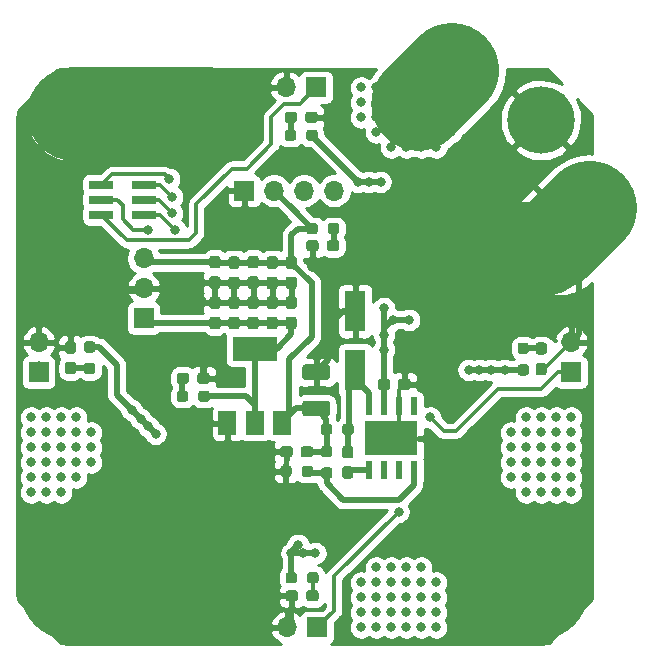
<source format=gbr>
%TF.GenerationSoftware,KiCad,Pcbnew,(5.1.8-0-10_14)*%
%TF.CreationDate,2021-03-06T23:03:25+08:00*%
%TF.ProjectId,batt_board,62617474-5f62-46f6-9172-642e6b696361,v1.0.0*%
%TF.SameCoordinates,Original*%
%TF.FileFunction,Copper,L1,Top*%
%TF.FilePolarity,Positive*%
%FSLAX46Y46*%
G04 Gerber Fmt 4.6, Leading zero omitted, Abs format (unit mm)*
G04 Created by KiCad (PCBNEW (5.1.8-0-10_14)) date 2021-03-06 23:03:25*
%MOMM*%
%LPD*%
G01*
G04 APERTURE LIST*
%TA.AperFunction,ComponentPad*%
%ADD10R,1.700000X1.700000*%
%TD*%
%TA.AperFunction,ComponentPad*%
%ADD11O,1.700000X1.700000*%
%TD*%
%TA.AperFunction,SMDPad,CuDef*%
%ADD12R,2.100000X0.750000*%
%TD*%
%TA.AperFunction,ConnectorPad*%
%ADD13C,5.700000*%
%TD*%
%TA.AperFunction,ComponentPad*%
%ADD14C,3.600000*%
%TD*%
%TA.AperFunction,SMDPad,CuDef*%
%ADD15R,1.500000X2.000000*%
%TD*%
%TA.AperFunction,SMDPad,CuDef*%
%ADD16R,3.800000X2.000000*%
%TD*%
%TA.AperFunction,ComponentPad*%
%ADD17C,0.600000*%
%TD*%
%TA.AperFunction,SMDPad,CuDef*%
%ADD18R,0.600000X1.550000*%
%TD*%
%TA.AperFunction,SMDPad,CuDef*%
%ADD19R,4.500000X2.950000*%
%TD*%
%TA.AperFunction,SMDPad,CuDef*%
%ADD20R,3.100000X2.600000*%
%TD*%
%TA.AperFunction,SMDPad,CuDef*%
%ADD21R,1.800000X3.500000*%
%TD*%
%TA.AperFunction,ViaPad*%
%ADD22C,0.800000*%
%TD*%
%TA.AperFunction,Conductor*%
%ADD23C,0.500000*%
%TD*%
%TA.AperFunction,Conductor*%
%ADD24C,0.300000*%
%TD*%
%TA.AperFunction,Conductor*%
%ADD25C,0.250000*%
%TD*%
%TA.AperFunction,Conductor*%
%ADD26C,8.000000*%
%TD*%
%TA.AperFunction,Conductor*%
%ADD27C,0.254000*%
%TD*%
%TA.AperFunction,Conductor*%
%ADD28C,0.100000*%
%TD*%
G04 APERTURE END LIST*
D10*
%TO.P,Receiver1,1*%
%TO.N,GND*%
X134874000Y-70993000D03*
D11*
%TO.P,Receiver1,2*%
%TO.N,+5V*%
X137414000Y-70993000D03*
%TO.P,Receiver1,3*%
%TO.N,PPM*%
X139954000Y-70993000D03*
%TO.P,Receiver1,4*%
%TO.N,Net-(Receiver1-Pad4)*%
X142494000Y-70993000D03*
%TD*%
D12*
%TO.P,J6,6*%
%TO.N,PPM*%
X126387000Y-70485000D03*
%TO.P,J6,5*%
%TO.N,/ADC_IN*%
X122787000Y-70485000D03*
%TO.P,J6,4*%
%TO.N,PWM_CH4*%
X126387000Y-71755000D03*
%TO.P,J6,3*%
%TO.N,PWM_CH3*%
X122787000Y-71755000D03*
%TO.P,J6,2*%
%TO.N,PWM_CH2*%
X126387000Y-73025000D03*
%TO.P,J6,1*%
%TO.N,PWM_CH1*%
X122787000Y-73025000D03*
%TD*%
D11*
%TO.P,J1,3*%
%TO.N,+5V*%
X126365000Y-76708000D03*
%TO.P,J1,2*%
%TO.N,GND*%
X126365000Y-79248000D03*
D10*
%TO.P,J1,1*%
%TO.N,+3V3*%
X126365000Y-81788000D03*
%TD*%
%TO.P,C3,2*%
%TO.N,GND*%
%TA.AperFunction,SMDPad,CuDef*%
G36*
G01*
X141895003Y-87009000D02*
X140044997Y-87009000D01*
G75*
G02*
X139795000Y-86759003I0J249997D01*
G01*
X139795000Y-85933997D01*
G75*
G02*
X140044997Y-85684000I249997J0D01*
G01*
X141895003Y-85684000D01*
G75*
G02*
X142145000Y-85933997I0J-249997D01*
G01*
X142145000Y-86759003D01*
G75*
G02*
X141895003Y-87009000I-249997J0D01*
G01*
G37*
%TD.AperFunction*%
%TO.P,C3,1*%
%TO.N,+5V*%
%TA.AperFunction,SMDPad,CuDef*%
G36*
G01*
X141895003Y-90084000D02*
X140044997Y-90084000D01*
G75*
G02*
X139795000Y-89834003I0J249997D01*
G01*
X139795000Y-89008997D01*
G75*
G02*
X140044997Y-88759000I249997J0D01*
G01*
X141895003Y-88759000D01*
G75*
G02*
X142145000Y-89008997I0J-249997D01*
G01*
X142145000Y-89834003D01*
G75*
G02*
X141895003Y-90084000I-249997J0D01*
G01*
G37*
%TD.AperFunction*%
%TD*%
D13*
%TO.P,H4,1*%
%TO.N,GND*%
X160000000Y-65000000D03*
D14*
X160000000Y-65000000D03*
%TD*%
%TO.P,J11,1*%
%TO.N,/VCC_IN*%
%TA.AperFunction,SMDPad,CuDef*%
G36*
G01*
X146802390Y-60785976D02*
X149630818Y-57957548D01*
G75*
G02*
X155287672Y-57957548I2828427J-2828427D01*
G01*
X155287672Y-57957548D01*
G75*
G02*
X155287672Y-63614402I-2828427J-2828427D01*
G01*
X152459244Y-66442830D01*
G75*
G02*
X146802390Y-66442830I-2828427J2828427D01*
G01*
X146802390Y-66442830D01*
G75*
G02*
X146802390Y-60785976I2828427J2828427D01*
G01*
G37*
%TD.AperFunction*%
%TO.P,J11,2*%
%TO.N,GND*%
%TA.AperFunction,SMDPad,CuDef*%
G36*
G01*
X158476723Y-72460309D02*
X161305151Y-69631881D01*
G75*
G02*
X166962005Y-69631881I2828427J-2828427D01*
G01*
X166962005Y-69631881D01*
G75*
G02*
X166962005Y-75288735I-2828427J-2828427D01*
G01*
X164133577Y-78117163D01*
G75*
G02*
X158476723Y-78117163I-2828427J2828427D01*
G01*
X158476723Y-78117163D01*
G75*
G02*
X158476723Y-72460309I2828427J2828427D01*
G01*
G37*
%TD.AperFunction*%
%TD*%
D13*
%TO.P,H2,1*%
%TO.N,GND*%
X120000000Y-105000000D03*
D14*
X120000000Y-105000000D03*
%TD*%
D15*
%TO.P,U2,1*%
%TO.N,GND*%
X133463000Y-90653000D03*
%TO.P,U2,3*%
%TO.N,+5V*%
X138063000Y-90653000D03*
%TO.P,U2,2*%
%TO.N,+3V3*%
X135763000Y-90653000D03*
D16*
X135763000Y-84353000D03*
%TD*%
D17*
%TO.P,U1,9*%
%TO.N,GND*%
X149120000Y-91348000D03*
X148020000Y-91348000D03*
X148020000Y-92548000D03*
X149120000Y-92548000D03*
X145520000Y-91348000D03*
X146720000Y-91348000D03*
X146720000Y-92548000D03*
X145520000Y-92548000D03*
D18*
%TO.P,U1,8*%
%TO.N,Net-(C2-Pad2)*%
X145415000Y-89248000D03*
%TO.P,U1,7*%
%TO.N,/VCC_IN*%
X146685000Y-89248000D03*
%TO.P,U1,6*%
%TO.N,GND*%
X147955000Y-89248000D03*
%TO.P,U1,5*%
%TO.N,Net-(U1-Pad5)*%
X149225000Y-89248000D03*
%TO.P,U1,4*%
%TO.N,Net-(R6-Pad2)*%
X149225000Y-94648000D03*
%TO.P,U1,3*%
%TO.N,Net-(U1-Pad3)*%
X147955000Y-94648000D03*
%TO.P,U1,2*%
%TO.N,Net-(U1-Pad2)*%
X146685000Y-94648000D03*
%TO.P,U1,1*%
%TO.N,Net-(C2-Pad1)*%
X145415000Y-94648000D03*
D19*
%TO.P,U1,9*%
%TO.N,GND*%
X147320000Y-91948000D03*
D20*
X147320000Y-91948000D03*
%TD*%
%TO.P,R8,2*%
%TO.N,Net-(D7-Pad2)*%
%TA.AperFunction,SMDPad,CuDef*%
G36*
G01*
X130131000Y-88154500D02*
X130131000Y-88629500D01*
G75*
G02*
X129893500Y-88867000I-237500J0D01*
G01*
X129393500Y-88867000D01*
G75*
G02*
X129156000Y-88629500I0J237500D01*
G01*
X129156000Y-88154500D01*
G75*
G02*
X129393500Y-87917000I237500J0D01*
G01*
X129893500Y-87917000D01*
G75*
G02*
X130131000Y-88154500I0J-237500D01*
G01*
G37*
%TD.AperFunction*%
%TO.P,R8,1*%
%TO.N,+3V3*%
%TA.AperFunction,SMDPad,CuDef*%
G36*
G01*
X131956000Y-88154500D02*
X131956000Y-88629500D01*
G75*
G02*
X131718500Y-88867000I-237500J0D01*
G01*
X131218500Y-88867000D01*
G75*
G02*
X130981000Y-88629500I0J237500D01*
G01*
X130981000Y-88154500D01*
G75*
G02*
X131218500Y-87917000I237500J0D01*
G01*
X131718500Y-87917000D01*
G75*
G02*
X131956000Y-88154500I0J-237500D01*
G01*
G37*
%TD.AperFunction*%
%TD*%
%TO.P,R7,2*%
%TO.N,GND*%
%TA.AperFunction,SMDPad,CuDef*%
G36*
G01*
X138894000Y-94504500D02*
X138894000Y-94979500D01*
G75*
G02*
X138656500Y-95217000I-237500J0D01*
G01*
X138156500Y-95217000D01*
G75*
G02*
X137919000Y-94979500I0J237500D01*
G01*
X137919000Y-94504500D01*
G75*
G02*
X138156500Y-94267000I237500J0D01*
G01*
X138656500Y-94267000D01*
G75*
G02*
X138894000Y-94504500I0J-237500D01*
G01*
G37*
%TD.AperFunction*%
%TO.P,R7,1*%
%TO.N,Net-(R6-Pad2)*%
%TA.AperFunction,SMDPad,CuDef*%
G36*
G01*
X140719000Y-94504500D02*
X140719000Y-94979500D01*
G75*
G02*
X140481500Y-95217000I-237500J0D01*
G01*
X139981500Y-95217000D01*
G75*
G02*
X139744000Y-94979500I0J237500D01*
G01*
X139744000Y-94504500D01*
G75*
G02*
X139981500Y-94267000I237500J0D01*
G01*
X140481500Y-94267000D01*
G75*
G02*
X140719000Y-94504500I0J-237500D01*
G01*
G37*
%TD.AperFunction*%
%TD*%
%TO.P,R6,2*%
%TO.N,Net-(R6-Pad2)*%
%TA.AperFunction,SMDPad,CuDef*%
G36*
G01*
X141621500Y-94405000D02*
X142096500Y-94405000D01*
G75*
G02*
X142334000Y-94642500I0J-237500D01*
G01*
X142334000Y-95142500D01*
G75*
G02*
X142096500Y-95380000I-237500J0D01*
G01*
X141621500Y-95380000D01*
G75*
G02*
X141384000Y-95142500I0J237500D01*
G01*
X141384000Y-94642500D01*
G75*
G02*
X141621500Y-94405000I237500J0D01*
G01*
G37*
%TD.AperFunction*%
%TO.P,R6,1*%
%TO.N,+5V*%
%TA.AperFunction,SMDPad,CuDef*%
G36*
G01*
X141621500Y-92580000D02*
X142096500Y-92580000D01*
G75*
G02*
X142334000Y-92817500I0J-237500D01*
G01*
X142334000Y-93317500D01*
G75*
G02*
X142096500Y-93555000I-237500J0D01*
G01*
X141621500Y-93555000D01*
G75*
G02*
X141384000Y-93317500I0J237500D01*
G01*
X141384000Y-92817500D01*
G75*
G02*
X141621500Y-92580000I237500J0D01*
G01*
G37*
%TD.AperFunction*%
%TD*%
%TO.P,R5,1*%
%TO.N,+5V*%
%TA.AperFunction,SMDPad,CuDef*%
G36*
G01*
X140126964Y-74433233D02*
X140126964Y-73958233D01*
G75*
G02*
X140364464Y-73720733I237500J0D01*
G01*
X140864464Y-73720733D01*
G75*
G02*
X141101964Y-73958233I0J-237500D01*
G01*
X141101964Y-74433233D01*
G75*
G02*
X140864464Y-74670733I-237500J0D01*
G01*
X140364464Y-74670733D01*
G75*
G02*
X140126964Y-74433233I0J237500D01*
G01*
G37*
%TD.AperFunction*%
%TO.P,R5,2*%
%TO.N,Net-(D5-Pad2)*%
%TA.AperFunction,SMDPad,CuDef*%
G36*
G01*
X141951964Y-74433233D02*
X141951964Y-73958233D01*
G75*
G02*
X142189464Y-73720733I237500J0D01*
G01*
X142689464Y-73720733D01*
G75*
G02*
X142926964Y-73958233I0J-237500D01*
G01*
X142926964Y-74433233D01*
G75*
G02*
X142689464Y-74670733I-237500J0D01*
G01*
X142189464Y-74670733D01*
G75*
G02*
X141951964Y-74433233I0J237500D01*
G01*
G37*
%TD.AperFunction*%
%TD*%
%TO.P,R4,2*%
%TO.N,/VCC_IN*%
%TA.AperFunction,SMDPad,CuDef*%
G36*
G01*
X122028122Y-84706715D02*
X121553122Y-84706715D01*
G75*
G02*
X121315622Y-84469215I0J237500D01*
G01*
X121315622Y-83969215D01*
G75*
G02*
X121553122Y-83731715I237500J0D01*
G01*
X122028122Y-83731715D01*
G75*
G02*
X122265622Y-83969215I0J-237500D01*
G01*
X122265622Y-84469215D01*
G75*
G02*
X122028122Y-84706715I-237500J0D01*
G01*
G37*
%TD.AperFunction*%
%TO.P,R4,1*%
%TO.N,Net-(D4-Pad2)*%
%TA.AperFunction,SMDPad,CuDef*%
G36*
G01*
X122028122Y-86531715D02*
X121553122Y-86531715D01*
G75*
G02*
X121315622Y-86294215I0J237500D01*
G01*
X121315622Y-85794215D01*
G75*
G02*
X121553122Y-85556715I237500J0D01*
G01*
X122028122Y-85556715D01*
G75*
G02*
X122265622Y-85794215I0J-237500D01*
G01*
X122265622Y-86294215D01*
G75*
G02*
X122028122Y-86531715I-237500J0D01*
G01*
G37*
%TD.AperFunction*%
%TD*%
%TO.P,R3,2*%
%TO.N,/VCC_IN*%
%TA.AperFunction,SMDPad,CuDef*%
G36*
G01*
X139357000Y-103521500D02*
X139357000Y-103996500D01*
G75*
G02*
X139119500Y-104234000I-237500J0D01*
G01*
X138619500Y-104234000D01*
G75*
G02*
X138382000Y-103996500I0J237500D01*
G01*
X138382000Y-103521500D01*
G75*
G02*
X138619500Y-103284000I237500J0D01*
G01*
X139119500Y-103284000D01*
G75*
G02*
X139357000Y-103521500I0J-237500D01*
G01*
G37*
%TD.AperFunction*%
%TO.P,R3,1*%
%TO.N,Net-(D3-Pad2)*%
%TA.AperFunction,SMDPad,CuDef*%
G36*
G01*
X141182000Y-103521500D02*
X141182000Y-103996500D01*
G75*
G02*
X140944500Y-104234000I-237500J0D01*
G01*
X140444500Y-104234000D01*
G75*
G02*
X140207000Y-103996500I0J237500D01*
G01*
X140207000Y-103521500D01*
G75*
G02*
X140444500Y-103284000I237500J0D01*
G01*
X140944500Y-103284000D01*
G75*
G02*
X141182000Y-103521500I0J-237500D01*
G01*
G37*
%TD.AperFunction*%
%TD*%
%TO.P,R2,2*%
%TO.N,/VCC_IN*%
%TA.AperFunction,SMDPad,CuDef*%
G36*
G01*
X158258500Y-85668014D02*
X158733500Y-85668014D01*
G75*
G02*
X158971000Y-85905514I0J-237500D01*
G01*
X158971000Y-86405514D01*
G75*
G02*
X158733500Y-86643014I-237500J0D01*
G01*
X158258500Y-86643014D01*
G75*
G02*
X158021000Y-86405514I0J237500D01*
G01*
X158021000Y-85905514D01*
G75*
G02*
X158258500Y-85668014I237500J0D01*
G01*
G37*
%TD.AperFunction*%
%TO.P,R2,1*%
%TO.N,Net-(D2-Pad2)*%
%TA.AperFunction,SMDPad,CuDef*%
G36*
G01*
X158258500Y-83843014D02*
X158733500Y-83843014D01*
G75*
G02*
X158971000Y-84080514I0J-237500D01*
G01*
X158971000Y-84580514D01*
G75*
G02*
X158733500Y-84818014I-237500J0D01*
G01*
X158258500Y-84818014D01*
G75*
G02*
X158021000Y-84580514I0J237500D01*
G01*
X158021000Y-84080514D01*
G75*
G02*
X158258500Y-83843014I237500J0D01*
G01*
G37*
%TD.AperFunction*%
%TD*%
%TO.P,R1,2*%
%TO.N,/VCC_IN*%
%TA.AperFunction,SMDPad,CuDef*%
G36*
G01*
X140125000Y-66531500D02*
X140125000Y-66056500D01*
G75*
G02*
X140362500Y-65819000I237500J0D01*
G01*
X140862500Y-65819000D01*
G75*
G02*
X141100000Y-66056500I0J-237500D01*
G01*
X141100000Y-66531500D01*
G75*
G02*
X140862500Y-66769000I-237500J0D01*
G01*
X140362500Y-66769000D01*
G75*
G02*
X140125000Y-66531500I0J237500D01*
G01*
G37*
%TD.AperFunction*%
%TO.P,R1,1*%
%TO.N,Net-(D1-Pad2)*%
%TA.AperFunction,SMDPad,CuDef*%
G36*
G01*
X138300000Y-66531500D02*
X138300000Y-66056500D01*
G75*
G02*
X138537500Y-65819000I237500J0D01*
G01*
X139037500Y-65819000D01*
G75*
G02*
X139275000Y-66056500I0J-237500D01*
G01*
X139275000Y-66531500D01*
G75*
G02*
X139037500Y-66769000I-237500J0D01*
G01*
X138537500Y-66769000D01*
G75*
G02*
X138300000Y-66531500I0J237500D01*
G01*
G37*
%TD.AperFunction*%
%TD*%
%TO.P,L1,2*%
%TO.N,+5V*%
%TA.AperFunction,SMDPad,CuDef*%
G36*
G01*
X142323000Y-90948500D02*
X142323000Y-91423500D01*
G75*
G02*
X142085500Y-91661000I-237500J0D01*
G01*
X141585500Y-91661000D01*
G75*
G02*
X141348000Y-91423500I0J237500D01*
G01*
X141348000Y-90948500D01*
G75*
G02*
X141585500Y-90711000I237500J0D01*
G01*
X142085500Y-90711000D01*
G75*
G02*
X142323000Y-90948500I0J-237500D01*
G01*
G37*
%TD.AperFunction*%
%TO.P,L1,1*%
%TO.N,Net-(C2-Pad2)*%
%TA.AperFunction,SMDPad,CuDef*%
G36*
G01*
X144148000Y-90948500D02*
X144148000Y-91423500D01*
G75*
G02*
X143910500Y-91661000I-237500J0D01*
G01*
X143410500Y-91661000D01*
G75*
G02*
X143173000Y-91423500I0J237500D01*
G01*
X143173000Y-90948500D01*
G75*
G02*
X143410500Y-90711000I237500J0D01*
G01*
X143910500Y-90711000D01*
G75*
G02*
X144148000Y-90948500I0J-237500D01*
G01*
G37*
%TD.AperFunction*%
%TD*%
D13*
%TO.P,H3,1*%
%TO.N,GND*%
X160000000Y-105000000D03*
D14*
X160000000Y-105000000D03*
%TD*%
D13*
%TO.P,H1,1*%
%TO.N,GND*%
X120000000Y-65000000D03*
D14*
X120000000Y-65000000D03*
%TD*%
%TO.P,D7,2*%
%TO.N,Net-(D7-Pad2)*%
%TA.AperFunction,SMDPad,CuDef*%
G36*
G01*
X130206000Y-86630500D02*
X130206000Y-87105500D01*
G75*
G02*
X129968500Y-87343000I-237500J0D01*
G01*
X129393500Y-87343000D01*
G75*
G02*
X129156000Y-87105500I0J237500D01*
G01*
X129156000Y-86630500D01*
G75*
G02*
X129393500Y-86393000I237500J0D01*
G01*
X129968500Y-86393000D01*
G75*
G02*
X130206000Y-86630500I0J-237500D01*
G01*
G37*
%TD.AperFunction*%
%TO.P,D7,1*%
%TO.N,GND*%
%TA.AperFunction,SMDPad,CuDef*%
G36*
G01*
X131956000Y-86630500D02*
X131956000Y-87105500D01*
G75*
G02*
X131718500Y-87343000I-237500J0D01*
G01*
X131143500Y-87343000D01*
G75*
G02*
X130906000Y-87105500I0J237500D01*
G01*
X130906000Y-86630500D01*
G75*
G02*
X131143500Y-86393000I237500J0D01*
G01*
X131718500Y-86393000D01*
G75*
G02*
X131956000Y-86630500I0J-237500D01*
G01*
G37*
%TD.AperFunction*%
%TD*%
D21*
%TO.P,D6,2*%
%TO.N,GND*%
X144272000Y-81193000D03*
%TO.P,D6,1*%
%TO.N,Net-(C2-Pad2)*%
X144272000Y-86193000D03*
%TD*%
%TO.P,D5,1*%
%TO.N,GND*%
%TA.AperFunction,SMDPad,CuDef*%
G36*
G01*
X140126964Y-75870074D02*
X140126964Y-75395074D01*
G75*
G02*
X140364464Y-75157574I237500J0D01*
G01*
X140939464Y-75157574D01*
G75*
G02*
X141176964Y-75395074I0J-237500D01*
G01*
X141176964Y-75870074D01*
G75*
G02*
X140939464Y-76107574I-237500J0D01*
G01*
X140364464Y-76107574D01*
G75*
G02*
X140126964Y-75870074I0J237500D01*
G01*
G37*
%TD.AperFunction*%
%TO.P,D5,2*%
%TO.N,Net-(D5-Pad2)*%
%TA.AperFunction,SMDPad,CuDef*%
G36*
G01*
X141876964Y-75870074D02*
X141876964Y-75395074D01*
G75*
G02*
X142114464Y-75157574I237500J0D01*
G01*
X142689464Y-75157574D01*
G75*
G02*
X142926964Y-75395074I0J-237500D01*
G01*
X142926964Y-75870074D01*
G75*
G02*
X142689464Y-76107574I-237500J0D01*
G01*
X142114464Y-76107574D01*
G75*
G02*
X141876964Y-75870074I0J237500D01*
G01*
G37*
%TD.AperFunction*%
%TD*%
%TO.P,D4,2*%
%TO.N,Net-(D4-Pad2)*%
%TA.AperFunction,SMDPad,CuDef*%
G36*
G01*
X119936676Y-85481715D02*
X120411676Y-85481715D01*
G75*
G02*
X120649176Y-85719215I0J-237500D01*
G01*
X120649176Y-86294215D01*
G75*
G02*
X120411676Y-86531715I-237500J0D01*
G01*
X119936676Y-86531715D01*
G75*
G02*
X119699176Y-86294215I0J237500D01*
G01*
X119699176Y-85719215D01*
G75*
G02*
X119936676Y-85481715I237500J0D01*
G01*
G37*
%TD.AperFunction*%
%TO.P,D4,1*%
%TO.N,GND*%
%TA.AperFunction,SMDPad,CuDef*%
G36*
G01*
X119936676Y-83731715D02*
X120411676Y-83731715D01*
G75*
G02*
X120649176Y-83969215I0J-237500D01*
G01*
X120649176Y-84544215D01*
G75*
G02*
X120411676Y-84781715I-237500J0D01*
G01*
X119936676Y-84781715D01*
G75*
G02*
X119699176Y-84544215I0J237500D01*
G01*
X119699176Y-83969215D01*
G75*
G02*
X119936676Y-83731715I237500J0D01*
G01*
G37*
%TD.AperFunction*%
%TD*%
%TO.P,D3,2*%
%TO.N,Net-(D3-Pad2)*%
%TA.AperFunction,SMDPad,CuDef*%
G36*
G01*
X140132000Y-105520500D02*
X140132000Y-105045500D01*
G75*
G02*
X140369500Y-104808000I237500J0D01*
G01*
X140944500Y-104808000D01*
G75*
G02*
X141182000Y-105045500I0J-237500D01*
G01*
X141182000Y-105520500D01*
G75*
G02*
X140944500Y-105758000I-237500J0D01*
G01*
X140369500Y-105758000D01*
G75*
G02*
X140132000Y-105520500I0J237500D01*
G01*
G37*
%TD.AperFunction*%
%TO.P,D3,1*%
%TO.N,GND*%
%TA.AperFunction,SMDPad,CuDef*%
G36*
G01*
X138382000Y-105520500D02*
X138382000Y-105045500D01*
G75*
G02*
X138619500Y-104808000I237500J0D01*
G01*
X139194500Y-104808000D01*
G75*
G02*
X139432000Y-105045500I0J-237500D01*
G01*
X139432000Y-105520500D01*
G75*
G02*
X139194500Y-105758000I-237500J0D01*
G01*
X138619500Y-105758000D01*
G75*
G02*
X138382000Y-105520500I0J237500D01*
G01*
G37*
%TD.AperFunction*%
%TD*%
%TO.P,D2,2*%
%TO.N,Net-(D2-Pad2)*%
%TA.AperFunction,SMDPad,CuDef*%
G36*
G01*
X160257500Y-84867000D02*
X159782500Y-84867000D01*
G75*
G02*
X159545000Y-84629500I0J237500D01*
G01*
X159545000Y-84054500D01*
G75*
G02*
X159782500Y-83817000I237500J0D01*
G01*
X160257500Y-83817000D01*
G75*
G02*
X160495000Y-84054500I0J-237500D01*
G01*
X160495000Y-84629500D01*
G75*
G02*
X160257500Y-84867000I-237500J0D01*
G01*
G37*
%TD.AperFunction*%
%TO.P,D2,1*%
%TO.N,GND*%
%TA.AperFunction,SMDPad,CuDef*%
G36*
G01*
X160257500Y-86617000D02*
X159782500Y-86617000D01*
G75*
G02*
X159545000Y-86379500I0J237500D01*
G01*
X159545000Y-85804500D01*
G75*
G02*
X159782500Y-85567000I237500J0D01*
G01*
X160257500Y-85567000D01*
G75*
G02*
X160495000Y-85804500I0J-237500D01*
G01*
X160495000Y-86379500D01*
G75*
G02*
X160257500Y-86617000I-237500J0D01*
G01*
G37*
%TD.AperFunction*%
%TD*%
%TO.P,D1,2*%
%TO.N,Net-(D1-Pad2)*%
%TA.AperFunction,SMDPad,CuDef*%
G36*
G01*
X139350000Y-64532500D02*
X139350000Y-65007500D01*
G75*
G02*
X139112500Y-65245000I-237500J0D01*
G01*
X138537500Y-65245000D01*
G75*
G02*
X138300000Y-65007500I0J237500D01*
G01*
X138300000Y-64532500D01*
G75*
G02*
X138537500Y-64295000I237500J0D01*
G01*
X139112500Y-64295000D01*
G75*
G02*
X139350000Y-64532500I0J-237500D01*
G01*
G37*
%TD.AperFunction*%
%TO.P,D1,1*%
%TO.N,GND*%
%TA.AperFunction,SMDPad,CuDef*%
G36*
G01*
X141100000Y-64532500D02*
X141100000Y-65007500D01*
G75*
G02*
X140862500Y-65245000I-237500J0D01*
G01*
X140287500Y-65245000D01*
G75*
G02*
X140050000Y-65007500I0J237500D01*
G01*
X140050000Y-64532500D01*
G75*
G02*
X140287500Y-64295000I237500J0D01*
G01*
X140862500Y-64295000D01*
G75*
G02*
X141100000Y-64532500I0J-237500D01*
G01*
G37*
%TD.AperFunction*%
%TD*%
D11*
%TO.P,CH4,2*%
%TO.N,GND*%
X117475000Y-83820000D03*
D10*
%TO.P,CH4,1*%
%TO.N,PWM_CH4*%
X117475000Y-86360000D03*
%TD*%
D11*
%TO.P,CH3,2*%
%TO.N,GND*%
X138532200Y-107950000D03*
D10*
%TO.P,CH3,1*%
%TO.N,PWM_CH3*%
X141072200Y-107950000D03*
%TD*%
D11*
%TO.P,CH2,2*%
%TO.N,GND*%
X162560000Y-83820000D03*
D10*
%TO.P,CH2,1*%
%TO.N,PWM_CH2*%
X162560000Y-86360000D03*
%TD*%
D11*
%TO.P,CH1,2*%
%TO.N,GND*%
X138430000Y-62230000D03*
D10*
%TO.P,CH1,1*%
%TO.N,PWM_CH1*%
X140970000Y-62230000D03*
%TD*%
%TO.P,C14,2*%
%TO.N,GND*%
%TA.AperFunction,SMDPad,CuDef*%
G36*
G01*
X137008767Y-78254036D02*
X137483767Y-78254036D01*
G75*
G02*
X137721267Y-78491536I0J-237500D01*
G01*
X137721267Y-79091536D01*
G75*
G02*
X137483767Y-79329036I-237500J0D01*
G01*
X137008767Y-79329036D01*
G75*
G02*
X136771267Y-79091536I0J237500D01*
G01*
X136771267Y-78491536D01*
G75*
G02*
X137008767Y-78254036I237500J0D01*
G01*
G37*
%TD.AperFunction*%
%TO.P,C14,1*%
%TO.N,+5V*%
%TA.AperFunction,SMDPad,CuDef*%
G36*
G01*
X137008767Y-76529036D02*
X137483767Y-76529036D01*
G75*
G02*
X137721267Y-76766536I0J-237500D01*
G01*
X137721267Y-77366536D01*
G75*
G02*
X137483767Y-77604036I-237500J0D01*
G01*
X137008767Y-77604036D01*
G75*
G02*
X136771267Y-77366536I0J237500D01*
G01*
X136771267Y-76766536D01*
G75*
G02*
X137008767Y-76529036I237500J0D01*
G01*
G37*
%TD.AperFunction*%
%TD*%
%TO.P,C13,2*%
%TO.N,+5V*%
%TA.AperFunction,SMDPad,CuDef*%
G36*
G01*
X135867321Y-77568511D02*
X135392321Y-77568511D01*
G75*
G02*
X135154821Y-77331011I0J237500D01*
G01*
X135154821Y-76731011D01*
G75*
G02*
X135392321Y-76493511I237500J0D01*
G01*
X135867321Y-76493511D01*
G75*
G02*
X136104821Y-76731011I0J-237500D01*
G01*
X136104821Y-77331011D01*
G75*
G02*
X135867321Y-77568511I-237500J0D01*
G01*
G37*
%TD.AperFunction*%
%TO.P,C13,1*%
%TO.N,GND*%
%TA.AperFunction,SMDPad,CuDef*%
G36*
G01*
X135867321Y-79293511D02*
X135392321Y-79293511D01*
G75*
G02*
X135154821Y-79056011I0J237500D01*
G01*
X135154821Y-78456011D01*
G75*
G02*
X135392321Y-78218511I237500J0D01*
G01*
X135867321Y-78218511D01*
G75*
G02*
X136104821Y-78456011I0J-237500D01*
G01*
X136104821Y-79056011D01*
G75*
G02*
X135867321Y-79293511I-237500J0D01*
G01*
G37*
%TD.AperFunction*%
%TD*%
%TO.P,C12,2*%
%TO.N,GND*%
%TA.AperFunction,SMDPad,CuDef*%
G36*
G01*
X132159429Y-78218511D02*
X132634429Y-78218511D01*
G75*
G02*
X132871929Y-78456011I0J-237500D01*
G01*
X132871929Y-79056011D01*
G75*
G02*
X132634429Y-79293511I-237500J0D01*
G01*
X132159429Y-79293511D01*
G75*
G02*
X131921929Y-79056011I0J237500D01*
G01*
X131921929Y-78456011D01*
G75*
G02*
X132159429Y-78218511I237500J0D01*
G01*
G37*
%TD.AperFunction*%
%TO.P,C12,1*%
%TO.N,+5V*%
%TA.AperFunction,SMDPad,CuDef*%
G36*
G01*
X132159429Y-76493511D02*
X132634429Y-76493511D01*
G75*
G02*
X132871929Y-76731011I0J-237500D01*
G01*
X132871929Y-77331011D01*
G75*
G02*
X132634429Y-77568511I-237500J0D01*
G01*
X132159429Y-77568511D01*
G75*
G02*
X131921929Y-77331011I0J237500D01*
G01*
X131921929Y-76731011D01*
G75*
G02*
X132159429Y-76493511I237500J0D01*
G01*
G37*
%TD.AperFunction*%
%TD*%
%TO.P,C11,2*%
%TO.N,+5V*%
%TA.AperFunction,SMDPad,CuDef*%
G36*
G01*
X134250875Y-77604036D02*
X133775875Y-77604036D01*
G75*
G02*
X133538375Y-77366536I0J237500D01*
G01*
X133538375Y-76766536D01*
G75*
G02*
X133775875Y-76529036I237500J0D01*
G01*
X134250875Y-76529036D01*
G75*
G02*
X134488375Y-76766536I0J-237500D01*
G01*
X134488375Y-77366536D01*
G75*
G02*
X134250875Y-77604036I-237500J0D01*
G01*
G37*
%TD.AperFunction*%
%TO.P,C11,1*%
%TO.N,GND*%
%TA.AperFunction,SMDPad,CuDef*%
G36*
G01*
X134250875Y-79329036D02*
X133775875Y-79329036D01*
G75*
G02*
X133538375Y-79091536I0J237500D01*
G01*
X133538375Y-78491536D01*
G75*
G02*
X133775875Y-78254036I237500J0D01*
G01*
X134250875Y-78254036D01*
G75*
G02*
X134488375Y-78491536I0J-237500D01*
G01*
X134488375Y-79091536D01*
G75*
G02*
X134250875Y-79329036I-237500J0D01*
G01*
G37*
%TD.AperFunction*%
%TD*%
%TO.P,C10,1*%
%TO.N,+5V*%
%TA.AperFunction,SMDPad,CuDef*%
G36*
G01*
X138625213Y-76529036D02*
X139100213Y-76529036D01*
G75*
G02*
X139337713Y-76766536I0J-237500D01*
G01*
X139337713Y-77366536D01*
G75*
G02*
X139100213Y-77604036I-237500J0D01*
G01*
X138625213Y-77604036D01*
G75*
G02*
X138387713Y-77366536I0J237500D01*
G01*
X138387713Y-76766536D01*
G75*
G02*
X138625213Y-76529036I237500J0D01*
G01*
G37*
%TD.AperFunction*%
%TO.P,C10,2*%
%TO.N,GND*%
%TA.AperFunction,SMDPad,CuDef*%
G36*
G01*
X138625213Y-78254036D02*
X139100213Y-78254036D01*
G75*
G02*
X139337713Y-78491536I0J-237500D01*
G01*
X139337713Y-79091536D01*
G75*
G02*
X139100213Y-79329036I-237500J0D01*
G01*
X138625213Y-79329036D01*
G75*
G02*
X138387713Y-79091536I0J237500D01*
G01*
X138387713Y-78491536D01*
G75*
G02*
X138625213Y-78254036I237500J0D01*
G01*
G37*
%TD.AperFunction*%
%TD*%
%TO.P,C9,2*%
%TO.N,GND*%
%TA.AperFunction,SMDPad,CuDef*%
G36*
G01*
X137483767Y-80996934D02*
X137008767Y-80996934D01*
G75*
G02*
X136771267Y-80759434I0J237500D01*
G01*
X136771267Y-80159434D01*
G75*
G02*
X137008767Y-79921934I237500J0D01*
G01*
X137483767Y-79921934D01*
G75*
G02*
X137721267Y-80159434I0J-237500D01*
G01*
X137721267Y-80759434D01*
G75*
G02*
X137483767Y-80996934I-237500J0D01*
G01*
G37*
%TD.AperFunction*%
%TO.P,C9,1*%
%TO.N,+3V3*%
%TA.AperFunction,SMDPad,CuDef*%
G36*
G01*
X137483767Y-82721934D02*
X137008767Y-82721934D01*
G75*
G02*
X136771267Y-82484434I0J237500D01*
G01*
X136771267Y-81884434D01*
G75*
G02*
X137008767Y-81646934I237500J0D01*
G01*
X137483767Y-81646934D01*
G75*
G02*
X137721267Y-81884434I0J-237500D01*
G01*
X137721267Y-82484434D01*
G75*
G02*
X137483767Y-82721934I-237500J0D01*
G01*
G37*
%TD.AperFunction*%
%TD*%
%TO.P,C8,2*%
%TO.N,+3V3*%
%TA.AperFunction,SMDPad,CuDef*%
G36*
G01*
X135392321Y-81646934D02*
X135867321Y-81646934D01*
G75*
G02*
X136104821Y-81884434I0J-237500D01*
G01*
X136104821Y-82484434D01*
G75*
G02*
X135867321Y-82721934I-237500J0D01*
G01*
X135392321Y-82721934D01*
G75*
G02*
X135154821Y-82484434I0J237500D01*
G01*
X135154821Y-81884434D01*
G75*
G02*
X135392321Y-81646934I237500J0D01*
G01*
G37*
%TD.AperFunction*%
%TO.P,C8,1*%
%TO.N,GND*%
%TA.AperFunction,SMDPad,CuDef*%
G36*
G01*
X135392321Y-79921934D02*
X135867321Y-79921934D01*
G75*
G02*
X136104821Y-80159434I0J-237500D01*
G01*
X136104821Y-80759434D01*
G75*
G02*
X135867321Y-80996934I-237500J0D01*
G01*
X135392321Y-80996934D01*
G75*
G02*
X135154821Y-80759434I0J237500D01*
G01*
X135154821Y-80159434D01*
G75*
G02*
X135392321Y-79921934I237500J0D01*
G01*
G37*
%TD.AperFunction*%
%TD*%
%TO.P,C7,2*%
%TO.N,GND*%
%TA.AperFunction,SMDPad,CuDef*%
G36*
G01*
X134250875Y-80996934D02*
X133775875Y-80996934D01*
G75*
G02*
X133538375Y-80759434I0J237500D01*
G01*
X133538375Y-80159434D01*
G75*
G02*
X133775875Y-79921934I237500J0D01*
G01*
X134250875Y-79921934D01*
G75*
G02*
X134488375Y-80159434I0J-237500D01*
G01*
X134488375Y-80759434D01*
G75*
G02*
X134250875Y-80996934I-237500J0D01*
G01*
G37*
%TD.AperFunction*%
%TO.P,C7,1*%
%TO.N,+3V3*%
%TA.AperFunction,SMDPad,CuDef*%
G36*
G01*
X134250875Y-82721934D02*
X133775875Y-82721934D01*
G75*
G02*
X133538375Y-82484434I0J237500D01*
G01*
X133538375Y-81884434D01*
G75*
G02*
X133775875Y-81646934I237500J0D01*
G01*
X134250875Y-81646934D01*
G75*
G02*
X134488375Y-81884434I0J-237500D01*
G01*
X134488375Y-82484434D01*
G75*
G02*
X134250875Y-82721934I-237500J0D01*
G01*
G37*
%TD.AperFunction*%
%TD*%
%TO.P,C6,2*%
%TO.N,+3V3*%
%TA.AperFunction,SMDPad,CuDef*%
G36*
G01*
X132159429Y-81646934D02*
X132634429Y-81646934D01*
G75*
G02*
X132871929Y-81884434I0J-237500D01*
G01*
X132871929Y-82484434D01*
G75*
G02*
X132634429Y-82721934I-237500J0D01*
G01*
X132159429Y-82721934D01*
G75*
G02*
X131921929Y-82484434I0J237500D01*
G01*
X131921929Y-81884434D01*
G75*
G02*
X132159429Y-81646934I237500J0D01*
G01*
G37*
%TD.AperFunction*%
%TO.P,C6,1*%
%TO.N,GND*%
%TA.AperFunction,SMDPad,CuDef*%
G36*
G01*
X132159429Y-79921934D02*
X132634429Y-79921934D01*
G75*
G02*
X132871929Y-80159434I0J-237500D01*
G01*
X132871929Y-80759434D01*
G75*
G02*
X132634429Y-80996934I-237500J0D01*
G01*
X132159429Y-80996934D01*
G75*
G02*
X131921929Y-80759434I0J237500D01*
G01*
X131921929Y-80159434D01*
G75*
G02*
X132159429Y-79921934I237500J0D01*
G01*
G37*
%TD.AperFunction*%
%TD*%
%TO.P,C5,1*%
%TO.N,+3V3*%
%TA.AperFunction,SMDPad,CuDef*%
G36*
G01*
X139100213Y-82721934D02*
X138625213Y-82721934D01*
G75*
G02*
X138387713Y-82484434I0J237500D01*
G01*
X138387713Y-81884434D01*
G75*
G02*
X138625213Y-81646934I237500J0D01*
G01*
X139100213Y-81646934D01*
G75*
G02*
X139337713Y-81884434I0J-237500D01*
G01*
X139337713Y-82484434D01*
G75*
G02*
X139100213Y-82721934I-237500J0D01*
G01*
G37*
%TD.AperFunction*%
%TO.P,C5,2*%
%TO.N,GND*%
%TA.AperFunction,SMDPad,CuDef*%
G36*
G01*
X139100213Y-80996934D02*
X138625213Y-80996934D01*
G75*
G02*
X138387713Y-80759434I0J237500D01*
G01*
X138387713Y-80159434D01*
G75*
G02*
X138625213Y-79921934I237500J0D01*
G01*
X139100213Y-79921934D01*
G75*
G02*
X139337713Y-80159434I0J-237500D01*
G01*
X139337713Y-80759434D01*
G75*
G02*
X139100213Y-80996934I-237500J0D01*
G01*
G37*
%TD.AperFunction*%
%TD*%
%TO.P,C4,2*%
%TO.N,GND*%
%TA.AperFunction,SMDPad,CuDef*%
G36*
G01*
X138994000Y-92853500D02*
X138994000Y-93328500D01*
G75*
G02*
X138756500Y-93566000I-237500J0D01*
G01*
X138156500Y-93566000D01*
G75*
G02*
X137919000Y-93328500I0J237500D01*
G01*
X137919000Y-92853500D01*
G75*
G02*
X138156500Y-92616000I237500J0D01*
G01*
X138756500Y-92616000D01*
G75*
G02*
X138994000Y-92853500I0J-237500D01*
G01*
G37*
%TD.AperFunction*%
%TO.P,C4,1*%
%TO.N,+5V*%
%TA.AperFunction,SMDPad,CuDef*%
G36*
G01*
X140719000Y-92853500D02*
X140719000Y-93328500D01*
G75*
G02*
X140481500Y-93566000I-237500J0D01*
G01*
X139881500Y-93566000D01*
G75*
G02*
X139644000Y-93328500I0J237500D01*
G01*
X139644000Y-92853500D01*
G75*
G02*
X139881500Y-92616000I237500J0D01*
G01*
X140481500Y-92616000D01*
G75*
G02*
X140719000Y-92853500I0J-237500D01*
G01*
G37*
%TD.AperFunction*%
%TD*%
%TO.P,C2,2*%
%TO.N,Net-(C2-Pad2)*%
%TA.AperFunction,SMDPad,CuDef*%
G36*
G01*
X143874500Y-93655000D02*
X143399500Y-93655000D01*
G75*
G02*
X143162000Y-93417500I0J237500D01*
G01*
X143162000Y-92817500D01*
G75*
G02*
X143399500Y-92580000I237500J0D01*
G01*
X143874500Y-92580000D01*
G75*
G02*
X144112000Y-92817500I0J-237500D01*
G01*
X144112000Y-93417500D01*
G75*
G02*
X143874500Y-93655000I-237500J0D01*
G01*
G37*
%TD.AperFunction*%
%TO.P,C2,1*%
%TO.N,Net-(C2-Pad1)*%
%TA.AperFunction,SMDPad,CuDef*%
G36*
G01*
X143874500Y-95380000D02*
X143399500Y-95380000D01*
G75*
G02*
X143162000Y-95142500I0J237500D01*
G01*
X143162000Y-94542500D01*
G75*
G02*
X143399500Y-94305000I237500J0D01*
G01*
X143874500Y-94305000D01*
G75*
G02*
X144112000Y-94542500I0J-237500D01*
G01*
X144112000Y-95142500D01*
G75*
G02*
X143874500Y-95380000I-237500J0D01*
G01*
G37*
%TD.AperFunction*%
%TD*%
%TO.P,C1,2*%
%TO.N,GND*%
%TA.AperFunction,SMDPad,CuDef*%
G36*
G01*
X147899000Y-87613500D02*
X147899000Y-87138500D01*
G75*
G02*
X148136500Y-86901000I237500J0D01*
G01*
X148736500Y-86901000D01*
G75*
G02*
X148974000Y-87138500I0J-237500D01*
G01*
X148974000Y-87613500D01*
G75*
G02*
X148736500Y-87851000I-237500J0D01*
G01*
X148136500Y-87851000D01*
G75*
G02*
X147899000Y-87613500I0J237500D01*
G01*
G37*
%TD.AperFunction*%
%TO.P,C1,1*%
%TO.N,/VCC_IN*%
%TA.AperFunction,SMDPad,CuDef*%
G36*
G01*
X146174000Y-87613500D02*
X146174000Y-87138500D01*
G75*
G02*
X146411500Y-86901000I237500J0D01*
G01*
X147011500Y-86901000D01*
G75*
G02*
X147249000Y-87138500I0J-237500D01*
G01*
X147249000Y-87613500D01*
G75*
G02*
X147011500Y-87851000I-237500J0D01*
G01*
X146411500Y-87851000D01*
G75*
G02*
X146174000Y-87613500I0J237500D01*
G01*
G37*
%TD.AperFunction*%
%TD*%
D22*
%TO.N,GND*%
X120142000Y-84328000D03*
X120650000Y-80010000D03*
X133350000Y-67310000D03*
X132080000Y-67310000D03*
X130810000Y-67310000D03*
X157480000Y-73660000D03*
X157480000Y-74930000D03*
X157480000Y-76200000D03*
X158750000Y-77470000D03*
X158750000Y-76200000D03*
X158750000Y-74930000D03*
X158750000Y-73660000D03*
X128270000Y-106680000D03*
X128270000Y-107950000D03*
X128270000Y-104140000D03*
X128270000Y-105410000D03*
X129540000Y-102870000D03*
X133350000Y-66040000D03*
X132080000Y-66040000D03*
X130810000Y-66040000D03*
X129540000Y-66040000D03*
X128270000Y-64770000D03*
X129540000Y-64770000D03*
X130810000Y-64770000D03*
X132080000Y-64770000D03*
X133350000Y-64770000D03*
X134620000Y-64770000D03*
X134620000Y-63500000D03*
X133350000Y-63500000D03*
X132080000Y-62230000D03*
X132080000Y-63500000D03*
X130810000Y-63500000D03*
X128270000Y-63500000D03*
X129540000Y-63500000D03*
X130810000Y-62230000D03*
X128270000Y-62230000D03*
X129540000Y-62230000D03*
X130810000Y-62230000D03*
X133350000Y-62230000D03*
X134620000Y-62230000D03*
X121920000Y-74930000D03*
X121920000Y-76200000D03*
X121920000Y-77470000D03*
X121920000Y-78740000D03*
X120650000Y-78740000D03*
X120650000Y-77470000D03*
X120650000Y-76200000D03*
X120650000Y-74930000D03*
X120650000Y-73660000D03*
X118110000Y-73660000D03*
X119380000Y-73660000D03*
X119380000Y-74930000D03*
X118110000Y-74930000D03*
X118110000Y-76200000D03*
X119380000Y-76200000D03*
X119380000Y-77470000D03*
X118110000Y-77470000D03*
X118110000Y-78740000D03*
X119380000Y-78740000D03*
X119380000Y-80010000D03*
X118110000Y-80010000D03*
X116840000Y-80010000D03*
X116840000Y-78740000D03*
X116840000Y-77470000D03*
X116840000Y-76200000D03*
X116840000Y-74930000D03*
X116840000Y-73660000D03*
X130810000Y-102870000D03*
X132080000Y-102870000D03*
X133350000Y-102870000D03*
X134620000Y-105410000D03*
X134620000Y-104140000D03*
X133350000Y-104140000D03*
X132080000Y-104140000D03*
X130810000Y-104140000D03*
X129540000Y-104140000D03*
X129540000Y-105410000D03*
X130810000Y-105410000D03*
X132080000Y-105410000D03*
X133350000Y-105410000D03*
X133350000Y-106680000D03*
X130810000Y-107950000D03*
X129540000Y-107950000D03*
X132080000Y-107950000D03*
X133350000Y-107950000D03*
X134620000Y-107950000D03*
X134620000Y-106680000D03*
X132080000Y-106680000D03*
X130810000Y-106680000D03*
X129540000Y-106680000D03*
X162560000Y-69850000D03*
X162560000Y-71120000D03*
X161290000Y-71120000D03*
X160020000Y-72390000D03*
X161290000Y-72390000D03*
X162560000Y-72390000D03*
X160020000Y-78740000D03*
X161290000Y-78740000D03*
X162560000Y-78740000D03*
X162560000Y-77470000D03*
X161290000Y-77470000D03*
X160020000Y-77470000D03*
X160020000Y-76200000D03*
X160020000Y-74930000D03*
X161290000Y-76200000D03*
X161290000Y-74930000D03*
X162560000Y-76200000D03*
X162560000Y-74930000D03*
X162560000Y-73660000D03*
X161290000Y-73660000D03*
X160020000Y-73660000D03*
X142621000Y-65532000D03*
X130810000Y-79502000D03*
X131431000Y-84977000D03*
X140651964Y-77405964D03*
X138862713Y-78791536D03*
X138862713Y-80459434D03*
X141986000Y-84582000D03*
X141986000Y-83566000D03*
X141986000Y-82423000D03*
X136525000Y-69342000D03*
%TO.N,/VCC_IN*%
X151130000Y-67310000D03*
X149860000Y-67310000D03*
X148590000Y-67310000D03*
X147320000Y-67310000D03*
X158750000Y-90170000D03*
X160020000Y-90170000D03*
X160020000Y-96520000D03*
X158750000Y-96520000D03*
X158750000Y-95250000D03*
X157480000Y-95250000D03*
X158750000Y-93980000D03*
X157480000Y-93980000D03*
X158750000Y-92710000D03*
X157480000Y-92710000D03*
X158750000Y-91440000D03*
X157480000Y-91440000D03*
X146050000Y-102870000D03*
X144780000Y-104140000D03*
X144780000Y-107950000D03*
X144780000Y-106680000D03*
X144780000Y-105410000D03*
X151130000Y-66040000D03*
X116840000Y-90170000D03*
X116840000Y-91440000D03*
X116840000Y-92710000D03*
X116840000Y-93980000D03*
X116840000Y-93980000D03*
X116840000Y-95250000D03*
X116840000Y-96520000D03*
X118110000Y-96520000D03*
X118110000Y-95250000D03*
X118110000Y-93980000D03*
X118110000Y-92710000D03*
X118110000Y-91440000D03*
X119380000Y-90170000D03*
X118110000Y-90170000D03*
X119380000Y-92710000D03*
X119380000Y-93980000D03*
X119380000Y-95250000D03*
X119380000Y-96520000D03*
X120650000Y-95250000D03*
X120650000Y-93980000D03*
X120650000Y-92710000D03*
X120650000Y-91440000D03*
X119380000Y-91440000D03*
X120650000Y-90170000D03*
X121920000Y-91440000D03*
X121920000Y-92710000D03*
X121920000Y-93980000D03*
X149860000Y-102870000D03*
X147320000Y-102870000D03*
X148590000Y-102870000D03*
X148590000Y-102870000D03*
X146050000Y-104140000D03*
X147320000Y-104140000D03*
X148590000Y-104140000D03*
X149860000Y-104140000D03*
X148590000Y-105410000D03*
X146050000Y-105410000D03*
X147320000Y-105410000D03*
X147320000Y-106680000D03*
X146050000Y-106680000D03*
X146050000Y-106680000D03*
X148590000Y-106680000D03*
X149860000Y-106680000D03*
X151130000Y-106680000D03*
X151130000Y-105410000D03*
X149860000Y-105410000D03*
X151130000Y-104140000D03*
X149860000Y-107950000D03*
X146050000Y-107950000D03*
X147320000Y-107950000D03*
X148590000Y-107950000D03*
X151130000Y-107950000D03*
X160020000Y-91440000D03*
X161290000Y-90170000D03*
X161290000Y-91440000D03*
X161290000Y-92710000D03*
X160020000Y-92710000D03*
X160020000Y-95250000D03*
X161290000Y-93980000D03*
X160020000Y-93980000D03*
X161290000Y-96520000D03*
X162560000Y-96520000D03*
X162560000Y-95250000D03*
X161290000Y-95250000D03*
X162560000Y-92710000D03*
X162560000Y-93980000D03*
X162560000Y-91440000D03*
X162560000Y-90170000D03*
X152400000Y-64770000D03*
X153670000Y-63500000D03*
X152400000Y-63500000D03*
X149860000Y-66040000D03*
X148590000Y-66040000D03*
X147320000Y-66040000D03*
X146050000Y-66040000D03*
X144780000Y-64770000D03*
X148590000Y-64770000D03*
X146050000Y-64770000D03*
X147320000Y-64770000D03*
X149860000Y-64770000D03*
X151130000Y-64770000D03*
X151130000Y-63500000D03*
X149860000Y-63500000D03*
X148590000Y-63500000D03*
X147320000Y-63500000D03*
X146050000Y-63500000D03*
X144780000Y-63500000D03*
X144780000Y-62230000D03*
X146050000Y-62230000D03*
X147320000Y-62230000D03*
X148590000Y-62230000D03*
X149860000Y-62230000D03*
X151130000Y-62230000D03*
X152400000Y-62230000D03*
X152400000Y-66040000D03*
X158496000Y-86106000D03*
X144526000Y-70231000D03*
X148844000Y-81915000D03*
X147447000Y-81915000D03*
X146711500Y-83158500D03*
X146711500Y-84428500D03*
X126111000Y-90297000D03*
X139446000Y-100965000D03*
X146711500Y-80925500D03*
X145415000Y-70231000D03*
X146431000Y-70231000D03*
X155779486Y-86155514D03*
X156922486Y-86155514D03*
X153874486Y-86155514D03*
X154763486Y-86155514D03*
X138869500Y-101668500D03*
X139885500Y-101668500D03*
X140911500Y-101668500D03*
X125349000Y-89535000D03*
X126746000Y-90932000D03*
X127381000Y-91567000D03*
%TO.N,PWM_CH2*%
X150622000Y-90170000D03*
X129032000Y-74295000D03*
%TO.N,PWM_CH3*%
X126746000Y-74295000D03*
X147955000Y-98171000D03*
%TO.N,PWM_CH4*%
X128778000Y-72898000D03*
%TO.N,PPM*%
X128778000Y-71501000D03*
%TO.N,/ADC_IN*%
X128524000Y-69977000D03*
%TD*%
D23*
%TO.N,GND*%
X131431000Y-86868000D02*
X131431000Y-84977000D01*
D24*
X138827188Y-78756011D02*
X138862713Y-78791536D01*
X132396929Y-78756011D02*
X138827188Y-78756011D01*
X138862713Y-80459434D02*
X138862713Y-80459434D01*
X160288000Y-86092000D02*
X162560000Y-83820000D01*
X160020000Y-86092000D02*
X160288000Y-86092000D01*
X140651964Y-75632574D02*
X140651964Y-77405964D01*
X132396929Y-78756011D02*
X131936989Y-78756011D01*
D23*
X131431000Y-84977000D02*
X131431000Y-84977000D01*
D24*
X140651964Y-77405964D02*
X140651964Y-77405964D01*
X147955000Y-87857500D02*
X148436500Y-87376000D01*
X147955000Y-89248000D02*
X147955000Y-87857500D01*
X147955000Y-91313000D02*
X147320000Y-91948000D01*
X147955000Y-89248000D02*
X147955000Y-91313000D01*
X138907000Y-107575200D02*
X138532200Y-107950000D01*
X138907000Y-105283000D02*
X138907000Y-107575200D01*
X138862713Y-78791536D02*
X138862713Y-78791536D01*
X138862713Y-80459434D02*
X132396929Y-80459434D01*
X141859000Y-64770000D02*
X142621000Y-65532000D01*
X140575000Y-64770000D02*
X141859000Y-64770000D01*
D25*
X140081000Y-86360000D02*
X140081000Y-86360000D01*
D23*
X144272000Y-81193000D02*
X143724000Y-81193000D01*
X141986000Y-82423000D02*
X141986000Y-83566000D01*
X143216000Y-81193000D02*
X141986000Y-82423000D01*
X141986000Y-85330500D02*
X140970000Y-86346500D01*
X144272000Y-81193000D02*
X143216000Y-81193000D01*
X141986000Y-84582000D02*
X141986000Y-85330500D01*
X141986000Y-83566000D02*
X141986000Y-84582000D01*
X141986000Y-82423000D02*
X141986000Y-82423000D01*
D24*
X131757566Y-80449566D02*
X131757566Y-80459434D01*
X130810000Y-79502000D02*
X131757566Y-80449566D01*
X131757566Y-80459434D02*
X132396929Y-80459434D01*
D23*
X163227364Y-83152636D02*
X162560000Y-83820000D01*
X163227364Y-74255522D02*
X163227364Y-81247636D01*
X163227364Y-74255522D02*
X163227364Y-76802636D01*
X163227364Y-74255522D02*
X163227364Y-75532636D01*
X163227364Y-74255522D02*
X161964478Y-74255522D01*
X163227364Y-74255522D02*
X159424478Y-74255522D01*
X163227364Y-74255522D02*
X158154478Y-74255522D01*
X158075522Y-74255522D02*
X157480000Y-73660000D01*
X163227364Y-74255522D02*
X158075522Y-74255522D01*
X163227364Y-74255522D02*
X163227364Y-79342636D01*
X163227364Y-74255522D02*
X163227364Y-74262636D01*
X163227364Y-81247636D02*
X163227364Y-83152636D01*
D26*
X120000000Y-105000000D02*
X130527000Y-105000000D01*
X160000000Y-105000000D02*
X159991000Y-105000000D01*
X159991000Y-105000000D02*
X157226000Y-102235000D01*
X160274000Y-75946000D02*
X149867010Y-75946000D01*
X120484000Y-64516000D02*
X131826000Y-64516000D01*
X131826000Y-64516000D02*
X132080000Y-64770000D01*
D24*
X130937000Y-79502000D02*
X130810000Y-79502000D01*
X131682989Y-78756011D02*
X130937000Y-79502000D01*
X132396929Y-78756011D02*
X131682989Y-78756011D01*
D23*
X121920000Y-78740000D02*
X122682000Y-79502000D01*
X126111000Y-79502000D02*
X126365000Y-79248000D01*
X122682000Y-79502000D02*
X126111000Y-79502000D01*
%TO.N,/VCC_IN*%
X140612500Y-66294000D02*
X140612500Y-66317500D01*
X140612500Y-66317500D02*
X144526000Y-70231000D01*
X144526000Y-70231000D02*
X144526000Y-70231000D01*
X146711500Y-87376000D02*
X146711500Y-84428500D01*
X146711500Y-82576500D02*
X147373000Y-81915000D01*
X147373000Y-81915000D02*
X147447000Y-81915000D01*
X148844000Y-81915000D02*
X148844000Y-81915000D01*
X147447000Y-81915000D02*
X148844000Y-81915000D01*
X146711500Y-83158500D02*
X146711500Y-82576500D01*
X146711500Y-84428500D02*
X146711500Y-83158500D01*
X146711500Y-89221500D02*
X146685000Y-89248000D01*
X146711500Y-87376000D02*
X146711500Y-89221500D01*
X126111000Y-90297000D02*
X126111000Y-90297000D01*
X138869500Y-103759000D02*
X138869500Y-101668500D01*
X138869500Y-101541500D02*
X139446000Y-100965000D01*
X139446000Y-100965000D02*
X139446000Y-100965000D01*
X124079000Y-85725000D02*
X124079000Y-88265000D01*
X122573215Y-84219215D02*
X124079000Y-85725000D01*
X124079000Y-88265000D02*
X125349000Y-89535000D01*
X121790622Y-84219215D02*
X122573215Y-84219215D01*
X146711500Y-83158500D02*
X146711500Y-80925500D01*
X146711500Y-80925500D02*
X146711500Y-80925500D01*
X144526000Y-70231000D02*
X145415000Y-70231000D01*
X145415000Y-70231000D02*
X146431000Y-70231000D01*
X158496000Y-86155514D02*
X156922486Y-86155514D01*
X156922486Y-86155514D02*
X155779486Y-86155514D01*
X155779486Y-86155514D02*
X154763486Y-86155514D01*
X153874486Y-86155514D02*
X153846514Y-86155514D01*
X154763486Y-86155514D02*
X153874486Y-86155514D01*
X138869500Y-101668500D02*
X138869500Y-101541500D01*
X138869500Y-101668500D02*
X139885500Y-101668500D01*
X139885500Y-101668500D02*
X140403500Y-101668500D01*
X140403500Y-101668500D02*
X140911500Y-101668500D01*
X140911500Y-101668500D02*
X140911500Y-101668500D01*
X125349000Y-89535000D02*
X126111000Y-90297000D01*
X126111000Y-90297000D02*
X126746000Y-90932000D01*
X126746000Y-90932000D02*
X127381000Y-91567000D01*
%TO.N,Net-(C2-Pad2)*%
X143637000Y-91209500D02*
X143660500Y-91186000D01*
X143637000Y-93117500D02*
X143637000Y-91209500D01*
X143764000Y-91082500D02*
X143660500Y-91186000D01*
X143764000Y-86447000D02*
X143764000Y-91082500D01*
X145415000Y-88098000D02*
X143764000Y-86447000D01*
X145415000Y-89248000D02*
X145415000Y-88098000D01*
%TO.N,Net-(C2-Pad1)*%
X143831500Y-94648000D02*
X143637000Y-94842500D01*
X145415000Y-94648000D02*
X143831500Y-94648000D01*
%TO.N,Net-(D1-Pad2)*%
X138825000Y-66256500D02*
X138787500Y-66294000D01*
X138825000Y-64770000D02*
X138825000Y-66256500D01*
%TO.N,Net-(D2-Pad2)*%
X160008514Y-84330514D02*
X160020000Y-84342000D01*
X158496000Y-84330514D02*
X160008514Y-84330514D01*
D24*
%TO.N,Net-(D3-Pad2)*%
X140694500Y-103759000D02*
X140694500Y-104626500D01*
X140694500Y-105245500D02*
X140657000Y-105283000D01*
X140694500Y-103759000D02*
X140694500Y-105245500D01*
D23*
%TO.N,Net-(D4-Pad2)*%
X121753122Y-86006715D02*
X121790622Y-86044215D01*
X120174176Y-86006715D02*
X121753122Y-86006715D01*
%TO.N,Net-(D5-Pad2)*%
X142439464Y-75595074D02*
X142401964Y-75632574D01*
X142439464Y-74195733D02*
X142439464Y-75595074D01*
%TO.N,Net-(D7-Pad2)*%
X129643500Y-86905500D02*
X129681000Y-86868000D01*
X129643500Y-88392000D02*
X129643500Y-86905500D01*
%TO.N,+5V*%
X140205000Y-93067500D02*
X140181500Y-93091000D01*
X141859000Y-93067500D02*
X140205000Y-93067500D01*
X141859000Y-91209500D02*
X141835500Y-91186000D01*
X141859000Y-93067500D02*
X141859000Y-91209500D01*
X138543000Y-91133000D02*
X138063000Y-90653000D01*
X138063000Y-90653000D02*
X138263723Y-90452277D01*
D24*
X132396929Y-77031011D02*
X132010989Y-77031011D01*
X138827188Y-77031011D02*
X138862713Y-77066536D01*
X140614464Y-74195733D02*
X140614464Y-74015536D01*
X140614464Y-74195733D02*
X140688267Y-74195733D01*
D23*
X141835500Y-90287000D02*
X140970000Y-89421500D01*
X141835500Y-91186000D02*
X141835500Y-90287000D01*
X138469000Y-91059000D02*
X138063000Y-90653000D01*
X139294500Y-89421500D02*
X138063000Y-90653000D01*
X140970000Y-89421500D02*
X139294500Y-89421500D01*
D24*
X138862713Y-77066536D02*
X138862713Y-76886713D01*
X138862713Y-77066536D02*
X138862713Y-77037287D01*
X138862713Y-77066536D02*
X138862713Y-76783287D01*
X132432454Y-77066536D02*
X132396929Y-77031011D01*
D23*
X138862713Y-77066536D02*
X132432454Y-77066536D01*
X139672267Y-74195733D02*
X140614464Y-74195733D01*
X138862713Y-76783287D02*
X138862713Y-76529287D01*
D24*
X139672267Y-74195733D02*
X139545267Y-74195733D01*
D23*
X139672267Y-74195733D02*
X139418267Y-74195733D01*
X138862713Y-74751287D02*
X138862713Y-75259287D01*
X139418267Y-74195733D02*
X138862713Y-74751287D01*
X140614464Y-74195733D02*
X140489733Y-74195733D01*
X137414000Y-70993000D02*
X137414000Y-70995269D01*
X138862713Y-75259287D02*
X138862713Y-77066536D01*
X138992990Y-72571990D02*
X137414000Y-70993000D01*
X140614464Y-74193464D02*
X138992990Y-72571990D01*
X140614464Y-74195733D02*
X140614464Y-74193464D01*
X126688011Y-77031011D02*
X126365000Y-76708000D01*
X132396929Y-77031011D02*
X126688011Y-77031011D01*
X138684000Y-85264000D02*
X138684000Y-90032000D01*
X138684000Y-90032000D02*
X138063000Y-90653000D01*
X140536177Y-78740000D02*
X140589000Y-78740000D01*
X140589000Y-78740000D02*
X140589000Y-83359000D01*
X140589000Y-83359000D02*
X138684000Y-85264000D01*
X138862713Y-77066536D02*
X140536177Y-78740000D01*
D24*
%TO.N,PWM_CH1*%
X124946000Y-75184000D02*
X122787000Y-73025000D01*
X130175000Y-75184000D02*
X124946000Y-75184000D01*
X130810000Y-72136000D02*
X130810000Y-74549000D01*
X135095991Y-69120009D02*
X133825991Y-69120009D01*
X139573000Y-63627000D02*
X138279500Y-63627000D01*
X137160000Y-64746500D02*
X137160000Y-67056000D01*
X137160000Y-67056000D02*
X135095991Y-69120009D01*
X130810000Y-74549000D02*
X130175000Y-75184000D01*
X133825991Y-69120009D02*
X130810000Y-72136000D01*
X138279500Y-63627000D02*
X137160000Y-64746500D01*
X140970000Y-62230000D02*
X139573000Y-63627000D01*
%TO.N,PWM_CH2*%
X161440500Y-86360000D02*
X160043500Y-87757000D01*
X162560000Y-86360000D02*
X161440500Y-86360000D01*
X160043500Y-87757000D02*
X156337000Y-87757000D01*
X151765000Y-91313000D02*
X150622000Y-90170000D01*
X152781000Y-91313000D02*
X151765000Y-91313000D01*
X156337000Y-87757000D02*
X152781000Y-91313000D01*
X129032000Y-74295000D02*
X127762000Y-73025000D01*
X127762000Y-73025000D02*
X126387000Y-73025000D01*
D23*
%TO.N,+3V3*%
X135763000Y-84353000D02*
X135763000Y-90653000D01*
X135002000Y-88392000D02*
X131468500Y-88392000D01*
X135763000Y-89153000D02*
X135002000Y-88392000D01*
X135763000Y-90653000D02*
X135763000Y-89153000D01*
X138862713Y-82184434D02*
X132396929Y-82184434D01*
D24*
X135763000Y-82317613D02*
X135629821Y-82184434D01*
D23*
X135763000Y-84353000D02*
X137643000Y-84353000D01*
X138862713Y-83133287D02*
X138862713Y-82184434D01*
X137643000Y-84353000D02*
X138862713Y-83133287D01*
X126761434Y-82184434D02*
X126365000Y-81788000D01*
X132396929Y-82184434D02*
X126761434Y-82184434D01*
D24*
%TO.N,PWM_CH3*%
X142494000Y-106528200D02*
X141072200Y-107950000D01*
X142494000Y-103632000D02*
X142494000Y-106528200D01*
X147955000Y-98171000D02*
X142494000Y-103632000D01*
X126746000Y-74295000D02*
X125476000Y-74295000D01*
X125476000Y-74295000D02*
X124587000Y-73406000D01*
X124137000Y-71755000D02*
X122787000Y-71755000D01*
X124587000Y-72205000D02*
X124137000Y-71755000D01*
X124587000Y-73406000D02*
X124587000Y-72205000D01*
%TO.N,PWM_CH4*%
X117475000Y-86360000D02*
X117475000Y-85596002D01*
X126387000Y-71755000D02*
X127635000Y-71755000D01*
X127635000Y-71755000D02*
X128778000Y-72898000D01*
X128778000Y-72898000D02*
X128778000Y-72898000D01*
D23*
%TO.N,Net-(R6-Pad2)*%
X140382000Y-94892500D02*
X140231500Y-94742000D01*
X141859000Y-94892500D02*
X140382000Y-94892500D01*
X141859000Y-94892500D02*
X141859000Y-95758000D01*
X141859000Y-95758000D02*
X143256000Y-97155000D01*
X149225000Y-95923000D02*
X149225000Y-94648000D01*
X147993000Y-97155000D02*
X149225000Y-95923000D01*
X143256000Y-97155000D02*
X147993000Y-97155000D01*
D24*
%TO.N,PPM*%
X127737000Y-70485000D02*
X128651000Y-71399000D01*
X126387000Y-70485000D02*
X127737000Y-70485000D01*
X128651000Y-71399000D02*
X128676000Y-71399000D01*
X128905000Y-71501000D02*
X128905000Y-71501000D01*
%TO.N,/ADC_IN*%
X123444000Y-70485000D02*
X122787000Y-70485000D01*
X128143000Y-69596000D02*
X128524000Y-69977000D01*
X123676000Y-69596000D02*
X128143000Y-69596000D01*
X122787000Y-70485000D02*
X123676000Y-69596000D01*
%TD*%
D27*
%TO.N,GND*%
X145758309Y-61026876D02*
X145618488Y-61288462D01*
X145559744Y-61312795D01*
X145415000Y-61409510D01*
X145270256Y-61312795D01*
X145081898Y-61234774D01*
X144881939Y-61195000D01*
X144678061Y-61195000D01*
X144478102Y-61234774D01*
X144289744Y-61312795D01*
X144120226Y-61426063D01*
X143976063Y-61570226D01*
X143862795Y-61739744D01*
X143784774Y-61928102D01*
X143745000Y-62128061D01*
X143745000Y-62331939D01*
X143784774Y-62531898D01*
X143862795Y-62720256D01*
X143959510Y-62865000D01*
X143862795Y-63009744D01*
X143784774Y-63198102D01*
X143745000Y-63398061D01*
X143745000Y-63601939D01*
X143784774Y-63801898D01*
X143862795Y-63990256D01*
X143959510Y-64135000D01*
X143862795Y-64279744D01*
X143784774Y-64468102D01*
X143745000Y-64668061D01*
X143745000Y-64871939D01*
X143784774Y-65071898D01*
X143862795Y-65260256D01*
X143976063Y-65429774D01*
X144120226Y-65573937D01*
X144289744Y-65687205D01*
X144478102Y-65765226D01*
X144678061Y-65805000D01*
X144881939Y-65805000D01*
X145048039Y-65771961D01*
X145015000Y-65938061D01*
X145015000Y-66141939D01*
X145054774Y-66341898D01*
X145132795Y-66530256D01*
X145246063Y-66699774D01*
X145390226Y-66843937D01*
X145559744Y-66957205D01*
X145748102Y-67035226D01*
X145948061Y-67075000D01*
X146151939Y-67075000D01*
X146318039Y-67041961D01*
X146285000Y-67208061D01*
X146285000Y-67411939D01*
X146324774Y-67611898D01*
X146402795Y-67800256D01*
X146516063Y-67969774D01*
X146660226Y-68113937D01*
X146829744Y-68227205D01*
X147018102Y-68305226D01*
X147218061Y-68345000D01*
X147421939Y-68345000D01*
X147621898Y-68305226D01*
X147810256Y-68227205D01*
X147955000Y-68130490D01*
X148099744Y-68227205D01*
X148288102Y-68305226D01*
X148488061Y-68345000D01*
X148691939Y-68345000D01*
X148891898Y-68305226D01*
X149080256Y-68227205D01*
X149092780Y-68218836D01*
X149429639Y-68252014D01*
X149558102Y-68305226D01*
X149758061Y-68345000D01*
X149961939Y-68345000D01*
X150161898Y-68305226D01*
X150350256Y-68227205D01*
X150396308Y-68196434D01*
X150539435Y-68182337D01*
X150562241Y-68175419D01*
X150639744Y-68227205D01*
X150828102Y-68305226D01*
X151028061Y-68345000D01*
X151231939Y-68345000D01*
X151431898Y-68305226D01*
X151620256Y-68227205D01*
X151789774Y-68113937D01*
X151933937Y-67969774D01*
X152047205Y-67800256D01*
X152125226Y-67611898D01*
X152141967Y-67527735D01*
X152218344Y-67486911D01*
X152260842Y-67452033D01*
X157727572Y-67452033D01*
X158045757Y-67905850D01*
X158650210Y-68231269D01*
X159306535Y-68432512D01*
X159989510Y-68501845D01*
X160672888Y-68436605D01*
X161330407Y-68239298D01*
X161936799Y-67917506D01*
X161954243Y-67905850D01*
X162272428Y-67452033D01*
X160000000Y-65179605D01*
X157727572Y-67452033D01*
X152260842Y-67452033D01*
X152747252Y-67052847D01*
X152809404Y-66990695D01*
X152890256Y-66957205D01*
X153059774Y-66843937D01*
X153203937Y-66699774D01*
X153317205Y-66530256D01*
X153350695Y-66449404D01*
X154810589Y-64989510D01*
X156498155Y-64989510D01*
X156563395Y-65672888D01*
X156760702Y-66330407D01*
X157082494Y-66936799D01*
X157094150Y-66954243D01*
X157547967Y-67272428D01*
X159820395Y-65000000D01*
X157547967Y-62727572D01*
X157094150Y-63045757D01*
X156768731Y-63650210D01*
X156567488Y-64306535D01*
X156498155Y-64989510D01*
X154810589Y-64989510D01*
X155897689Y-63902410D01*
X156331753Y-63373503D01*
X156762145Y-62568296D01*
X157027179Y-61694594D01*
X157116671Y-60785976D01*
X157104263Y-60660000D01*
X159970608Y-60660000D01*
X160474352Y-60704958D01*
X161757768Y-61988374D01*
X161349790Y-61768731D01*
X160693465Y-61567488D01*
X160010490Y-61498155D01*
X159327112Y-61563395D01*
X158669593Y-61760702D01*
X158063201Y-62082494D01*
X158045757Y-62094150D01*
X157727572Y-62547967D01*
X160000000Y-64820395D01*
X160014143Y-64806253D01*
X160193748Y-64985858D01*
X160179605Y-65000000D01*
X162452033Y-67272428D01*
X162905850Y-66954243D01*
X163231269Y-66349790D01*
X163432512Y-65693465D01*
X163501845Y-65010490D01*
X163436605Y-64327112D01*
X163239298Y-63669593D01*
X163013513Y-63244119D01*
X164304050Y-64534656D01*
X164340000Y-65024207D01*
X164340000Y-67835335D01*
X164260577Y-67825309D01*
X163353893Y-67889593D01*
X162477172Y-68129526D01*
X161664106Y-68535890D01*
X160945940Y-69093066D01*
X159531727Y-70507280D01*
X162719364Y-73694917D01*
X162733507Y-73680775D01*
X162913112Y-73860380D01*
X162898969Y-73874522D01*
X162913112Y-73888665D01*
X162733507Y-74068270D01*
X162719364Y-74054127D01*
X158231040Y-78542451D01*
X158684534Y-79111771D01*
X159414080Y-79522316D01*
X160276347Y-79809899D01*
X161178151Y-79923735D01*
X162084835Y-79859451D01*
X162961556Y-79619518D01*
X163774622Y-79213154D01*
X164340000Y-78774516D01*
X164340001Y-104970597D01*
X164288316Y-105549718D01*
X162531931Y-107352323D01*
X162452035Y-107272427D01*
X162905850Y-106954243D01*
X163231269Y-106349790D01*
X163432512Y-105693465D01*
X163501845Y-105010490D01*
X163436605Y-104327112D01*
X163239298Y-103669593D01*
X162917506Y-103063201D01*
X162905850Y-103045757D01*
X162452033Y-102727572D01*
X160179605Y-105000000D01*
X160193748Y-105014143D01*
X160014143Y-105193748D01*
X160000000Y-105179605D01*
X157727572Y-107452033D01*
X158045757Y-107905850D01*
X158650210Y-108231269D01*
X159306535Y-108432512D01*
X159989510Y-108501845D01*
X160672888Y-108436605D01*
X161330407Y-108239298D01*
X161936799Y-107917506D01*
X161954243Y-107905850D01*
X162272427Y-107452035D01*
X162354656Y-107534264D01*
X160646013Y-109287871D01*
X160628543Y-109292065D01*
X159975793Y-109340000D01*
X142258990Y-109340000D01*
X142276694Y-109330537D01*
X142373385Y-109251185D01*
X142452737Y-109154494D01*
X142511702Y-109044180D01*
X142548012Y-108924482D01*
X142560272Y-108800000D01*
X142560272Y-107572085D01*
X143021810Y-107110547D01*
X143051764Y-107085964D01*
X143149862Y-106966433D01*
X143222754Y-106830060D01*
X143231408Y-106801531D01*
X143267642Y-106682087D01*
X143277887Y-106578061D01*
X143279000Y-106566761D01*
X143279000Y-106566756D01*
X143282797Y-106528200D01*
X143279000Y-106489644D01*
X143279000Y-104038061D01*
X143745000Y-104038061D01*
X143745000Y-104241939D01*
X143784774Y-104441898D01*
X143862795Y-104630256D01*
X143959510Y-104775000D01*
X143862795Y-104919744D01*
X143784774Y-105108102D01*
X143745000Y-105308061D01*
X143745000Y-105511939D01*
X143784774Y-105711898D01*
X143862795Y-105900256D01*
X143959510Y-106045000D01*
X143862795Y-106189744D01*
X143784774Y-106378102D01*
X143745000Y-106578061D01*
X143745000Y-106781939D01*
X143784774Y-106981898D01*
X143862795Y-107170256D01*
X143959510Y-107315000D01*
X143862795Y-107459744D01*
X143784774Y-107648102D01*
X143745000Y-107848061D01*
X143745000Y-108051939D01*
X143784774Y-108251898D01*
X143862795Y-108440256D01*
X143976063Y-108609774D01*
X144120226Y-108753937D01*
X144289744Y-108867205D01*
X144478102Y-108945226D01*
X144678061Y-108985000D01*
X144881939Y-108985000D01*
X145081898Y-108945226D01*
X145270256Y-108867205D01*
X145415000Y-108770490D01*
X145559744Y-108867205D01*
X145748102Y-108945226D01*
X145948061Y-108985000D01*
X146151939Y-108985000D01*
X146351898Y-108945226D01*
X146540256Y-108867205D01*
X146685000Y-108770490D01*
X146829744Y-108867205D01*
X147018102Y-108945226D01*
X147218061Y-108985000D01*
X147421939Y-108985000D01*
X147621898Y-108945226D01*
X147810256Y-108867205D01*
X147955000Y-108770490D01*
X148099744Y-108867205D01*
X148288102Y-108945226D01*
X148488061Y-108985000D01*
X148691939Y-108985000D01*
X148891898Y-108945226D01*
X149080256Y-108867205D01*
X149225000Y-108770490D01*
X149369744Y-108867205D01*
X149558102Y-108945226D01*
X149758061Y-108985000D01*
X149961939Y-108985000D01*
X150161898Y-108945226D01*
X150350256Y-108867205D01*
X150495000Y-108770490D01*
X150639744Y-108867205D01*
X150828102Y-108945226D01*
X151028061Y-108985000D01*
X151231939Y-108985000D01*
X151431898Y-108945226D01*
X151620256Y-108867205D01*
X151789774Y-108753937D01*
X151933937Y-108609774D01*
X152047205Y-108440256D01*
X152125226Y-108251898D01*
X152165000Y-108051939D01*
X152165000Y-107848061D01*
X152125226Y-107648102D01*
X152047205Y-107459744D01*
X151950490Y-107315000D01*
X152047205Y-107170256D01*
X152125226Y-106981898D01*
X152165000Y-106781939D01*
X152165000Y-106578061D01*
X152125226Y-106378102D01*
X152047205Y-106189744D01*
X151950490Y-106045000D01*
X152047205Y-105900256D01*
X152125226Y-105711898D01*
X152165000Y-105511939D01*
X152165000Y-105308061D01*
X152125226Y-105108102D01*
X152076104Y-104989510D01*
X156498155Y-104989510D01*
X156563395Y-105672888D01*
X156760702Y-106330407D01*
X157082494Y-106936799D01*
X157094150Y-106954243D01*
X157547967Y-107272428D01*
X159820395Y-105000000D01*
X157547967Y-102727572D01*
X157094150Y-103045757D01*
X156768731Y-103650210D01*
X156567488Y-104306535D01*
X156498155Y-104989510D01*
X152076104Y-104989510D01*
X152047205Y-104919744D01*
X151950490Y-104775000D01*
X152047205Y-104630256D01*
X152125226Y-104441898D01*
X152165000Y-104241939D01*
X152165000Y-104038061D01*
X152125226Y-103838102D01*
X152047205Y-103649744D01*
X151933937Y-103480226D01*
X151789774Y-103336063D01*
X151620256Y-103222795D01*
X151431898Y-103144774D01*
X151231939Y-103105000D01*
X151028061Y-103105000D01*
X150861961Y-103138039D01*
X150895000Y-102971939D01*
X150895000Y-102768061D01*
X150855226Y-102568102D01*
X150846886Y-102547967D01*
X157727572Y-102547967D01*
X160000000Y-104820395D01*
X162272428Y-102547967D01*
X161954243Y-102094150D01*
X161349790Y-101768731D01*
X160693465Y-101567488D01*
X160010490Y-101498155D01*
X159327112Y-101563395D01*
X158669593Y-101760702D01*
X158063201Y-102082494D01*
X158045757Y-102094150D01*
X157727572Y-102547967D01*
X150846886Y-102547967D01*
X150777205Y-102379744D01*
X150663937Y-102210226D01*
X150519774Y-102066063D01*
X150350256Y-101952795D01*
X150161898Y-101874774D01*
X149961939Y-101835000D01*
X149758061Y-101835000D01*
X149558102Y-101874774D01*
X149369744Y-101952795D01*
X149225000Y-102049510D01*
X149080256Y-101952795D01*
X148891898Y-101874774D01*
X148691939Y-101835000D01*
X148488061Y-101835000D01*
X148288102Y-101874774D01*
X148099744Y-101952795D01*
X147955000Y-102049510D01*
X147810256Y-101952795D01*
X147621898Y-101874774D01*
X147421939Y-101835000D01*
X147218061Y-101835000D01*
X147018102Y-101874774D01*
X146829744Y-101952795D01*
X146685000Y-102049510D01*
X146540256Y-101952795D01*
X146351898Y-101874774D01*
X146151939Y-101835000D01*
X145948061Y-101835000D01*
X145748102Y-101874774D01*
X145559744Y-101952795D01*
X145390226Y-102066063D01*
X145246063Y-102210226D01*
X145132795Y-102379744D01*
X145054774Y-102568102D01*
X145015000Y-102768061D01*
X145015000Y-102971939D01*
X145048039Y-103138039D01*
X144881939Y-103105000D01*
X144678061Y-103105000D01*
X144478102Y-103144774D01*
X144289744Y-103222795D01*
X144120226Y-103336063D01*
X143976063Y-103480226D01*
X143862795Y-103649744D01*
X143784774Y-103838102D01*
X143745000Y-104038061D01*
X143279000Y-104038061D01*
X143279000Y-103957157D01*
X148030158Y-99206000D01*
X148056939Y-99206000D01*
X148256898Y-99166226D01*
X148445256Y-99088205D01*
X148614774Y-98974937D01*
X148758937Y-98830774D01*
X148872205Y-98661256D01*
X148950226Y-98472898D01*
X148990000Y-98272939D01*
X148990000Y-98069061D01*
X148950226Y-97869102D01*
X148872205Y-97680744D01*
X148810773Y-97588805D01*
X149820050Y-96579529D01*
X149853817Y-96551817D01*
X149898468Y-96497411D01*
X149940210Y-96446548D01*
X149964411Y-96417059D01*
X150046589Y-96263313D01*
X150097195Y-96096490D01*
X150110000Y-95966477D01*
X150110000Y-95966467D01*
X150114281Y-95923001D01*
X150110000Y-95879535D01*
X150110000Y-95675603D01*
X150114502Y-95667180D01*
X150150812Y-95547482D01*
X150163072Y-95423000D01*
X150163072Y-93873000D01*
X150150812Y-93748518D01*
X150138218Y-93707000D01*
X150159502Y-93667180D01*
X150195812Y-93547482D01*
X150208072Y-93423000D01*
X150205000Y-92233750D01*
X150046250Y-92075000D01*
X149569906Y-92075000D01*
X149574936Y-91982541D01*
X149540395Y-91948000D01*
X149574936Y-91913459D01*
X149569906Y-91821000D01*
X150046250Y-91821000D01*
X150205000Y-91662250D01*
X150206406Y-91118131D01*
X150320102Y-91165226D01*
X150520061Y-91205000D01*
X150546843Y-91205000D01*
X151182658Y-91840815D01*
X151207236Y-91870764D01*
X151237184Y-91895342D01*
X151237187Y-91895345D01*
X151247842Y-91904089D01*
X151326767Y-91968862D01*
X151434598Y-92026498D01*
X151463140Y-92041754D01*
X151611112Y-92086641D01*
X151625490Y-92088057D01*
X151726439Y-92098000D01*
X151726446Y-92098000D01*
X151764999Y-92101797D01*
X151803552Y-92098000D01*
X152742447Y-92098000D01*
X152781000Y-92101797D01*
X152819553Y-92098000D01*
X152819561Y-92098000D01*
X152934887Y-92086641D01*
X153082860Y-92041754D01*
X153219233Y-91968862D01*
X153338764Y-91870764D01*
X153363347Y-91840810D01*
X153866096Y-91338061D01*
X156445000Y-91338061D01*
X156445000Y-91541939D01*
X156484774Y-91741898D01*
X156562795Y-91930256D01*
X156659510Y-92075000D01*
X156562795Y-92219744D01*
X156484774Y-92408102D01*
X156445000Y-92608061D01*
X156445000Y-92811939D01*
X156484774Y-93011898D01*
X156562795Y-93200256D01*
X156659510Y-93345000D01*
X156562795Y-93489744D01*
X156484774Y-93678102D01*
X156445000Y-93878061D01*
X156445000Y-94081939D01*
X156484774Y-94281898D01*
X156562795Y-94470256D01*
X156659510Y-94615000D01*
X156562795Y-94759744D01*
X156484774Y-94948102D01*
X156445000Y-95148061D01*
X156445000Y-95351939D01*
X156484774Y-95551898D01*
X156562795Y-95740256D01*
X156676063Y-95909774D01*
X156820226Y-96053937D01*
X156989744Y-96167205D01*
X157178102Y-96245226D01*
X157378061Y-96285000D01*
X157581939Y-96285000D01*
X157748039Y-96251961D01*
X157715000Y-96418061D01*
X157715000Y-96621939D01*
X157754774Y-96821898D01*
X157832795Y-97010256D01*
X157946063Y-97179774D01*
X158090226Y-97323937D01*
X158259744Y-97437205D01*
X158448102Y-97515226D01*
X158648061Y-97555000D01*
X158851939Y-97555000D01*
X159051898Y-97515226D01*
X159240256Y-97437205D01*
X159385000Y-97340490D01*
X159529744Y-97437205D01*
X159718102Y-97515226D01*
X159918061Y-97555000D01*
X160121939Y-97555000D01*
X160321898Y-97515226D01*
X160510256Y-97437205D01*
X160655000Y-97340490D01*
X160799744Y-97437205D01*
X160988102Y-97515226D01*
X161188061Y-97555000D01*
X161391939Y-97555000D01*
X161591898Y-97515226D01*
X161780256Y-97437205D01*
X161925000Y-97340490D01*
X162069744Y-97437205D01*
X162258102Y-97515226D01*
X162458061Y-97555000D01*
X162661939Y-97555000D01*
X162861898Y-97515226D01*
X163050256Y-97437205D01*
X163219774Y-97323937D01*
X163363937Y-97179774D01*
X163477205Y-97010256D01*
X163555226Y-96821898D01*
X163595000Y-96621939D01*
X163595000Y-96418061D01*
X163555226Y-96218102D01*
X163477205Y-96029744D01*
X163380490Y-95885000D01*
X163477205Y-95740256D01*
X163555226Y-95551898D01*
X163595000Y-95351939D01*
X163595000Y-95148061D01*
X163555226Y-94948102D01*
X163477205Y-94759744D01*
X163380490Y-94615000D01*
X163477205Y-94470256D01*
X163555226Y-94281898D01*
X163595000Y-94081939D01*
X163595000Y-93878061D01*
X163555226Y-93678102D01*
X163477205Y-93489744D01*
X163380490Y-93345000D01*
X163477205Y-93200256D01*
X163555226Y-93011898D01*
X163595000Y-92811939D01*
X163595000Y-92608061D01*
X163555226Y-92408102D01*
X163477205Y-92219744D01*
X163380490Y-92075000D01*
X163477205Y-91930256D01*
X163555226Y-91741898D01*
X163595000Y-91541939D01*
X163595000Y-91338061D01*
X163555226Y-91138102D01*
X163477205Y-90949744D01*
X163380490Y-90805000D01*
X163477205Y-90660256D01*
X163555226Y-90471898D01*
X163595000Y-90271939D01*
X163595000Y-90068061D01*
X163555226Y-89868102D01*
X163477205Y-89679744D01*
X163363937Y-89510226D01*
X163219774Y-89366063D01*
X163050256Y-89252795D01*
X162861898Y-89174774D01*
X162661939Y-89135000D01*
X162458061Y-89135000D01*
X162258102Y-89174774D01*
X162069744Y-89252795D01*
X161925000Y-89349510D01*
X161780256Y-89252795D01*
X161591898Y-89174774D01*
X161391939Y-89135000D01*
X161188061Y-89135000D01*
X160988102Y-89174774D01*
X160799744Y-89252795D01*
X160655000Y-89349510D01*
X160510256Y-89252795D01*
X160321898Y-89174774D01*
X160121939Y-89135000D01*
X159918061Y-89135000D01*
X159718102Y-89174774D01*
X159529744Y-89252795D01*
X159385000Y-89349510D01*
X159240256Y-89252795D01*
X159051898Y-89174774D01*
X158851939Y-89135000D01*
X158648061Y-89135000D01*
X158448102Y-89174774D01*
X158259744Y-89252795D01*
X158090226Y-89366063D01*
X157946063Y-89510226D01*
X157832795Y-89679744D01*
X157754774Y-89868102D01*
X157715000Y-90068061D01*
X157715000Y-90271939D01*
X157748039Y-90438039D01*
X157581939Y-90405000D01*
X157378061Y-90405000D01*
X157178102Y-90444774D01*
X156989744Y-90522795D01*
X156820226Y-90636063D01*
X156676063Y-90780226D01*
X156562795Y-90949744D01*
X156484774Y-91138102D01*
X156445000Y-91338061D01*
X153866096Y-91338061D01*
X156662158Y-88542000D01*
X160004947Y-88542000D01*
X160043500Y-88545797D01*
X160082053Y-88542000D01*
X160082061Y-88542000D01*
X160197387Y-88530641D01*
X160345360Y-88485754D01*
X160481733Y-88412862D01*
X160601264Y-88314764D01*
X160625847Y-88284810D01*
X161254604Y-87656054D01*
X161258815Y-87661185D01*
X161355506Y-87740537D01*
X161465820Y-87799502D01*
X161585518Y-87835812D01*
X161710000Y-87848072D01*
X163410000Y-87848072D01*
X163534482Y-87835812D01*
X163654180Y-87799502D01*
X163764494Y-87740537D01*
X163861185Y-87661185D01*
X163940537Y-87564494D01*
X163999502Y-87454180D01*
X164035812Y-87334482D01*
X164048072Y-87210000D01*
X164048072Y-85510000D01*
X164035812Y-85385518D01*
X163999502Y-85265820D01*
X163940537Y-85155506D01*
X163861185Y-85058815D01*
X163764494Y-84979463D01*
X163654180Y-84920498D01*
X163573534Y-84896034D01*
X163657588Y-84820269D01*
X163831641Y-84586920D01*
X163956825Y-84324099D01*
X164001476Y-84176890D01*
X163880155Y-83947000D01*
X162687000Y-83947000D01*
X162687000Y-83967000D01*
X162433000Y-83967000D01*
X162433000Y-83947000D01*
X162413000Y-83947000D01*
X162413000Y-83693000D01*
X162433000Y-83693000D01*
X162433000Y-82499186D01*
X162687000Y-82499186D01*
X162687000Y-83693000D01*
X163880155Y-83693000D01*
X164001476Y-83463110D01*
X163956825Y-83315901D01*
X163831641Y-83053080D01*
X163657588Y-82819731D01*
X163441355Y-82624822D01*
X163191252Y-82475843D01*
X162916891Y-82378519D01*
X162687000Y-82499186D01*
X162433000Y-82499186D01*
X162203109Y-82378519D01*
X161928748Y-82475843D01*
X161678645Y-82624822D01*
X161462412Y-82819731D01*
X161288359Y-83053080D01*
X161163175Y-83315901D01*
X161118524Y-83463110D01*
X161239844Y-83692998D01*
X161075000Y-83692998D01*
X161075000Y-83747708D01*
X161066423Y-83719433D01*
X160985512Y-83568058D01*
X160876623Y-83435377D01*
X160743942Y-83326488D01*
X160592567Y-83245577D01*
X160428316Y-83195752D01*
X160257500Y-83178928D01*
X159782500Y-83178928D01*
X159611684Y-83195752D01*
X159447433Y-83245577D01*
X159296058Y-83326488D01*
X159242151Y-83370729D01*
X159219942Y-83352502D01*
X159068567Y-83271591D01*
X158904316Y-83221766D01*
X158733500Y-83204942D01*
X158258500Y-83204942D01*
X158087684Y-83221766D01*
X157923433Y-83271591D01*
X157772058Y-83352502D01*
X157639377Y-83461391D01*
X157530488Y-83594072D01*
X157449577Y-83745447D01*
X157399752Y-83909698D01*
X157382928Y-84080514D01*
X157382928Y-84580514D01*
X157399752Y-84751330D01*
X157449577Y-84915581D01*
X157530488Y-85066956D01*
X157639377Y-85199637D01*
X157692232Y-85243014D01*
X157658723Y-85270514D01*
X157460940Y-85270514D01*
X157412742Y-85238309D01*
X157224384Y-85160288D01*
X157024425Y-85120514D01*
X156820547Y-85120514D01*
X156620588Y-85160288D01*
X156432230Y-85238309D01*
X156384032Y-85270514D01*
X156317940Y-85270514D01*
X156269742Y-85238309D01*
X156081384Y-85160288D01*
X155881425Y-85120514D01*
X155677547Y-85120514D01*
X155477588Y-85160288D01*
X155289230Y-85238309D01*
X155271486Y-85250165D01*
X155253742Y-85238309D01*
X155065384Y-85160288D01*
X154865425Y-85120514D01*
X154661547Y-85120514D01*
X154461588Y-85160288D01*
X154318986Y-85219356D01*
X154176384Y-85160288D01*
X153976425Y-85120514D01*
X153772547Y-85120514D01*
X153572588Y-85160288D01*
X153384230Y-85238309D01*
X153214712Y-85351577D01*
X153070549Y-85495740D01*
X152957281Y-85665258D01*
X152879260Y-85853616D01*
X152839486Y-86053575D01*
X152839486Y-86257453D01*
X152879260Y-86457412D01*
X152957281Y-86645770D01*
X153070549Y-86815288D01*
X153214712Y-86959451D01*
X153384230Y-87072719D01*
X153572588Y-87150740D01*
X153772547Y-87190514D01*
X153976425Y-87190514D01*
X154176384Y-87150740D01*
X154318986Y-87091672D01*
X154461588Y-87150740D01*
X154661547Y-87190514D01*
X154865425Y-87190514D01*
X155065384Y-87150740D01*
X155253742Y-87072719D01*
X155271486Y-87060863D01*
X155289230Y-87072719D01*
X155477588Y-87150740D01*
X155677547Y-87190514D01*
X155789864Y-87190514D01*
X155779236Y-87199236D01*
X155754658Y-87229184D01*
X152455843Y-90528000D01*
X152090158Y-90528000D01*
X151657000Y-90094843D01*
X151657000Y-90068061D01*
X151617226Y-89868102D01*
X151539205Y-89679744D01*
X151425937Y-89510226D01*
X151281774Y-89366063D01*
X151112256Y-89252795D01*
X150923898Y-89174774D01*
X150723939Y-89135000D01*
X150520061Y-89135000D01*
X150320102Y-89174774D01*
X150163072Y-89239818D01*
X150163072Y-88473000D01*
X150150812Y-88348518D01*
X150114502Y-88228820D01*
X150055537Y-88118506D01*
X149976185Y-88021815D01*
X149879494Y-87942463D01*
X149769180Y-87883498D01*
X149649482Y-87847188D01*
X149611950Y-87843492D01*
X149609000Y-87661750D01*
X149450250Y-87503000D01*
X148563500Y-87503000D01*
X148563500Y-87523000D01*
X148309500Y-87523000D01*
X148309500Y-87503000D01*
X148289500Y-87503000D01*
X148289500Y-87249000D01*
X148309500Y-87249000D01*
X148309500Y-86424750D01*
X148563500Y-86424750D01*
X148563500Y-87249000D01*
X149450250Y-87249000D01*
X149609000Y-87090250D01*
X149612072Y-86901000D01*
X149599812Y-86776518D01*
X149563502Y-86656820D01*
X149504537Y-86546506D01*
X149425185Y-86449815D01*
X149328494Y-86370463D01*
X149218180Y-86311498D01*
X149098482Y-86275188D01*
X148974000Y-86262928D01*
X148722250Y-86266000D01*
X148563500Y-86424750D01*
X148309500Y-86424750D01*
X148150750Y-86266000D01*
X147899000Y-86262928D01*
X147774518Y-86275188D01*
X147654820Y-86311498D01*
X147596500Y-86342671D01*
X147596500Y-84966954D01*
X147628705Y-84918756D01*
X147706726Y-84730398D01*
X147746500Y-84530439D01*
X147746500Y-84326561D01*
X147706726Y-84126602D01*
X147628705Y-83938244D01*
X147596500Y-83890046D01*
X147596500Y-83696954D01*
X147628705Y-83648756D01*
X147706726Y-83460398D01*
X147746500Y-83260439D01*
X147746500Y-83056561D01*
X147718591Y-82916254D01*
X147748898Y-82910226D01*
X147937256Y-82832205D01*
X147985454Y-82800000D01*
X148305546Y-82800000D01*
X148353744Y-82832205D01*
X148542102Y-82910226D01*
X148742061Y-82950000D01*
X148945939Y-82950000D01*
X149145898Y-82910226D01*
X149334256Y-82832205D01*
X149503774Y-82718937D01*
X149647937Y-82574774D01*
X149761205Y-82405256D01*
X149839226Y-82216898D01*
X149879000Y-82016939D01*
X149879000Y-81813061D01*
X149839226Y-81613102D01*
X149761205Y-81424744D01*
X149647937Y-81255226D01*
X149503774Y-81111063D01*
X149334256Y-80997795D01*
X149145898Y-80919774D01*
X148945939Y-80880000D01*
X148742061Y-80880000D01*
X148542102Y-80919774D01*
X148353744Y-80997795D01*
X148305546Y-81030000D01*
X147985454Y-81030000D01*
X147937256Y-80997795D01*
X147748898Y-80919774D01*
X147746500Y-80919297D01*
X147746500Y-80823561D01*
X147706726Y-80623602D01*
X147628705Y-80435244D01*
X147515437Y-80265726D01*
X147371274Y-80121563D01*
X147201756Y-80008295D01*
X147013398Y-79930274D01*
X146813439Y-79890500D01*
X146609561Y-79890500D01*
X146409602Y-79930274D01*
X146221244Y-80008295D01*
X146051726Y-80121563D01*
X145907563Y-80265726D01*
X145808033Y-80414683D01*
X145810072Y-79443000D01*
X145797812Y-79318518D01*
X145761502Y-79198820D01*
X145702537Y-79088506D01*
X145623185Y-78991815D01*
X145526494Y-78912463D01*
X145416180Y-78853498D01*
X145296482Y-78817188D01*
X145172000Y-78804928D01*
X144557750Y-78808000D01*
X144399000Y-78966750D01*
X144399000Y-81066000D01*
X144419000Y-81066000D01*
X144419000Y-81320000D01*
X144399000Y-81320000D01*
X144399000Y-83419250D01*
X144557750Y-83578000D01*
X145172000Y-83581072D01*
X145296482Y-83568812D01*
X145416180Y-83532502D01*
X145526494Y-83473537D01*
X145623185Y-83394185D01*
X145687512Y-83315802D01*
X145716274Y-83460398D01*
X145794295Y-83648756D01*
X145826501Y-83696955D01*
X145826500Y-83890045D01*
X145794295Y-83938244D01*
X145719167Y-84119618D01*
X145702537Y-84088506D01*
X145623185Y-83991815D01*
X145526494Y-83912463D01*
X145416180Y-83853498D01*
X145296482Y-83817188D01*
X145172000Y-83804928D01*
X143372000Y-83804928D01*
X143247518Y-83817188D01*
X143127820Y-83853498D01*
X143017506Y-83912463D01*
X142920815Y-83991815D01*
X142841463Y-84088506D01*
X142782498Y-84198820D01*
X142746188Y-84318518D01*
X142733928Y-84443000D01*
X142733928Y-85438746D01*
X142675537Y-85329506D01*
X142596185Y-85232815D01*
X142499494Y-85153463D01*
X142389180Y-85094498D01*
X142269482Y-85058188D01*
X142145000Y-85045928D01*
X141255750Y-85049000D01*
X141097000Y-85207750D01*
X141097000Y-86219500D01*
X141117000Y-86219500D01*
X141117000Y-86473500D01*
X141097000Y-86473500D01*
X141097000Y-87485250D01*
X141255750Y-87644000D01*
X142145000Y-87647072D01*
X142269482Y-87634812D01*
X142389180Y-87598502D01*
X142499494Y-87539537D01*
X142596185Y-87460185D01*
X142675537Y-87363494D01*
X142733928Y-87254254D01*
X142733928Y-87943000D01*
X142746188Y-88067482D01*
X142782498Y-88187180D01*
X142841463Y-88297494D01*
X142879000Y-88343234D01*
X142879001Y-90257466D01*
X142791377Y-90329377D01*
X142748000Y-90382232D01*
X142720500Y-90348723D01*
X142720500Y-90330469D01*
X142724781Y-90287000D01*
X142720500Y-90243531D01*
X142720500Y-90243523D01*
X142713923Y-90176749D01*
X142715472Y-90173852D01*
X142766008Y-90007257D01*
X142783072Y-89834003D01*
X142783072Y-89008997D01*
X142766008Y-88835743D01*
X142715472Y-88669148D01*
X142633405Y-88515612D01*
X142522963Y-88381037D01*
X142388388Y-88270595D01*
X142234852Y-88188528D01*
X142068257Y-88137992D01*
X141895003Y-88120928D01*
X140044997Y-88120928D01*
X139871743Y-88137992D01*
X139705148Y-88188528D01*
X139569000Y-88261301D01*
X139569000Y-87604017D01*
X139670518Y-87634812D01*
X139795000Y-87647072D01*
X140684250Y-87644000D01*
X140843000Y-87485250D01*
X140843000Y-86473500D01*
X140823000Y-86473500D01*
X140823000Y-86219500D01*
X140843000Y-86219500D01*
X140843000Y-85207750D01*
X140684250Y-85049000D01*
X140152416Y-85047163D01*
X141184049Y-84015530D01*
X141217817Y-83987817D01*
X141303278Y-83883684D01*
X141328411Y-83853059D01*
X141379245Y-83757954D01*
X141410589Y-83699313D01*
X141461195Y-83532490D01*
X141474000Y-83402477D01*
X141474000Y-83402469D01*
X141478281Y-83359000D01*
X141474000Y-83315531D01*
X141474000Y-82943000D01*
X142733928Y-82943000D01*
X142746188Y-83067482D01*
X142782498Y-83187180D01*
X142841463Y-83297494D01*
X142920815Y-83394185D01*
X143017506Y-83473537D01*
X143127820Y-83532502D01*
X143247518Y-83568812D01*
X143372000Y-83581072D01*
X143986250Y-83578000D01*
X144145000Y-83419250D01*
X144145000Y-81320000D01*
X142895750Y-81320000D01*
X142737000Y-81478750D01*
X142733928Y-82943000D01*
X141474000Y-82943000D01*
X141474000Y-79443000D01*
X142733928Y-79443000D01*
X142737000Y-80907250D01*
X142895750Y-81066000D01*
X144145000Y-81066000D01*
X144145000Y-78966750D01*
X143986250Y-78808000D01*
X143372000Y-78804928D01*
X143247518Y-78817188D01*
X143127820Y-78853498D01*
X143017506Y-78912463D01*
X142920815Y-78991815D01*
X142841463Y-79088506D01*
X142782498Y-79198820D01*
X142746188Y-79318518D01*
X142733928Y-79443000D01*
X141474000Y-79443000D01*
X141474000Y-78783477D01*
X141478282Y-78740000D01*
X141461195Y-78566510D01*
X141410589Y-78399687D01*
X141328411Y-78245941D01*
X141217817Y-78111183D01*
X141083059Y-78000589D01*
X141008484Y-77960729D01*
X139975785Y-76928030D01*
X139975785Y-76766536D01*
X139971597Y-76724017D01*
X140002482Y-76733386D01*
X140126964Y-76745646D01*
X140366214Y-76742574D01*
X140524964Y-76583824D01*
X140524964Y-75759574D01*
X140504964Y-75759574D01*
X140504964Y-75505574D01*
X140524964Y-75505574D01*
X140524964Y-75485574D01*
X140778964Y-75485574D01*
X140778964Y-75505574D01*
X140798964Y-75505574D01*
X140798964Y-75759574D01*
X140778964Y-75759574D01*
X140778964Y-76583824D01*
X140937714Y-76742574D01*
X141176964Y-76745646D01*
X141301446Y-76733386D01*
X141421144Y-76697076D01*
X141531458Y-76638111D01*
X141604125Y-76578475D01*
X141628022Y-76598086D01*
X141779397Y-76678997D01*
X141943648Y-76728822D01*
X142114464Y-76745646D01*
X142689464Y-76745646D01*
X142860280Y-76728822D01*
X143024531Y-76678997D01*
X143175906Y-76598086D01*
X143308587Y-76489197D01*
X143417476Y-76356516D01*
X143498387Y-76205141D01*
X143548212Y-76040890D01*
X143565036Y-75870074D01*
X143565036Y-75415735D01*
X156670151Y-75415735D01*
X156783987Y-76317539D01*
X157071570Y-77179806D01*
X157482115Y-77909352D01*
X158051435Y-78362846D01*
X162539759Y-73874522D01*
X159352122Y-70686885D01*
X157937908Y-72101098D01*
X157380732Y-72819264D01*
X156974368Y-73632330D01*
X156734435Y-74509051D01*
X156670151Y-75415735D01*
X143565036Y-75415735D01*
X143565036Y-75395074D01*
X143548212Y-75224258D01*
X143498387Y-75060007D01*
X143420427Y-74914154D01*
X143498387Y-74768300D01*
X143548212Y-74604049D01*
X143565036Y-74433233D01*
X143565036Y-73958233D01*
X143548212Y-73787417D01*
X143498387Y-73623166D01*
X143417476Y-73471791D01*
X143308587Y-73339110D01*
X143175906Y-73230221D01*
X143024531Y-73149310D01*
X142860280Y-73099485D01*
X142689464Y-73082661D01*
X142189464Y-73082661D01*
X142018648Y-73099485D01*
X141854397Y-73149310D01*
X141703022Y-73230221D01*
X141570341Y-73339110D01*
X141526964Y-73391965D01*
X141483587Y-73339110D01*
X141350906Y-73230221D01*
X141199531Y-73149310D01*
X141035280Y-73099485D01*
X140864464Y-73082661D01*
X140755240Y-73082661D01*
X140142230Y-72469652D01*
X140387158Y-72420932D01*
X140657411Y-72308990D01*
X140900632Y-72146475D01*
X141107475Y-71939632D01*
X141224000Y-71765240D01*
X141340525Y-71939632D01*
X141547368Y-72146475D01*
X141790589Y-72308990D01*
X142060842Y-72420932D01*
X142347740Y-72478000D01*
X142640260Y-72478000D01*
X142927158Y-72420932D01*
X143197411Y-72308990D01*
X143440632Y-72146475D01*
X143647475Y-71939632D01*
X143809990Y-71696411D01*
X143921932Y-71426158D01*
X143979000Y-71139260D01*
X143979000Y-71110290D01*
X144035744Y-71148205D01*
X144224102Y-71226226D01*
X144424061Y-71266000D01*
X144627939Y-71266000D01*
X144827898Y-71226226D01*
X144970500Y-71167158D01*
X145113102Y-71226226D01*
X145313061Y-71266000D01*
X145516939Y-71266000D01*
X145716898Y-71226226D01*
X145905256Y-71148205D01*
X145923000Y-71136349D01*
X145940744Y-71148205D01*
X146129102Y-71226226D01*
X146329061Y-71266000D01*
X146532939Y-71266000D01*
X146732898Y-71226226D01*
X146921256Y-71148205D01*
X147090774Y-71034937D01*
X147234937Y-70890774D01*
X147348205Y-70721256D01*
X147426226Y-70532898D01*
X147466000Y-70332939D01*
X147466000Y-70129061D01*
X147426226Y-69929102D01*
X147348205Y-69740744D01*
X147234937Y-69571226D01*
X147090774Y-69427063D01*
X146921256Y-69313795D01*
X146732898Y-69235774D01*
X146532939Y-69196000D01*
X146329061Y-69196000D01*
X146129102Y-69235774D01*
X145940744Y-69313795D01*
X145923000Y-69325651D01*
X145905256Y-69313795D01*
X145716898Y-69235774D01*
X145516939Y-69196000D01*
X145313061Y-69196000D01*
X145113102Y-69235774D01*
X144970500Y-69294842D01*
X144827898Y-69235774D01*
X144771044Y-69224465D01*
X141738072Y-66191494D01*
X141738072Y-66056500D01*
X141721248Y-65885684D01*
X141671423Y-65721433D01*
X141615827Y-65617419D01*
X141630537Y-65599494D01*
X141689502Y-65489180D01*
X141725812Y-65369482D01*
X141738072Y-65245000D01*
X141735000Y-65055750D01*
X141576250Y-64897000D01*
X140702000Y-64897000D01*
X140702000Y-64917000D01*
X140448000Y-64917000D01*
X140448000Y-64897000D01*
X140428000Y-64897000D01*
X140428000Y-64643000D01*
X140448000Y-64643000D01*
X140448000Y-64623000D01*
X140702000Y-64623000D01*
X140702000Y-64643000D01*
X141576250Y-64643000D01*
X141735000Y-64484250D01*
X141738072Y-64295000D01*
X141725812Y-64170518D01*
X141689502Y-64050820D01*
X141630537Y-63940506D01*
X141551185Y-63843815D01*
X141454494Y-63764463D01*
X141367704Y-63718072D01*
X141820000Y-63718072D01*
X141944482Y-63705812D01*
X142064180Y-63669502D01*
X142174494Y-63610537D01*
X142271185Y-63531185D01*
X142350537Y-63434494D01*
X142409502Y-63324180D01*
X142445812Y-63204482D01*
X142458072Y-63080000D01*
X142458072Y-61380000D01*
X142445812Y-61255518D01*
X142409502Y-61135820D01*
X142350537Y-61025506D01*
X142271185Y-60928815D01*
X142174494Y-60849463D01*
X142064180Y-60790498D01*
X141944482Y-60754188D01*
X141820000Y-60741928D01*
X140120000Y-60741928D01*
X139995518Y-60754188D01*
X139875820Y-60790498D01*
X139765506Y-60849463D01*
X139668815Y-60928815D01*
X139589463Y-61025506D01*
X139530498Y-61135820D01*
X139506034Y-61216466D01*
X139430269Y-61132412D01*
X139196920Y-60958359D01*
X138934099Y-60833175D01*
X138786890Y-60788524D01*
X138557000Y-60909845D01*
X138557000Y-62103000D01*
X138577000Y-62103000D01*
X138577000Y-62357000D01*
X138557000Y-62357000D01*
X138557000Y-62377000D01*
X138303000Y-62377000D01*
X138303000Y-62357000D01*
X137109186Y-62357000D01*
X136988519Y-62586891D01*
X137085843Y-62861252D01*
X137234822Y-63111355D01*
X137429731Y-63327588D01*
X137452082Y-63344260D01*
X136632190Y-64164153D01*
X136602236Y-64188736D01*
X136504138Y-64308268D01*
X136431246Y-64444641D01*
X136386359Y-64592614D01*
X136375000Y-64707940D01*
X136375000Y-64707947D01*
X136371203Y-64746500D01*
X136375000Y-64785053D01*
X136375001Y-66730842D01*
X134770834Y-68335009D01*
X133864543Y-68335009D01*
X133825990Y-68331212D01*
X133787437Y-68335009D01*
X133787430Y-68335009D01*
X133686481Y-68344952D01*
X133672103Y-68346368D01*
X133637663Y-68356815D01*
X133524131Y-68391255D01*
X133387758Y-68464147D01*
X133341824Y-68501845D01*
X133298178Y-68537664D01*
X133298175Y-68537667D01*
X133268227Y-68562245D01*
X133243649Y-68592193D01*
X130282190Y-71553653D01*
X130252236Y-71578236D01*
X130154138Y-71697768D01*
X130081246Y-71834141D01*
X130036359Y-71982114D01*
X130025000Y-72097440D01*
X130025000Y-72097447D01*
X130021203Y-72136000D01*
X130025000Y-72174553D01*
X130025001Y-73987730D01*
X129949205Y-73804744D01*
X129835937Y-73635226D01*
X129691774Y-73491063D01*
X129646655Y-73460916D01*
X129695205Y-73388256D01*
X129773226Y-73199898D01*
X129813000Y-72999939D01*
X129813000Y-72796061D01*
X129773226Y-72596102D01*
X129695205Y-72407744D01*
X129581937Y-72238226D01*
X129543211Y-72199500D01*
X129581937Y-72160774D01*
X129695205Y-71991256D01*
X129773226Y-71802898D01*
X129813000Y-71602939D01*
X129813000Y-71399061D01*
X129773226Y-71199102D01*
X129695205Y-71010744D01*
X129581937Y-70841226D01*
X129437774Y-70697063D01*
X129333989Y-70627716D01*
X129441205Y-70467256D01*
X129519226Y-70278898D01*
X129559000Y-70078939D01*
X129559000Y-69875061D01*
X129519226Y-69675102D01*
X129441205Y-69486744D01*
X129327937Y-69317226D01*
X129183774Y-69173063D01*
X129014256Y-69059795D01*
X128825898Y-68981774D01*
X128625939Y-68942000D01*
X128583502Y-68942000D01*
X128581233Y-68940138D01*
X128444860Y-68867246D01*
X128296887Y-68822359D01*
X128181561Y-68811000D01*
X128181553Y-68811000D01*
X128143000Y-68807203D01*
X128104447Y-68811000D01*
X123714556Y-68811000D01*
X123676000Y-68807203D01*
X123637444Y-68811000D01*
X123637439Y-68811000D01*
X123597026Y-68814980D01*
X123522113Y-68822358D01*
X123374140Y-68867246D01*
X123237767Y-68940138D01*
X123118236Y-69038236D01*
X123093653Y-69068190D01*
X122689915Y-69471928D01*
X121737000Y-69471928D01*
X121612518Y-69484188D01*
X121492820Y-69520498D01*
X121382506Y-69579463D01*
X121285815Y-69658815D01*
X121206463Y-69755506D01*
X121147498Y-69865820D01*
X121111188Y-69985518D01*
X121098928Y-70110000D01*
X121098928Y-70860000D01*
X121111188Y-70984482D01*
X121147498Y-71104180D01*
X121155954Y-71120000D01*
X121147498Y-71135820D01*
X121111188Y-71255518D01*
X121098928Y-71380000D01*
X121098928Y-72130000D01*
X121111188Y-72254482D01*
X121147498Y-72374180D01*
X121155954Y-72390000D01*
X121147498Y-72405820D01*
X121111188Y-72525518D01*
X121098928Y-72650000D01*
X121098928Y-73400000D01*
X121111188Y-73524482D01*
X121147498Y-73644180D01*
X121206463Y-73754494D01*
X121285815Y-73851185D01*
X121382506Y-73930537D01*
X121492820Y-73989502D01*
X121612518Y-74025812D01*
X121737000Y-74038072D01*
X122689915Y-74038072D01*
X124363658Y-75711816D01*
X124388236Y-75741764D01*
X124418184Y-75766342D01*
X124418187Y-75766345D01*
X124420891Y-75768564D01*
X124507767Y-75839862D01*
X124644140Y-75912754D01*
X124792113Y-75957641D01*
X124907439Y-75969000D01*
X124907446Y-75969000D01*
X124945999Y-75972797D01*
X124984552Y-75969000D01*
X125072790Y-75969000D01*
X125049010Y-76004589D01*
X124937068Y-76274842D01*
X124880000Y-76561740D01*
X124880000Y-76854260D01*
X124937068Y-77141158D01*
X125049010Y-77411411D01*
X125211525Y-77654632D01*
X125418368Y-77861475D01*
X125600534Y-77983195D01*
X125483645Y-78052822D01*
X125267412Y-78247731D01*
X125093359Y-78481080D01*
X124968175Y-78743901D01*
X124923524Y-78891110D01*
X125044845Y-79121000D01*
X126238000Y-79121000D01*
X126238000Y-79101000D01*
X126492000Y-79101000D01*
X126492000Y-79121000D01*
X127685155Y-79121000D01*
X127806476Y-78891110D01*
X127761825Y-78743901D01*
X127636641Y-78481080D01*
X127462588Y-78247731D01*
X127246355Y-78052822D01*
X127129466Y-77983195D01*
X127230013Y-77916011D01*
X131363600Y-77916011D01*
X131332427Y-77974331D01*
X131296117Y-78094029D01*
X131283857Y-78218511D01*
X131286929Y-78470261D01*
X131445679Y-78629011D01*
X132269929Y-78629011D01*
X132269929Y-78609011D01*
X132523929Y-78609011D01*
X132523929Y-78629011D01*
X133026600Y-78629011D01*
X133062125Y-78664536D01*
X133886375Y-78664536D01*
X133886375Y-78644536D01*
X134140375Y-78644536D01*
X134140375Y-78664536D01*
X134964625Y-78664536D01*
X135000150Y-78629011D01*
X135502821Y-78629011D01*
X135502821Y-78609011D01*
X135756821Y-78609011D01*
X135756821Y-78629011D01*
X136259492Y-78629011D01*
X136295017Y-78664536D01*
X137119267Y-78664536D01*
X137119267Y-78644536D01*
X137373267Y-78644536D01*
X137373267Y-78664536D01*
X138735713Y-78664536D01*
X138735713Y-78644536D01*
X138989713Y-78644536D01*
X138989713Y-78664536D01*
X139009713Y-78664536D01*
X139009713Y-78918536D01*
X138989713Y-78918536D01*
X138989713Y-80332434D01*
X139009713Y-80332434D01*
X139009713Y-80586434D01*
X138989713Y-80586434D01*
X138989713Y-80606434D01*
X138735713Y-80606434D01*
X138735713Y-80586434D01*
X137373267Y-80586434D01*
X137373267Y-80606434D01*
X137119267Y-80606434D01*
X137119267Y-80586434D01*
X135756821Y-80586434D01*
X135756821Y-80606434D01*
X135502821Y-80606434D01*
X135502821Y-80586434D01*
X134140375Y-80586434D01*
X134140375Y-80606434D01*
X133886375Y-80606434D01*
X133886375Y-80586434D01*
X132523929Y-80586434D01*
X132523929Y-80606434D01*
X132269929Y-80606434D01*
X132269929Y-80586434D01*
X131445679Y-80586434D01*
X131286929Y-80745184D01*
X131283857Y-80996934D01*
X131296117Y-81121416D01*
X131332427Y-81241114D01*
X131363600Y-81299434D01*
X127853072Y-81299434D01*
X127853072Y-80938000D01*
X127840812Y-80813518D01*
X127804502Y-80693820D01*
X127745537Y-80583506D01*
X127666185Y-80486815D01*
X127569494Y-80407463D01*
X127459180Y-80348498D01*
X127378534Y-80324034D01*
X127462588Y-80248269D01*
X127636641Y-80014920D01*
X127761825Y-79752099D01*
X127806476Y-79604890D01*
X127685155Y-79375000D01*
X126492000Y-79375000D01*
X126492000Y-79395000D01*
X126238000Y-79395000D01*
X126238000Y-79375000D01*
X125044845Y-79375000D01*
X124923524Y-79604890D01*
X124968175Y-79752099D01*
X125093359Y-80014920D01*
X125267412Y-80248269D01*
X125351466Y-80324034D01*
X125270820Y-80348498D01*
X125160506Y-80407463D01*
X125063815Y-80486815D01*
X124984463Y-80583506D01*
X124925498Y-80693820D01*
X124889188Y-80813518D01*
X124876928Y-80938000D01*
X124876928Y-82638000D01*
X124889188Y-82762482D01*
X124925498Y-82882180D01*
X124984463Y-82992494D01*
X125063815Y-83089185D01*
X125160506Y-83168537D01*
X125270820Y-83227502D01*
X125390518Y-83263812D01*
X125515000Y-83276072D01*
X127215000Y-83276072D01*
X127339482Y-83263812D01*
X127459180Y-83227502D01*
X127569494Y-83168537D01*
X127666185Y-83089185D01*
X127682394Y-83069434D01*
X131512302Y-83069434D01*
X131540306Y-83103557D01*
X131672987Y-83212446D01*
X131824362Y-83293357D01*
X131988613Y-83343182D01*
X132159429Y-83360006D01*
X132634429Y-83360006D01*
X132805245Y-83343182D01*
X132969496Y-83293357D01*
X133120871Y-83212446D01*
X133205152Y-83143278D01*
X133251505Y-83181320D01*
X133237188Y-83228518D01*
X133224928Y-83353000D01*
X133224928Y-85353000D01*
X133237188Y-85477482D01*
X133273498Y-85597180D01*
X133332463Y-85707494D01*
X133411815Y-85804185D01*
X133508506Y-85883537D01*
X133618820Y-85942502D01*
X133738518Y-85978812D01*
X133863000Y-85991072D01*
X134878000Y-85991072D01*
X134878001Y-87507000D01*
X132569824Y-87507000D01*
X132581812Y-87467482D01*
X132594072Y-87343000D01*
X132591000Y-87153750D01*
X132432250Y-86995000D01*
X131558000Y-86995000D01*
X131558000Y-87015000D01*
X131304000Y-87015000D01*
X131304000Y-86995000D01*
X131284000Y-86995000D01*
X131284000Y-86741000D01*
X131304000Y-86741000D01*
X131304000Y-85916750D01*
X131558000Y-85916750D01*
X131558000Y-86741000D01*
X132432250Y-86741000D01*
X132591000Y-86582250D01*
X132594072Y-86393000D01*
X132581812Y-86268518D01*
X132545502Y-86148820D01*
X132486537Y-86038506D01*
X132407185Y-85941815D01*
X132310494Y-85862463D01*
X132200180Y-85803498D01*
X132080482Y-85767188D01*
X131956000Y-85754928D01*
X131716750Y-85758000D01*
X131558000Y-85916750D01*
X131304000Y-85916750D01*
X131145250Y-85758000D01*
X130906000Y-85754928D01*
X130781518Y-85767188D01*
X130661820Y-85803498D01*
X130551506Y-85862463D01*
X130478839Y-85922099D01*
X130454942Y-85902488D01*
X130303567Y-85821577D01*
X130139316Y-85771752D01*
X129968500Y-85754928D01*
X129393500Y-85754928D01*
X129222684Y-85771752D01*
X129058433Y-85821577D01*
X128907058Y-85902488D01*
X128774377Y-86011377D01*
X128665488Y-86144058D01*
X128584577Y-86295433D01*
X128534752Y-86459684D01*
X128517928Y-86630500D01*
X128517928Y-87105500D01*
X128534752Y-87276316D01*
X128584577Y-87440567D01*
X128665488Y-87591942D01*
X128696722Y-87630000D01*
X128665488Y-87668058D01*
X128584577Y-87819433D01*
X128534752Y-87983684D01*
X128517928Y-88154500D01*
X128517928Y-88629500D01*
X128534752Y-88800316D01*
X128584577Y-88964567D01*
X128665488Y-89115942D01*
X128774377Y-89248623D01*
X128907058Y-89357512D01*
X129058433Y-89438423D01*
X129222684Y-89488248D01*
X129393500Y-89505072D01*
X129893500Y-89505072D01*
X130064316Y-89488248D01*
X130228567Y-89438423D01*
X130379942Y-89357512D01*
X130512623Y-89248623D01*
X130556000Y-89195768D01*
X130599377Y-89248623D01*
X130732058Y-89357512D01*
X130883433Y-89438423D01*
X131047684Y-89488248D01*
X131218500Y-89505072D01*
X131718500Y-89505072D01*
X131889316Y-89488248D01*
X132053567Y-89438423D01*
X132129317Y-89397934D01*
X132123498Y-89408820D01*
X132087188Y-89528518D01*
X132074928Y-89653000D01*
X132078000Y-90367250D01*
X132236750Y-90526000D01*
X133336000Y-90526000D01*
X133336000Y-90506000D01*
X133590000Y-90506000D01*
X133590000Y-90526000D01*
X133610000Y-90526000D01*
X133610000Y-90780000D01*
X133590000Y-90780000D01*
X133590000Y-92129250D01*
X133748750Y-92288000D01*
X134213000Y-92291072D01*
X134337482Y-92278812D01*
X134457180Y-92242502D01*
X134567494Y-92183537D01*
X134613000Y-92146191D01*
X134658506Y-92183537D01*
X134768820Y-92242502D01*
X134888518Y-92278812D01*
X135013000Y-92291072D01*
X136513000Y-92291072D01*
X136637482Y-92278812D01*
X136757180Y-92242502D01*
X136867494Y-92183537D01*
X136913000Y-92146191D01*
X136958506Y-92183537D01*
X137068820Y-92242502D01*
X137188518Y-92278812D01*
X137313000Y-92291072D01*
X137372659Y-92291072D01*
X137329498Y-92371820D01*
X137293188Y-92491518D01*
X137280928Y-92616000D01*
X137284000Y-92805250D01*
X137442750Y-92964000D01*
X138329500Y-92964000D01*
X138329500Y-92944000D01*
X138583500Y-92944000D01*
X138583500Y-92964000D01*
X138603500Y-92964000D01*
X138603500Y-93218000D01*
X138583500Y-93218000D01*
X138583500Y-93740750D01*
X138533500Y-93790750D01*
X138533500Y-94615000D01*
X138553500Y-94615000D01*
X138553500Y-94869000D01*
X138533500Y-94869000D01*
X138533500Y-95693250D01*
X138692250Y-95852000D01*
X138894000Y-95855072D01*
X139018482Y-95842812D01*
X139138180Y-95806502D01*
X139248494Y-95747537D01*
X139345185Y-95668185D01*
X139386217Y-95618188D01*
X139495058Y-95707512D01*
X139646433Y-95788423D01*
X139810684Y-95838248D01*
X139981500Y-95855072D01*
X140481500Y-95855072D01*
X140652316Y-95838248D01*
X140816567Y-95788423D01*
X140837003Y-95777500D01*
X140971639Y-95777500D01*
X140974000Y-95801469D01*
X140974000Y-95801477D01*
X140979279Y-95855072D01*
X140986805Y-95931490D01*
X141037412Y-96098313D01*
X141119590Y-96252059D01*
X141202468Y-96353046D01*
X141202471Y-96353049D01*
X141230184Y-96386817D01*
X141263951Y-96414529D01*
X142599470Y-97750049D01*
X142627183Y-97783817D01*
X142660951Y-97811530D01*
X142660953Y-97811532D01*
X142731102Y-97869102D01*
X142761941Y-97894411D01*
X142915687Y-97976589D01*
X143082510Y-98027195D01*
X143212523Y-98040000D01*
X143212533Y-98040000D01*
X143255999Y-98044281D01*
X143299465Y-98040000D01*
X146925781Y-98040000D01*
X146920000Y-98069061D01*
X146920000Y-98095842D01*
X141966190Y-103049653D01*
X141936236Y-103074236D01*
X141838138Y-103193768D01*
X141785514Y-103292222D01*
X141753423Y-103186433D01*
X141672512Y-103035058D01*
X141563623Y-102902377D01*
X141430942Y-102793488D01*
X141279567Y-102712577D01*
X141156099Y-102675123D01*
X141213398Y-102663726D01*
X141401756Y-102585705D01*
X141571274Y-102472437D01*
X141715437Y-102328274D01*
X141828705Y-102158756D01*
X141906726Y-101970398D01*
X141946500Y-101770439D01*
X141946500Y-101566561D01*
X141906726Y-101366602D01*
X141828705Y-101178244D01*
X141715437Y-101008726D01*
X141571274Y-100864563D01*
X141401756Y-100751295D01*
X141213398Y-100673274D01*
X141013439Y-100633500D01*
X140809561Y-100633500D01*
X140609602Y-100673274D01*
X140455912Y-100736935D01*
X140441226Y-100663102D01*
X140363205Y-100474744D01*
X140249937Y-100305226D01*
X140105774Y-100161063D01*
X139936256Y-100047795D01*
X139747898Y-99969774D01*
X139547939Y-99930000D01*
X139344061Y-99930000D01*
X139144102Y-99969774D01*
X138955744Y-100047795D01*
X138786226Y-100161063D01*
X138642063Y-100305226D01*
X138528795Y-100474744D01*
X138450774Y-100663102D01*
X138439465Y-100719957D01*
X138428551Y-100730871D01*
X138379244Y-100751295D01*
X138209726Y-100864563D01*
X138065563Y-101008726D01*
X137952295Y-101178244D01*
X137874274Y-101366602D01*
X137834500Y-101566561D01*
X137834500Y-101770439D01*
X137874274Y-101970398D01*
X137952295Y-102158756D01*
X137984501Y-102206955D01*
X137984500Y-102921723D01*
X137891488Y-103035058D01*
X137810577Y-103186433D01*
X137760752Y-103350684D01*
X137743928Y-103521500D01*
X137743928Y-103996500D01*
X137760752Y-104167316D01*
X137810577Y-104331567D01*
X137866173Y-104435581D01*
X137851463Y-104453506D01*
X137792498Y-104563820D01*
X137756188Y-104683518D01*
X137743928Y-104808000D01*
X137747000Y-104997250D01*
X137905750Y-105156000D01*
X138780000Y-105156000D01*
X138780000Y-105136000D01*
X139034000Y-105136000D01*
X139034000Y-105156000D01*
X139054000Y-105156000D01*
X139054000Y-105410000D01*
X139034000Y-105410000D01*
X139034000Y-106234250D01*
X139192750Y-106393000D01*
X139432000Y-106396072D01*
X139556482Y-106383812D01*
X139676180Y-106347502D01*
X139786494Y-106288537D01*
X139859161Y-106228901D01*
X139883058Y-106248512D01*
X140034433Y-106329423D01*
X140198684Y-106379248D01*
X140369500Y-106396072D01*
X140944500Y-106396072D01*
X141115316Y-106379248D01*
X141279567Y-106329423D01*
X141430942Y-106248512D01*
X141563623Y-106139623D01*
X141672512Y-106006942D01*
X141709001Y-105938676D01*
X141709001Y-106203042D01*
X141450115Y-106461928D01*
X140222200Y-106461928D01*
X140097718Y-106474188D01*
X139978020Y-106510498D01*
X139867706Y-106569463D01*
X139771015Y-106648815D01*
X139691663Y-106745506D01*
X139632698Y-106855820D01*
X139608234Y-106936466D01*
X139532469Y-106852412D01*
X139299120Y-106678359D01*
X139036299Y-106553175D01*
X138889090Y-106508524D01*
X138659200Y-106629845D01*
X138659200Y-107823000D01*
X138679200Y-107823000D01*
X138679200Y-108077000D01*
X138659200Y-108077000D01*
X138659200Y-108097000D01*
X138405200Y-108097000D01*
X138405200Y-108077000D01*
X137211386Y-108077000D01*
X137090719Y-108306891D01*
X137188043Y-108581252D01*
X137337022Y-108831355D01*
X137531931Y-109047588D01*
X137765280Y-109221641D01*
X138013772Y-109340000D01*
X120029392Y-109340000D01*
X119366439Y-109280833D01*
X117632607Y-107547001D01*
X117727573Y-107452035D01*
X118045757Y-107905850D01*
X118650210Y-108231269D01*
X119306535Y-108432512D01*
X119989510Y-108501845D01*
X120672888Y-108436605D01*
X121330407Y-108239298D01*
X121936799Y-107917506D01*
X121954243Y-107905850D01*
X122173515Y-107593109D01*
X137090719Y-107593109D01*
X137211386Y-107823000D01*
X138405200Y-107823000D01*
X138405200Y-106629845D01*
X138175310Y-106508524D01*
X138028101Y-106553175D01*
X137765280Y-106678359D01*
X137531931Y-106852412D01*
X137337022Y-107068645D01*
X137188043Y-107318748D01*
X137090719Y-107593109D01*
X122173515Y-107593109D01*
X122272428Y-107452033D01*
X120000000Y-105179605D01*
X119985858Y-105193748D01*
X119806253Y-105014143D01*
X119820395Y-105000000D01*
X120179605Y-105000000D01*
X122452033Y-107272428D01*
X122905850Y-106954243D01*
X123231269Y-106349790D01*
X123412724Y-105758000D01*
X137743928Y-105758000D01*
X137756188Y-105882482D01*
X137792498Y-106002180D01*
X137851463Y-106112494D01*
X137930815Y-106209185D01*
X138027506Y-106288537D01*
X138137820Y-106347502D01*
X138257518Y-106383812D01*
X138382000Y-106396072D01*
X138621250Y-106393000D01*
X138780000Y-106234250D01*
X138780000Y-105410000D01*
X137905750Y-105410000D01*
X137747000Y-105568750D01*
X137743928Y-105758000D01*
X123412724Y-105758000D01*
X123432512Y-105693465D01*
X123501845Y-105010490D01*
X123436605Y-104327112D01*
X123239298Y-103669593D01*
X122917506Y-103063201D01*
X122905850Y-103045757D01*
X122452033Y-102727572D01*
X120179605Y-105000000D01*
X119820395Y-105000000D01*
X117547967Y-102727572D01*
X117094150Y-103045757D01*
X116768731Y-103650210D01*
X116567488Y-104306535D01*
X116498155Y-104989510D01*
X116563395Y-105672888D01*
X116760702Y-106330407D01*
X117082494Y-106936799D01*
X117094150Y-106954243D01*
X117547965Y-107272427D01*
X117452999Y-107367393D01*
X115707443Y-105621837D01*
X115660000Y-104975793D01*
X115660000Y-102547967D01*
X117727572Y-102547967D01*
X120000000Y-104820395D01*
X122272428Y-102547967D01*
X121954243Y-102094150D01*
X121349790Y-101768731D01*
X120693465Y-101567488D01*
X120010490Y-101498155D01*
X119327112Y-101563395D01*
X118669593Y-101760702D01*
X118063201Y-102082494D01*
X118045757Y-102094150D01*
X117727572Y-102547967D01*
X115660000Y-102547967D01*
X115660000Y-90068061D01*
X115805000Y-90068061D01*
X115805000Y-90271939D01*
X115844774Y-90471898D01*
X115922795Y-90660256D01*
X116019510Y-90805000D01*
X115922795Y-90949744D01*
X115844774Y-91138102D01*
X115805000Y-91338061D01*
X115805000Y-91541939D01*
X115844774Y-91741898D01*
X115922795Y-91930256D01*
X116019510Y-92075000D01*
X115922795Y-92219744D01*
X115844774Y-92408102D01*
X115805000Y-92608061D01*
X115805000Y-92811939D01*
X115844774Y-93011898D01*
X115922795Y-93200256D01*
X116019510Y-93345000D01*
X115922795Y-93489744D01*
X115844774Y-93678102D01*
X115805000Y-93878061D01*
X115805000Y-94081939D01*
X115844774Y-94281898D01*
X115922795Y-94470256D01*
X116019510Y-94615000D01*
X115922795Y-94759744D01*
X115844774Y-94948102D01*
X115805000Y-95148061D01*
X115805000Y-95351939D01*
X115844774Y-95551898D01*
X115922795Y-95740256D01*
X116019510Y-95885000D01*
X115922795Y-96029744D01*
X115844774Y-96218102D01*
X115805000Y-96418061D01*
X115805000Y-96621939D01*
X115844774Y-96821898D01*
X115922795Y-97010256D01*
X116036063Y-97179774D01*
X116180226Y-97323937D01*
X116349744Y-97437205D01*
X116538102Y-97515226D01*
X116738061Y-97555000D01*
X116941939Y-97555000D01*
X117141898Y-97515226D01*
X117330256Y-97437205D01*
X117475000Y-97340490D01*
X117619744Y-97437205D01*
X117808102Y-97515226D01*
X118008061Y-97555000D01*
X118211939Y-97555000D01*
X118411898Y-97515226D01*
X118600256Y-97437205D01*
X118745000Y-97340490D01*
X118889744Y-97437205D01*
X119078102Y-97515226D01*
X119278061Y-97555000D01*
X119481939Y-97555000D01*
X119681898Y-97515226D01*
X119870256Y-97437205D01*
X120039774Y-97323937D01*
X120183937Y-97179774D01*
X120297205Y-97010256D01*
X120375226Y-96821898D01*
X120415000Y-96621939D01*
X120415000Y-96418061D01*
X120381961Y-96251961D01*
X120548061Y-96285000D01*
X120751939Y-96285000D01*
X120951898Y-96245226D01*
X121140256Y-96167205D01*
X121309774Y-96053937D01*
X121453937Y-95909774D01*
X121567205Y-95740256D01*
X121645226Y-95551898D01*
X121685000Y-95351939D01*
X121685000Y-95217000D01*
X137280928Y-95217000D01*
X137293188Y-95341482D01*
X137329498Y-95461180D01*
X137388463Y-95571494D01*
X137467815Y-95668185D01*
X137564506Y-95747537D01*
X137674820Y-95806502D01*
X137794518Y-95842812D01*
X137919000Y-95855072D01*
X138120750Y-95852000D01*
X138279500Y-95693250D01*
X138279500Y-94869000D01*
X137442750Y-94869000D01*
X137284000Y-95027750D01*
X137280928Y-95217000D01*
X121685000Y-95217000D01*
X121685000Y-95148061D01*
X121651961Y-94981961D01*
X121818061Y-95015000D01*
X122021939Y-95015000D01*
X122221898Y-94975226D01*
X122410256Y-94897205D01*
X122579774Y-94783937D01*
X122723937Y-94639774D01*
X122837205Y-94470256D01*
X122915226Y-94281898D01*
X122955000Y-94081939D01*
X122955000Y-93878061D01*
X122915226Y-93678102D01*
X122868792Y-93566000D01*
X137280928Y-93566000D01*
X137293188Y-93690482D01*
X137329498Y-93810180D01*
X137386328Y-93916500D01*
X137329498Y-94022820D01*
X137293188Y-94142518D01*
X137280928Y-94267000D01*
X137284000Y-94456250D01*
X137442750Y-94615000D01*
X138279500Y-94615000D01*
X138279500Y-94092250D01*
X138329500Y-94042250D01*
X138329500Y-93218000D01*
X137442750Y-93218000D01*
X137284000Y-93376750D01*
X137280928Y-93566000D01*
X122868792Y-93566000D01*
X122837205Y-93489744D01*
X122740490Y-93345000D01*
X122837205Y-93200256D01*
X122915226Y-93011898D01*
X122955000Y-92811939D01*
X122955000Y-92608061D01*
X122915226Y-92408102D01*
X122837205Y-92219744D01*
X122740490Y-92075000D01*
X122837205Y-91930256D01*
X122915226Y-91741898D01*
X122955000Y-91541939D01*
X122955000Y-91338061D01*
X122915226Y-91138102D01*
X122837205Y-90949744D01*
X122723937Y-90780226D01*
X122579774Y-90636063D01*
X122410256Y-90522795D01*
X122221898Y-90444774D01*
X122021939Y-90405000D01*
X121818061Y-90405000D01*
X121651961Y-90438039D01*
X121685000Y-90271939D01*
X121685000Y-90068061D01*
X121645226Y-89868102D01*
X121567205Y-89679744D01*
X121453937Y-89510226D01*
X121309774Y-89366063D01*
X121140256Y-89252795D01*
X120951898Y-89174774D01*
X120751939Y-89135000D01*
X120548061Y-89135000D01*
X120348102Y-89174774D01*
X120159744Y-89252795D01*
X120015000Y-89349510D01*
X119870256Y-89252795D01*
X119681898Y-89174774D01*
X119481939Y-89135000D01*
X119278061Y-89135000D01*
X119078102Y-89174774D01*
X118889744Y-89252795D01*
X118745000Y-89349510D01*
X118600256Y-89252795D01*
X118411898Y-89174774D01*
X118211939Y-89135000D01*
X118008061Y-89135000D01*
X117808102Y-89174774D01*
X117619744Y-89252795D01*
X117475000Y-89349510D01*
X117330256Y-89252795D01*
X117141898Y-89174774D01*
X116941939Y-89135000D01*
X116738061Y-89135000D01*
X116538102Y-89174774D01*
X116349744Y-89252795D01*
X116180226Y-89366063D01*
X116036063Y-89510226D01*
X115922795Y-89679744D01*
X115844774Y-89868102D01*
X115805000Y-90068061D01*
X115660000Y-90068061D01*
X115660000Y-85510000D01*
X115986928Y-85510000D01*
X115986928Y-87210000D01*
X115999188Y-87334482D01*
X116035498Y-87454180D01*
X116094463Y-87564494D01*
X116173815Y-87661185D01*
X116270506Y-87740537D01*
X116380820Y-87799502D01*
X116500518Y-87835812D01*
X116625000Y-87848072D01*
X118325000Y-87848072D01*
X118449482Y-87835812D01*
X118569180Y-87799502D01*
X118679494Y-87740537D01*
X118776185Y-87661185D01*
X118855537Y-87564494D01*
X118914502Y-87454180D01*
X118950812Y-87334482D01*
X118963072Y-87210000D01*
X118963072Y-85510000D01*
X118950812Y-85385518D01*
X118914502Y-85265820D01*
X118855537Y-85155506D01*
X118776185Y-85058815D01*
X118679494Y-84979463D01*
X118569180Y-84920498D01*
X118488534Y-84896034D01*
X118572588Y-84820269D01*
X118601345Y-84781715D01*
X119061104Y-84781715D01*
X119073364Y-84906197D01*
X119109674Y-85025895D01*
X119168639Y-85136209D01*
X119228275Y-85208876D01*
X119208664Y-85232773D01*
X119127753Y-85384148D01*
X119077928Y-85548399D01*
X119061104Y-85719215D01*
X119061104Y-86294215D01*
X119077928Y-86465031D01*
X119127753Y-86629282D01*
X119208664Y-86780657D01*
X119317553Y-86913338D01*
X119450234Y-87022227D01*
X119601609Y-87103138D01*
X119765860Y-87152963D01*
X119936676Y-87169787D01*
X120411676Y-87169787D01*
X120582492Y-87152963D01*
X120746743Y-87103138D01*
X120898118Y-87022227D01*
X120982399Y-86953059D01*
X121066680Y-87022227D01*
X121218055Y-87103138D01*
X121382306Y-87152963D01*
X121553122Y-87169787D01*
X122028122Y-87169787D01*
X122198938Y-87152963D01*
X122363189Y-87103138D01*
X122514564Y-87022227D01*
X122647245Y-86913338D01*
X122756134Y-86780657D01*
X122837045Y-86629282D01*
X122886870Y-86465031D01*
X122903694Y-86294215D01*
X122903694Y-85801273D01*
X123194000Y-86091579D01*
X123194001Y-88221521D01*
X123189719Y-88265000D01*
X123206805Y-88438490D01*
X123257412Y-88605313D01*
X123339590Y-88759059D01*
X123422468Y-88860046D01*
X123422471Y-88860049D01*
X123450184Y-88893817D01*
X123483951Y-88921529D01*
X124342465Y-89780044D01*
X124353774Y-89836898D01*
X124431795Y-90025256D01*
X124545063Y-90194774D01*
X124689226Y-90338937D01*
X124858744Y-90452205D01*
X125047102Y-90530226D01*
X125103956Y-90541535D01*
X125104465Y-90542044D01*
X125115774Y-90598898D01*
X125193795Y-90787256D01*
X125307063Y-90956774D01*
X125451226Y-91100937D01*
X125620744Y-91214205D01*
X125767858Y-91275142D01*
X125828795Y-91422256D01*
X125942063Y-91591774D01*
X126086226Y-91735937D01*
X126255744Y-91849205D01*
X126402858Y-91910142D01*
X126463795Y-92057256D01*
X126577063Y-92226774D01*
X126721226Y-92370937D01*
X126890744Y-92484205D01*
X127079102Y-92562226D01*
X127279061Y-92602000D01*
X127482939Y-92602000D01*
X127682898Y-92562226D01*
X127871256Y-92484205D01*
X128040774Y-92370937D01*
X128184937Y-92226774D01*
X128298205Y-92057256D01*
X128376226Y-91868898D01*
X128416000Y-91668939D01*
X128416000Y-91653000D01*
X132074928Y-91653000D01*
X132087188Y-91777482D01*
X132123498Y-91897180D01*
X132182463Y-92007494D01*
X132261815Y-92104185D01*
X132358506Y-92183537D01*
X132468820Y-92242502D01*
X132588518Y-92278812D01*
X132713000Y-92291072D01*
X133177250Y-92288000D01*
X133336000Y-92129250D01*
X133336000Y-90780000D01*
X132236750Y-90780000D01*
X132078000Y-90938750D01*
X132074928Y-91653000D01*
X128416000Y-91653000D01*
X128416000Y-91465061D01*
X128376226Y-91265102D01*
X128298205Y-91076744D01*
X128184937Y-90907226D01*
X128040774Y-90763063D01*
X127871256Y-90649795D01*
X127724142Y-90588858D01*
X127663205Y-90441744D01*
X127549937Y-90272226D01*
X127405774Y-90128063D01*
X127236256Y-90014795D01*
X127089142Y-89953858D01*
X127028205Y-89806744D01*
X126914937Y-89637226D01*
X126770774Y-89493063D01*
X126601256Y-89379795D01*
X126412898Y-89301774D01*
X126356044Y-89290465D01*
X126355535Y-89289956D01*
X126344226Y-89233102D01*
X126266205Y-89044744D01*
X126152937Y-88875226D01*
X126008774Y-88731063D01*
X125839256Y-88617795D01*
X125650898Y-88539774D01*
X125594044Y-88528465D01*
X124964000Y-87898422D01*
X124964000Y-85768469D01*
X124968281Y-85725000D01*
X124964000Y-85681531D01*
X124964000Y-85681523D01*
X124951195Y-85551510D01*
X124932004Y-85488248D01*
X124900589Y-85384686D01*
X124818411Y-85230941D01*
X124735532Y-85129953D01*
X124735530Y-85129951D01*
X124707817Y-85096183D01*
X124674050Y-85068471D01*
X123229749Y-83624171D01*
X123202032Y-83590398D01*
X123067274Y-83479804D01*
X122913528Y-83397626D01*
X122746705Y-83347020D01*
X122629427Y-83335469D01*
X122514564Y-83241203D01*
X122363189Y-83160292D01*
X122198938Y-83110467D01*
X122028122Y-83093643D01*
X121553122Y-83093643D01*
X121382306Y-83110467D01*
X121218055Y-83160292D01*
X121066680Y-83241203D01*
X121059560Y-83247046D01*
X121003670Y-83201178D01*
X120893356Y-83142213D01*
X120773658Y-83105903D01*
X120649176Y-83093643D01*
X120459926Y-83096715D01*
X120301176Y-83255465D01*
X120301176Y-84129715D01*
X120321176Y-84129715D01*
X120321176Y-84383715D01*
X120301176Y-84383715D01*
X120301176Y-84403715D01*
X120047176Y-84403715D01*
X120047176Y-84383715D01*
X119222926Y-84383715D01*
X119064176Y-84542465D01*
X119061104Y-84781715D01*
X118601345Y-84781715D01*
X118746641Y-84586920D01*
X118871825Y-84324099D01*
X118916476Y-84176890D01*
X118795155Y-83947000D01*
X117602000Y-83947000D01*
X117602000Y-83967000D01*
X117348000Y-83967000D01*
X117348000Y-83947000D01*
X116154845Y-83947000D01*
X116033524Y-84176890D01*
X116078175Y-84324099D01*
X116203359Y-84586920D01*
X116377412Y-84820269D01*
X116461466Y-84896034D01*
X116380820Y-84920498D01*
X116270506Y-84979463D01*
X116173815Y-85058815D01*
X116094463Y-85155506D01*
X116035498Y-85265820D01*
X115999188Y-85385518D01*
X115986928Y-85510000D01*
X115660000Y-85510000D01*
X115660000Y-83731715D01*
X119061104Y-83731715D01*
X119064176Y-83970965D01*
X119222926Y-84129715D01*
X120047176Y-84129715D01*
X120047176Y-83255465D01*
X119888426Y-83096715D01*
X119699176Y-83093643D01*
X119574694Y-83105903D01*
X119454996Y-83142213D01*
X119344682Y-83201178D01*
X119247991Y-83280530D01*
X119168639Y-83377221D01*
X119109674Y-83487535D01*
X119073364Y-83607233D01*
X119061104Y-83731715D01*
X115660000Y-83731715D01*
X115660000Y-83463110D01*
X116033524Y-83463110D01*
X116154845Y-83693000D01*
X117348000Y-83693000D01*
X117348000Y-82499186D01*
X117602000Y-82499186D01*
X117602000Y-83693000D01*
X118795155Y-83693000D01*
X118916476Y-83463110D01*
X118871825Y-83315901D01*
X118746641Y-83053080D01*
X118572588Y-82819731D01*
X118356355Y-82624822D01*
X118106252Y-82475843D01*
X117831891Y-82378519D01*
X117602000Y-82499186D01*
X117348000Y-82499186D01*
X117118109Y-82378519D01*
X116843748Y-82475843D01*
X116593645Y-82624822D01*
X116377412Y-82819731D01*
X116203359Y-83053080D01*
X116078175Y-83315901D01*
X116033524Y-83463110D01*
X115660000Y-83463110D01*
X115660000Y-79293511D01*
X131283857Y-79293511D01*
X131296117Y-79417993D01*
X131332427Y-79537691D01*
X131369860Y-79607723D01*
X131332427Y-79677754D01*
X131296117Y-79797452D01*
X131283857Y-79921934D01*
X131286929Y-80173684D01*
X131445679Y-80332434D01*
X132269929Y-80332434D01*
X132269929Y-78883011D01*
X132523929Y-78883011D01*
X132523929Y-80332434D01*
X133886375Y-80332434D01*
X133886375Y-78918536D01*
X134140375Y-78918536D01*
X134140375Y-80332434D01*
X135502821Y-80332434D01*
X135502821Y-78883011D01*
X135756821Y-78883011D01*
X135756821Y-80332434D01*
X137119267Y-80332434D01*
X137119267Y-78918536D01*
X137373267Y-78918536D01*
X137373267Y-80332434D01*
X138735713Y-80332434D01*
X138735713Y-78918536D01*
X137373267Y-78918536D01*
X137119267Y-78918536D01*
X136616596Y-78918536D01*
X136581071Y-78883011D01*
X135756821Y-78883011D01*
X135502821Y-78883011D01*
X134678571Y-78883011D01*
X134643046Y-78918536D01*
X134140375Y-78918536D01*
X133886375Y-78918536D01*
X133383704Y-78918536D01*
X133348179Y-78883011D01*
X132523929Y-78883011D01*
X132269929Y-78883011D01*
X131445679Y-78883011D01*
X131286929Y-79041761D01*
X131283857Y-79293511D01*
X115660000Y-79293511D01*
X115660000Y-67452033D01*
X117727572Y-67452033D01*
X118045757Y-67905850D01*
X118650210Y-68231269D01*
X119306535Y-68432512D01*
X119989510Y-68501845D01*
X120672888Y-68436605D01*
X121330407Y-68239298D01*
X121936799Y-67917506D01*
X121954243Y-67905850D01*
X122272428Y-67452033D01*
X120000000Y-65179605D01*
X117727572Y-67452033D01*
X115660000Y-67452033D01*
X115660000Y-65029392D01*
X115663559Y-64989510D01*
X116498155Y-64989510D01*
X116563395Y-65672888D01*
X116760702Y-66330407D01*
X117082494Y-66936799D01*
X117094150Y-66954243D01*
X117547967Y-67272428D01*
X119820395Y-65000000D01*
X120179605Y-65000000D01*
X122452033Y-67272428D01*
X122905850Y-66954243D01*
X123231269Y-66349790D01*
X123432512Y-65693465D01*
X123501845Y-65010490D01*
X123436605Y-64327112D01*
X123239298Y-63669593D01*
X122917506Y-63063201D01*
X122905850Y-63045757D01*
X122452033Y-62727572D01*
X120179605Y-65000000D01*
X119820395Y-65000000D01*
X117547967Y-62727572D01*
X117094150Y-63045757D01*
X116768731Y-63650210D01*
X116567488Y-64306535D01*
X116498155Y-64989510D01*
X115663559Y-64989510D01*
X115729558Y-64250017D01*
X117342026Y-62547967D01*
X117727572Y-62547967D01*
X120000000Y-64820395D01*
X122272428Y-62547967D01*
X121954243Y-62094150D01*
X121543669Y-61873109D01*
X136988519Y-61873109D01*
X137109186Y-62103000D01*
X138303000Y-62103000D01*
X138303000Y-60909845D01*
X138073110Y-60788524D01*
X137925901Y-60833175D01*
X137663080Y-60958359D01*
X137429731Y-61132412D01*
X137234822Y-61348645D01*
X137085843Y-61598748D01*
X136988519Y-61873109D01*
X121543669Y-61873109D01*
X121349790Y-61768731D01*
X120693465Y-61567488D01*
X120010490Y-61498155D01*
X119327112Y-61563395D01*
X118669593Y-61760702D01*
X118063201Y-62082494D01*
X118045757Y-62094150D01*
X117727572Y-62547967D01*
X117342026Y-62547967D01*
X119000945Y-60796887D01*
X119371457Y-60707935D01*
X120024207Y-60660000D01*
X146059397Y-60660000D01*
X145758309Y-61026876D01*
%TA.AperFunction,Conductor*%
D28*
G36*
X145758309Y-61026876D02*
G01*
X145618488Y-61288462D01*
X145559744Y-61312795D01*
X145415000Y-61409510D01*
X145270256Y-61312795D01*
X145081898Y-61234774D01*
X144881939Y-61195000D01*
X144678061Y-61195000D01*
X144478102Y-61234774D01*
X144289744Y-61312795D01*
X144120226Y-61426063D01*
X143976063Y-61570226D01*
X143862795Y-61739744D01*
X143784774Y-61928102D01*
X143745000Y-62128061D01*
X143745000Y-62331939D01*
X143784774Y-62531898D01*
X143862795Y-62720256D01*
X143959510Y-62865000D01*
X143862795Y-63009744D01*
X143784774Y-63198102D01*
X143745000Y-63398061D01*
X143745000Y-63601939D01*
X143784774Y-63801898D01*
X143862795Y-63990256D01*
X143959510Y-64135000D01*
X143862795Y-64279744D01*
X143784774Y-64468102D01*
X143745000Y-64668061D01*
X143745000Y-64871939D01*
X143784774Y-65071898D01*
X143862795Y-65260256D01*
X143976063Y-65429774D01*
X144120226Y-65573937D01*
X144289744Y-65687205D01*
X144478102Y-65765226D01*
X144678061Y-65805000D01*
X144881939Y-65805000D01*
X145048039Y-65771961D01*
X145015000Y-65938061D01*
X145015000Y-66141939D01*
X145054774Y-66341898D01*
X145132795Y-66530256D01*
X145246063Y-66699774D01*
X145390226Y-66843937D01*
X145559744Y-66957205D01*
X145748102Y-67035226D01*
X145948061Y-67075000D01*
X146151939Y-67075000D01*
X146318039Y-67041961D01*
X146285000Y-67208061D01*
X146285000Y-67411939D01*
X146324774Y-67611898D01*
X146402795Y-67800256D01*
X146516063Y-67969774D01*
X146660226Y-68113937D01*
X146829744Y-68227205D01*
X147018102Y-68305226D01*
X147218061Y-68345000D01*
X147421939Y-68345000D01*
X147621898Y-68305226D01*
X147810256Y-68227205D01*
X147955000Y-68130490D01*
X148099744Y-68227205D01*
X148288102Y-68305226D01*
X148488061Y-68345000D01*
X148691939Y-68345000D01*
X148891898Y-68305226D01*
X149080256Y-68227205D01*
X149092780Y-68218836D01*
X149429639Y-68252014D01*
X149558102Y-68305226D01*
X149758061Y-68345000D01*
X149961939Y-68345000D01*
X150161898Y-68305226D01*
X150350256Y-68227205D01*
X150396308Y-68196434D01*
X150539435Y-68182337D01*
X150562241Y-68175419D01*
X150639744Y-68227205D01*
X150828102Y-68305226D01*
X151028061Y-68345000D01*
X151231939Y-68345000D01*
X151431898Y-68305226D01*
X151620256Y-68227205D01*
X151789774Y-68113937D01*
X151933937Y-67969774D01*
X152047205Y-67800256D01*
X152125226Y-67611898D01*
X152141967Y-67527735D01*
X152218344Y-67486911D01*
X152260842Y-67452033D01*
X157727572Y-67452033D01*
X158045757Y-67905850D01*
X158650210Y-68231269D01*
X159306535Y-68432512D01*
X159989510Y-68501845D01*
X160672888Y-68436605D01*
X161330407Y-68239298D01*
X161936799Y-67917506D01*
X161954243Y-67905850D01*
X162272428Y-67452033D01*
X160000000Y-65179605D01*
X157727572Y-67452033D01*
X152260842Y-67452033D01*
X152747252Y-67052847D01*
X152809404Y-66990695D01*
X152890256Y-66957205D01*
X153059774Y-66843937D01*
X153203937Y-66699774D01*
X153317205Y-66530256D01*
X153350695Y-66449404D01*
X154810589Y-64989510D01*
X156498155Y-64989510D01*
X156563395Y-65672888D01*
X156760702Y-66330407D01*
X157082494Y-66936799D01*
X157094150Y-66954243D01*
X157547967Y-67272428D01*
X159820395Y-65000000D01*
X157547967Y-62727572D01*
X157094150Y-63045757D01*
X156768731Y-63650210D01*
X156567488Y-64306535D01*
X156498155Y-64989510D01*
X154810589Y-64989510D01*
X155897689Y-63902410D01*
X156331753Y-63373503D01*
X156762145Y-62568296D01*
X157027179Y-61694594D01*
X157116671Y-60785976D01*
X157104263Y-60660000D01*
X159970608Y-60660000D01*
X160474352Y-60704958D01*
X161757768Y-61988374D01*
X161349790Y-61768731D01*
X160693465Y-61567488D01*
X160010490Y-61498155D01*
X159327112Y-61563395D01*
X158669593Y-61760702D01*
X158063201Y-62082494D01*
X158045757Y-62094150D01*
X157727572Y-62547967D01*
X160000000Y-64820395D01*
X160014143Y-64806253D01*
X160193748Y-64985858D01*
X160179605Y-65000000D01*
X162452033Y-67272428D01*
X162905850Y-66954243D01*
X163231269Y-66349790D01*
X163432512Y-65693465D01*
X163501845Y-65010490D01*
X163436605Y-64327112D01*
X163239298Y-63669593D01*
X163013513Y-63244119D01*
X164304050Y-64534656D01*
X164340000Y-65024207D01*
X164340000Y-67835335D01*
X164260577Y-67825309D01*
X163353893Y-67889593D01*
X162477172Y-68129526D01*
X161664106Y-68535890D01*
X160945940Y-69093066D01*
X159531727Y-70507280D01*
X162719364Y-73694917D01*
X162733507Y-73680775D01*
X162913112Y-73860380D01*
X162898969Y-73874522D01*
X162913112Y-73888665D01*
X162733507Y-74068270D01*
X162719364Y-74054127D01*
X158231040Y-78542451D01*
X158684534Y-79111771D01*
X159414080Y-79522316D01*
X160276347Y-79809899D01*
X161178151Y-79923735D01*
X162084835Y-79859451D01*
X162961556Y-79619518D01*
X163774622Y-79213154D01*
X164340000Y-78774516D01*
X164340001Y-104970597D01*
X164288316Y-105549718D01*
X162531931Y-107352323D01*
X162452035Y-107272427D01*
X162905850Y-106954243D01*
X163231269Y-106349790D01*
X163432512Y-105693465D01*
X163501845Y-105010490D01*
X163436605Y-104327112D01*
X163239298Y-103669593D01*
X162917506Y-103063201D01*
X162905850Y-103045757D01*
X162452033Y-102727572D01*
X160179605Y-105000000D01*
X160193748Y-105014143D01*
X160014143Y-105193748D01*
X160000000Y-105179605D01*
X157727572Y-107452033D01*
X158045757Y-107905850D01*
X158650210Y-108231269D01*
X159306535Y-108432512D01*
X159989510Y-108501845D01*
X160672888Y-108436605D01*
X161330407Y-108239298D01*
X161936799Y-107917506D01*
X161954243Y-107905850D01*
X162272427Y-107452035D01*
X162354656Y-107534264D01*
X160646013Y-109287871D01*
X160628543Y-109292065D01*
X159975793Y-109340000D01*
X142258990Y-109340000D01*
X142276694Y-109330537D01*
X142373385Y-109251185D01*
X142452737Y-109154494D01*
X142511702Y-109044180D01*
X142548012Y-108924482D01*
X142560272Y-108800000D01*
X142560272Y-107572085D01*
X143021810Y-107110547D01*
X143051764Y-107085964D01*
X143149862Y-106966433D01*
X143222754Y-106830060D01*
X143231408Y-106801531D01*
X143267642Y-106682087D01*
X143277887Y-106578061D01*
X143279000Y-106566761D01*
X143279000Y-106566756D01*
X143282797Y-106528200D01*
X143279000Y-106489644D01*
X143279000Y-104038061D01*
X143745000Y-104038061D01*
X143745000Y-104241939D01*
X143784774Y-104441898D01*
X143862795Y-104630256D01*
X143959510Y-104775000D01*
X143862795Y-104919744D01*
X143784774Y-105108102D01*
X143745000Y-105308061D01*
X143745000Y-105511939D01*
X143784774Y-105711898D01*
X143862795Y-105900256D01*
X143959510Y-106045000D01*
X143862795Y-106189744D01*
X143784774Y-106378102D01*
X143745000Y-106578061D01*
X143745000Y-106781939D01*
X143784774Y-106981898D01*
X143862795Y-107170256D01*
X143959510Y-107315000D01*
X143862795Y-107459744D01*
X143784774Y-107648102D01*
X143745000Y-107848061D01*
X143745000Y-108051939D01*
X143784774Y-108251898D01*
X143862795Y-108440256D01*
X143976063Y-108609774D01*
X144120226Y-108753937D01*
X144289744Y-108867205D01*
X144478102Y-108945226D01*
X144678061Y-108985000D01*
X144881939Y-108985000D01*
X145081898Y-108945226D01*
X145270256Y-108867205D01*
X145415000Y-108770490D01*
X145559744Y-108867205D01*
X145748102Y-108945226D01*
X145948061Y-108985000D01*
X146151939Y-108985000D01*
X146351898Y-108945226D01*
X146540256Y-108867205D01*
X146685000Y-108770490D01*
X146829744Y-108867205D01*
X147018102Y-108945226D01*
X147218061Y-108985000D01*
X147421939Y-108985000D01*
X147621898Y-108945226D01*
X147810256Y-108867205D01*
X147955000Y-108770490D01*
X148099744Y-108867205D01*
X148288102Y-108945226D01*
X148488061Y-108985000D01*
X148691939Y-108985000D01*
X148891898Y-108945226D01*
X149080256Y-108867205D01*
X149225000Y-108770490D01*
X149369744Y-108867205D01*
X149558102Y-108945226D01*
X149758061Y-108985000D01*
X149961939Y-108985000D01*
X150161898Y-108945226D01*
X150350256Y-108867205D01*
X150495000Y-108770490D01*
X150639744Y-108867205D01*
X150828102Y-108945226D01*
X151028061Y-108985000D01*
X151231939Y-108985000D01*
X151431898Y-108945226D01*
X151620256Y-108867205D01*
X151789774Y-108753937D01*
X151933937Y-108609774D01*
X152047205Y-108440256D01*
X152125226Y-108251898D01*
X152165000Y-108051939D01*
X152165000Y-107848061D01*
X152125226Y-107648102D01*
X152047205Y-107459744D01*
X151950490Y-107315000D01*
X152047205Y-107170256D01*
X152125226Y-106981898D01*
X152165000Y-106781939D01*
X152165000Y-106578061D01*
X152125226Y-106378102D01*
X152047205Y-106189744D01*
X151950490Y-106045000D01*
X152047205Y-105900256D01*
X152125226Y-105711898D01*
X152165000Y-105511939D01*
X152165000Y-105308061D01*
X152125226Y-105108102D01*
X152076104Y-104989510D01*
X156498155Y-104989510D01*
X156563395Y-105672888D01*
X156760702Y-106330407D01*
X157082494Y-106936799D01*
X157094150Y-106954243D01*
X157547967Y-107272428D01*
X159820395Y-105000000D01*
X157547967Y-102727572D01*
X157094150Y-103045757D01*
X156768731Y-103650210D01*
X156567488Y-104306535D01*
X156498155Y-104989510D01*
X152076104Y-104989510D01*
X152047205Y-104919744D01*
X151950490Y-104775000D01*
X152047205Y-104630256D01*
X152125226Y-104441898D01*
X152165000Y-104241939D01*
X152165000Y-104038061D01*
X152125226Y-103838102D01*
X152047205Y-103649744D01*
X151933937Y-103480226D01*
X151789774Y-103336063D01*
X151620256Y-103222795D01*
X151431898Y-103144774D01*
X151231939Y-103105000D01*
X151028061Y-103105000D01*
X150861961Y-103138039D01*
X150895000Y-102971939D01*
X150895000Y-102768061D01*
X150855226Y-102568102D01*
X150846886Y-102547967D01*
X157727572Y-102547967D01*
X160000000Y-104820395D01*
X162272428Y-102547967D01*
X161954243Y-102094150D01*
X161349790Y-101768731D01*
X160693465Y-101567488D01*
X160010490Y-101498155D01*
X159327112Y-101563395D01*
X158669593Y-101760702D01*
X158063201Y-102082494D01*
X158045757Y-102094150D01*
X157727572Y-102547967D01*
X150846886Y-102547967D01*
X150777205Y-102379744D01*
X150663937Y-102210226D01*
X150519774Y-102066063D01*
X150350256Y-101952795D01*
X150161898Y-101874774D01*
X149961939Y-101835000D01*
X149758061Y-101835000D01*
X149558102Y-101874774D01*
X149369744Y-101952795D01*
X149225000Y-102049510D01*
X149080256Y-101952795D01*
X148891898Y-101874774D01*
X148691939Y-101835000D01*
X148488061Y-101835000D01*
X148288102Y-101874774D01*
X148099744Y-101952795D01*
X147955000Y-102049510D01*
X147810256Y-101952795D01*
X147621898Y-101874774D01*
X147421939Y-101835000D01*
X147218061Y-101835000D01*
X147018102Y-101874774D01*
X146829744Y-101952795D01*
X146685000Y-102049510D01*
X146540256Y-101952795D01*
X146351898Y-101874774D01*
X146151939Y-101835000D01*
X145948061Y-101835000D01*
X145748102Y-101874774D01*
X145559744Y-101952795D01*
X145390226Y-102066063D01*
X145246063Y-102210226D01*
X145132795Y-102379744D01*
X145054774Y-102568102D01*
X145015000Y-102768061D01*
X145015000Y-102971939D01*
X145048039Y-103138039D01*
X144881939Y-103105000D01*
X144678061Y-103105000D01*
X144478102Y-103144774D01*
X144289744Y-103222795D01*
X144120226Y-103336063D01*
X143976063Y-103480226D01*
X143862795Y-103649744D01*
X143784774Y-103838102D01*
X143745000Y-104038061D01*
X143279000Y-104038061D01*
X143279000Y-103957157D01*
X148030158Y-99206000D01*
X148056939Y-99206000D01*
X148256898Y-99166226D01*
X148445256Y-99088205D01*
X148614774Y-98974937D01*
X148758937Y-98830774D01*
X148872205Y-98661256D01*
X148950226Y-98472898D01*
X148990000Y-98272939D01*
X148990000Y-98069061D01*
X148950226Y-97869102D01*
X148872205Y-97680744D01*
X148810773Y-97588805D01*
X149820050Y-96579529D01*
X149853817Y-96551817D01*
X149898468Y-96497411D01*
X149940210Y-96446548D01*
X149964411Y-96417059D01*
X150046589Y-96263313D01*
X150097195Y-96096490D01*
X150110000Y-95966477D01*
X150110000Y-95966467D01*
X150114281Y-95923001D01*
X150110000Y-95879535D01*
X150110000Y-95675603D01*
X150114502Y-95667180D01*
X150150812Y-95547482D01*
X150163072Y-95423000D01*
X150163072Y-93873000D01*
X150150812Y-93748518D01*
X150138218Y-93707000D01*
X150159502Y-93667180D01*
X150195812Y-93547482D01*
X150208072Y-93423000D01*
X150205000Y-92233750D01*
X150046250Y-92075000D01*
X149569906Y-92075000D01*
X149574936Y-91982541D01*
X149540395Y-91948000D01*
X149574936Y-91913459D01*
X149569906Y-91821000D01*
X150046250Y-91821000D01*
X150205000Y-91662250D01*
X150206406Y-91118131D01*
X150320102Y-91165226D01*
X150520061Y-91205000D01*
X150546843Y-91205000D01*
X151182658Y-91840815D01*
X151207236Y-91870764D01*
X151237184Y-91895342D01*
X151237187Y-91895345D01*
X151247842Y-91904089D01*
X151326767Y-91968862D01*
X151434598Y-92026498D01*
X151463140Y-92041754D01*
X151611112Y-92086641D01*
X151625490Y-92088057D01*
X151726439Y-92098000D01*
X151726446Y-92098000D01*
X151764999Y-92101797D01*
X151803552Y-92098000D01*
X152742447Y-92098000D01*
X152781000Y-92101797D01*
X152819553Y-92098000D01*
X152819561Y-92098000D01*
X152934887Y-92086641D01*
X153082860Y-92041754D01*
X153219233Y-91968862D01*
X153338764Y-91870764D01*
X153363347Y-91840810D01*
X153866096Y-91338061D01*
X156445000Y-91338061D01*
X156445000Y-91541939D01*
X156484774Y-91741898D01*
X156562795Y-91930256D01*
X156659510Y-92075000D01*
X156562795Y-92219744D01*
X156484774Y-92408102D01*
X156445000Y-92608061D01*
X156445000Y-92811939D01*
X156484774Y-93011898D01*
X156562795Y-93200256D01*
X156659510Y-93345000D01*
X156562795Y-93489744D01*
X156484774Y-93678102D01*
X156445000Y-93878061D01*
X156445000Y-94081939D01*
X156484774Y-94281898D01*
X156562795Y-94470256D01*
X156659510Y-94615000D01*
X156562795Y-94759744D01*
X156484774Y-94948102D01*
X156445000Y-95148061D01*
X156445000Y-95351939D01*
X156484774Y-95551898D01*
X156562795Y-95740256D01*
X156676063Y-95909774D01*
X156820226Y-96053937D01*
X156989744Y-96167205D01*
X157178102Y-96245226D01*
X157378061Y-96285000D01*
X157581939Y-96285000D01*
X157748039Y-96251961D01*
X157715000Y-96418061D01*
X157715000Y-96621939D01*
X157754774Y-96821898D01*
X157832795Y-97010256D01*
X157946063Y-97179774D01*
X158090226Y-97323937D01*
X158259744Y-97437205D01*
X158448102Y-97515226D01*
X158648061Y-97555000D01*
X158851939Y-97555000D01*
X159051898Y-97515226D01*
X159240256Y-97437205D01*
X159385000Y-97340490D01*
X159529744Y-97437205D01*
X159718102Y-97515226D01*
X159918061Y-97555000D01*
X160121939Y-97555000D01*
X160321898Y-97515226D01*
X160510256Y-97437205D01*
X160655000Y-97340490D01*
X160799744Y-97437205D01*
X160988102Y-97515226D01*
X161188061Y-97555000D01*
X161391939Y-97555000D01*
X161591898Y-97515226D01*
X161780256Y-97437205D01*
X161925000Y-97340490D01*
X162069744Y-97437205D01*
X162258102Y-97515226D01*
X162458061Y-97555000D01*
X162661939Y-97555000D01*
X162861898Y-97515226D01*
X163050256Y-97437205D01*
X163219774Y-97323937D01*
X163363937Y-97179774D01*
X163477205Y-97010256D01*
X163555226Y-96821898D01*
X163595000Y-96621939D01*
X163595000Y-96418061D01*
X163555226Y-96218102D01*
X163477205Y-96029744D01*
X163380490Y-95885000D01*
X163477205Y-95740256D01*
X163555226Y-95551898D01*
X163595000Y-95351939D01*
X163595000Y-95148061D01*
X163555226Y-94948102D01*
X163477205Y-94759744D01*
X163380490Y-94615000D01*
X163477205Y-94470256D01*
X163555226Y-94281898D01*
X163595000Y-94081939D01*
X163595000Y-93878061D01*
X163555226Y-93678102D01*
X163477205Y-93489744D01*
X163380490Y-93345000D01*
X163477205Y-93200256D01*
X163555226Y-93011898D01*
X163595000Y-92811939D01*
X163595000Y-92608061D01*
X163555226Y-92408102D01*
X163477205Y-92219744D01*
X163380490Y-92075000D01*
X163477205Y-91930256D01*
X163555226Y-91741898D01*
X163595000Y-91541939D01*
X163595000Y-91338061D01*
X163555226Y-91138102D01*
X163477205Y-90949744D01*
X163380490Y-90805000D01*
X163477205Y-90660256D01*
X163555226Y-90471898D01*
X163595000Y-90271939D01*
X163595000Y-90068061D01*
X163555226Y-89868102D01*
X163477205Y-89679744D01*
X163363937Y-89510226D01*
X163219774Y-89366063D01*
X163050256Y-89252795D01*
X162861898Y-89174774D01*
X162661939Y-89135000D01*
X162458061Y-89135000D01*
X162258102Y-89174774D01*
X162069744Y-89252795D01*
X161925000Y-89349510D01*
X161780256Y-89252795D01*
X161591898Y-89174774D01*
X161391939Y-89135000D01*
X161188061Y-89135000D01*
X160988102Y-89174774D01*
X160799744Y-89252795D01*
X160655000Y-89349510D01*
X160510256Y-89252795D01*
X160321898Y-89174774D01*
X160121939Y-89135000D01*
X159918061Y-89135000D01*
X159718102Y-89174774D01*
X159529744Y-89252795D01*
X159385000Y-89349510D01*
X159240256Y-89252795D01*
X159051898Y-89174774D01*
X158851939Y-89135000D01*
X158648061Y-89135000D01*
X158448102Y-89174774D01*
X158259744Y-89252795D01*
X158090226Y-89366063D01*
X157946063Y-89510226D01*
X157832795Y-89679744D01*
X157754774Y-89868102D01*
X157715000Y-90068061D01*
X157715000Y-90271939D01*
X157748039Y-90438039D01*
X157581939Y-90405000D01*
X157378061Y-90405000D01*
X157178102Y-90444774D01*
X156989744Y-90522795D01*
X156820226Y-90636063D01*
X156676063Y-90780226D01*
X156562795Y-90949744D01*
X156484774Y-91138102D01*
X156445000Y-91338061D01*
X153866096Y-91338061D01*
X156662158Y-88542000D01*
X160004947Y-88542000D01*
X160043500Y-88545797D01*
X160082053Y-88542000D01*
X160082061Y-88542000D01*
X160197387Y-88530641D01*
X160345360Y-88485754D01*
X160481733Y-88412862D01*
X160601264Y-88314764D01*
X160625847Y-88284810D01*
X161254604Y-87656054D01*
X161258815Y-87661185D01*
X161355506Y-87740537D01*
X161465820Y-87799502D01*
X161585518Y-87835812D01*
X161710000Y-87848072D01*
X163410000Y-87848072D01*
X163534482Y-87835812D01*
X163654180Y-87799502D01*
X163764494Y-87740537D01*
X163861185Y-87661185D01*
X163940537Y-87564494D01*
X163999502Y-87454180D01*
X164035812Y-87334482D01*
X164048072Y-87210000D01*
X164048072Y-85510000D01*
X164035812Y-85385518D01*
X163999502Y-85265820D01*
X163940537Y-85155506D01*
X163861185Y-85058815D01*
X163764494Y-84979463D01*
X163654180Y-84920498D01*
X163573534Y-84896034D01*
X163657588Y-84820269D01*
X163831641Y-84586920D01*
X163956825Y-84324099D01*
X164001476Y-84176890D01*
X163880155Y-83947000D01*
X162687000Y-83947000D01*
X162687000Y-83967000D01*
X162433000Y-83967000D01*
X162433000Y-83947000D01*
X162413000Y-83947000D01*
X162413000Y-83693000D01*
X162433000Y-83693000D01*
X162433000Y-82499186D01*
X162687000Y-82499186D01*
X162687000Y-83693000D01*
X163880155Y-83693000D01*
X164001476Y-83463110D01*
X163956825Y-83315901D01*
X163831641Y-83053080D01*
X163657588Y-82819731D01*
X163441355Y-82624822D01*
X163191252Y-82475843D01*
X162916891Y-82378519D01*
X162687000Y-82499186D01*
X162433000Y-82499186D01*
X162203109Y-82378519D01*
X161928748Y-82475843D01*
X161678645Y-82624822D01*
X161462412Y-82819731D01*
X161288359Y-83053080D01*
X161163175Y-83315901D01*
X161118524Y-83463110D01*
X161239844Y-83692998D01*
X161075000Y-83692998D01*
X161075000Y-83747708D01*
X161066423Y-83719433D01*
X160985512Y-83568058D01*
X160876623Y-83435377D01*
X160743942Y-83326488D01*
X160592567Y-83245577D01*
X160428316Y-83195752D01*
X160257500Y-83178928D01*
X159782500Y-83178928D01*
X159611684Y-83195752D01*
X159447433Y-83245577D01*
X159296058Y-83326488D01*
X159242151Y-83370729D01*
X159219942Y-83352502D01*
X159068567Y-83271591D01*
X158904316Y-83221766D01*
X158733500Y-83204942D01*
X158258500Y-83204942D01*
X158087684Y-83221766D01*
X157923433Y-83271591D01*
X157772058Y-83352502D01*
X157639377Y-83461391D01*
X157530488Y-83594072D01*
X157449577Y-83745447D01*
X157399752Y-83909698D01*
X157382928Y-84080514D01*
X157382928Y-84580514D01*
X157399752Y-84751330D01*
X157449577Y-84915581D01*
X157530488Y-85066956D01*
X157639377Y-85199637D01*
X157692232Y-85243014D01*
X157658723Y-85270514D01*
X157460940Y-85270514D01*
X157412742Y-85238309D01*
X157224384Y-85160288D01*
X157024425Y-85120514D01*
X156820547Y-85120514D01*
X156620588Y-85160288D01*
X156432230Y-85238309D01*
X156384032Y-85270514D01*
X156317940Y-85270514D01*
X156269742Y-85238309D01*
X156081384Y-85160288D01*
X155881425Y-85120514D01*
X155677547Y-85120514D01*
X155477588Y-85160288D01*
X155289230Y-85238309D01*
X155271486Y-85250165D01*
X155253742Y-85238309D01*
X155065384Y-85160288D01*
X154865425Y-85120514D01*
X154661547Y-85120514D01*
X154461588Y-85160288D01*
X154318986Y-85219356D01*
X154176384Y-85160288D01*
X153976425Y-85120514D01*
X153772547Y-85120514D01*
X153572588Y-85160288D01*
X153384230Y-85238309D01*
X153214712Y-85351577D01*
X153070549Y-85495740D01*
X152957281Y-85665258D01*
X152879260Y-85853616D01*
X152839486Y-86053575D01*
X152839486Y-86257453D01*
X152879260Y-86457412D01*
X152957281Y-86645770D01*
X153070549Y-86815288D01*
X153214712Y-86959451D01*
X153384230Y-87072719D01*
X153572588Y-87150740D01*
X153772547Y-87190514D01*
X153976425Y-87190514D01*
X154176384Y-87150740D01*
X154318986Y-87091672D01*
X154461588Y-87150740D01*
X154661547Y-87190514D01*
X154865425Y-87190514D01*
X155065384Y-87150740D01*
X155253742Y-87072719D01*
X155271486Y-87060863D01*
X155289230Y-87072719D01*
X155477588Y-87150740D01*
X155677547Y-87190514D01*
X155789864Y-87190514D01*
X155779236Y-87199236D01*
X155754658Y-87229184D01*
X152455843Y-90528000D01*
X152090158Y-90528000D01*
X151657000Y-90094843D01*
X151657000Y-90068061D01*
X151617226Y-89868102D01*
X151539205Y-89679744D01*
X151425937Y-89510226D01*
X151281774Y-89366063D01*
X151112256Y-89252795D01*
X150923898Y-89174774D01*
X150723939Y-89135000D01*
X150520061Y-89135000D01*
X150320102Y-89174774D01*
X150163072Y-89239818D01*
X150163072Y-88473000D01*
X150150812Y-88348518D01*
X150114502Y-88228820D01*
X150055537Y-88118506D01*
X149976185Y-88021815D01*
X149879494Y-87942463D01*
X149769180Y-87883498D01*
X149649482Y-87847188D01*
X149611950Y-87843492D01*
X149609000Y-87661750D01*
X149450250Y-87503000D01*
X148563500Y-87503000D01*
X148563500Y-87523000D01*
X148309500Y-87523000D01*
X148309500Y-87503000D01*
X148289500Y-87503000D01*
X148289500Y-87249000D01*
X148309500Y-87249000D01*
X148309500Y-86424750D01*
X148563500Y-86424750D01*
X148563500Y-87249000D01*
X149450250Y-87249000D01*
X149609000Y-87090250D01*
X149612072Y-86901000D01*
X149599812Y-86776518D01*
X149563502Y-86656820D01*
X149504537Y-86546506D01*
X149425185Y-86449815D01*
X149328494Y-86370463D01*
X149218180Y-86311498D01*
X149098482Y-86275188D01*
X148974000Y-86262928D01*
X148722250Y-86266000D01*
X148563500Y-86424750D01*
X148309500Y-86424750D01*
X148150750Y-86266000D01*
X147899000Y-86262928D01*
X147774518Y-86275188D01*
X147654820Y-86311498D01*
X147596500Y-86342671D01*
X147596500Y-84966954D01*
X147628705Y-84918756D01*
X147706726Y-84730398D01*
X147746500Y-84530439D01*
X147746500Y-84326561D01*
X147706726Y-84126602D01*
X147628705Y-83938244D01*
X147596500Y-83890046D01*
X147596500Y-83696954D01*
X147628705Y-83648756D01*
X147706726Y-83460398D01*
X147746500Y-83260439D01*
X147746500Y-83056561D01*
X147718591Y-82916254D01*
X147748898Y-82910226D01*
X147937256Y-82832205D01*
X147985454Y-82800000D01*
X148305546Y-82800000D01*
X148353744Y-82832205D01*
X148542102Y-82910226D01*
X148742061Y-82950000D01*
X148945939Y-82950000D01*
X149145898Y-82910226D01*
X149334256Y-82832205D01*
X149503774Y-82718937D01*
X149647937Y-82574774D01*
X149761205Y-82405256D01*
X149839226Y-82216898D01*
X149879000Y-82016939D01*
X149879000Y-81813061D01*
X149839226Y-81613102D01*
X149761205Y-81424744D01*
X149647937Y-81255226D01*
X149503774Y-81111063D01*
X149334256Y-80997795D01*
X149145898Y-80919774D01*
X148945939Y-80880000D01*
X148742061Y-80880000D01*
X148542102Y-80919774D01*
X148353744Y-80997795D01*
X148305546Y-81030000D01*
X147985454Y-81030000D01*
X147937256Y-80997795D01*
X147748898Y-80919774D01*
X147746500Y-80919297D01*
X147746500Y-80823561D01*
X147706726Y-80623602D01*
X147628705Y-80435244D01*
X147515437Y-80265726D01*
X147371274Y-80121563D01*
X147201756Y-80008295D01*
X147013398Y-79930274D01*
X146813439Y-79890500D01*
X146609561Y-79890500D01*
X146409602Y-79930274D01*
X146221244Y-80008295D01*
X146051726Y-80121563D01*
X145907563Y-80265726D01*
X145808033Y-80414683D01*
X145810072Y-79443000D01*
X145797812Y-79318518D01*
X145761502Y-79198820D01*
X145702537Y-79088506D01*
X145623185Y-78991815D01*
X145526494Y-78912463D01*
X145416180Y-78853498D01*
X145296482Y-78817188D01*
X145172000Y-78804928D01*
X144557750Y-78808000D01*
X144399000Y-78966750D01*
X144399000Y-81066000D01*
X144419000Y-81066000D01*
X144419000Y-81320000D01*
X144399000Y-81320000D01*
X144399000Y-83419250D01*
X144557750Y-83578000D01*
X145172000Y-83581072D01*
X145296482Y-83568812D01*
X145416180Y-83532502D01*
X145526494Y-83473537D01*
X145623185Y-83394185D01*
X145687512Y-83315802D01*
X145716274Y-83460398D01*
X145794295Y-83648756D01*
X145826501Y-83696955D01*
X145826500Y-83890045D01*
X145794295Y-83938244D01*
X145719167Y-84119618D01*
X145702537Y-84088506D01*
X145623185Y-83991815D01*
X145526494Y-83912463D01*
X145416180Y-83853498D01*
X145296482Y-83817188D01*
X145172000Y-83804928D01*
X143372000Y-83804928D01*
X143247518Y-83817188D01*
X143127820Y-83853498D01*
X143017506Y-83912463D01*
X142920815Y-83991815D01*
X142841463Y-84088506D01*
X142782498Y-84198820D01*
X142746188Y-84318518D01*
X142733928Y-84443000D01*
X142733928Y-85438746D01*
X142675537Y-85329506D01*
X142596185Y-85232815D01*
X142499494Y-85153463D01*
X142389180Y-85094498D01*
X142269482Y-85058188D01*
X142145000Y-85045928D01*
X141255750Y-85049000D01*
X141097000Y-85207750D01*
X141097000Y-86219500D01*
X141117000Y-86219500D01*
X141117000Y-86473500D01*
X141097000Y-86473500D01*
X141097000Y-87485250D01*
X141255750Y-87644000D01*
X142145000Y-87647072D01*
X142269482Y-87634812D01*
X142389180Y-87598502D01*
X142499494Y-87539537D01*
X142596185Y-87460185D01*
X142675537Y-87363494D01*
X142733928Y-87254254D01*
X142733928Y-87943000D01*
X142746188Y-88067482D01*
X142782498Y-88187180D01*
X142841463Y-88297494D01*
X142879000Y-88343234D01*
X142879001Y-90257466D01*
X142791377Y-90329377D01*
X142748000Y-90382232D01*
X142720500Y-90348723D01*
X142720500Y-90330469D01*
X142724781Y-90287000D01*
X142720500Y-90243531D01*
X142720500Y-90243523D01*
X142713923Y-90176749D01*
X142715472Y-90173852D01*
X142766008Y-90007257D01*
X142783072Y-89834003D01*
X142783072Y-89008997D01*
X142766008Y-88835743D01*
X142715472Y-88669148D01*
X142633405Y-88515612D01*
X142522963Y-88381037D01*
X142388388Y-88270595D01*
X142234852Y-88188528D01*
X142068257Y-88137992D01*
X141895003Y-88120928D01*
X140044997Y-88120928D01*
X139871743Y-88137992D01*
X139705148Y-88188528D01*
X139569000Y-88261301D01*
X139569000Y-87604017D01*
X139670518Y-87634812D01*
X139795000Y-87647072D01*
X140684250Y-87644000D01*
X140843000Y-87485250D01*
X140843000Y-86473500D01*
X140823000Y-86473500D01*
X140823000Y-86219500D01*
X140843000Y-86219500D01*
X140843000Y-85207750D01*
X140684250Y-85049000D01*
X140152416Y-85047163D01*
X141184049Y-84015530D01*
X141217817Y-83987817D01*
X141303278Y-83883684D01*
X141328411Y-83853059D01*
X141379245Y-83757954D01*
X141410589Y-83699313D01*
X141461195Y-83532490D01*
X141474000Y-83402477D01*
X141474000Y-83402469D01*
X141478281Y-83359000D01*
X141474000Y-83315531D01*
X141474000Y-82943000D01*
X142733928Y-82943000D01*
X142746188Y-83067482D01*
X142782498Y-83187180D01*
X142841463Y-83297494D01*
X142920815Y-83394185D01*
X143017506Y-83473537D01*
X143127820Y-83532502D01*
X143247518Y-83568812D01*
X143372000Y-83581072D01*
X143986250Y-83578000D01*
X144145000Y-83419250D01*
X144145000Y-81320000D01*
X142895750Y-81320000D01*
X142737000Y-81478750D01*
X142733928Y-82943000D01*
X141474000Y-82943000D01*
X141474000Y-79443000D01*
X142733928Y-79443000D01*
X142737000Y-80907250D01*
X142895750Y-81066000D01*
X144145000Y-81066000D01*
X144145000Y-78966750D01*
X143986250Y-78808000D01*
X143372000Y-78804928D01*
X143247518Y-78817188D01*
X143127820Y-78853498D01*
X143017506Y-78912463D01*
X142920815Y-78991815D01*
X142841463Y-79088506D01*
X142782498Y-79198820D01*
X142746188Y-79318518D01*
X142733928Y-79443000D01*
X141474000Y-79443000D01*
X141474000Y-78783477D01*
X141478282Y-78740000D01*
X141461195Y-78566510D01*
X141410589Y-78399687D01*
X141328411Y-78245941D01*
X141217817Y-78111183D01*
X141083059Y-78000589D01*
X141008484Y-77960729D01*
X139975785Y-76928030D01*
X139975785Y-76766536D01*
X139971597Y-76724017D01*
X140002482Y-76733386D01*
X140126964Y-76745646D01*
X140366214Y-76742574D01*
X140524964Y-76583824D01*
X140524964Y-75759574D01*
X140504964Y-75759574D01*
X140504964Y-75505574D01*
X140524964Y-75505574D01*
X140524964Y-75485574D01*
X140778964Y-75485574D01*
X140778964Y-75505574D01*
X140798964Y-75505574D01*
X140798964Y-75759574D01*
X140778964Y-75759574D01*
X140778964Y-76583824D01*
X140937714Y-76742574D01*
X141176964Y-76745646D01*
X141301446Y-76733386D01*
X141421144Y-76697076D01*
X141531458Y-76638111D01*
X141604125Y-76578475D01*
X141628022Y-76598086D01*
X141779397Y-76678997D01*
X141943648Y-76728822D01*
X142114464Y-76745646D01*
X142689464Y-76745646D01*
X142860280Y-76728822D01*
X143024531Y-76678997D01*
X143175906Y-76598086D01*
X143308587Y-76489197D01*
X143417476Y-76356516D01*
X143498387Y-76205141D01*
X143548212Y-76040890D01*
X143565036Y-75870074D01*
X143565036Y-75415735D01*
X156670151Y-75415735D01*
X156783987Y-76317539D01*
X157071570Y-77179806D01*
X157482115Y-77909352D01*
X158051435Y-78362846D01*
X162539759Y-73874522D01*
X159352122Y-70686885D01*
X157937908Y-72101098D01*
X157380732Y-72819264D01*
X156974368Y-73632330D01*
X156734435Y-74509051D01*
X156670151Y-75415735D01*
X143565036Y-75415735D01*
X143565036Y-75395074D01*
X143548212Y-75224258D01*
X143498387Y-75060007D01*
X143420427Y-74914154D01*
X143498387Y-74768300D01*
X143548212Y-74604049D01*
X143565036Y-74433233D01*
X143565036Y-73958233D01*
X143548212Y-73787417D01*
X143498387Y-73623166D01*
X143417476Y-73471791D01*
X143308587Y-73339110D01*
X143175906Y-73230221D01*
X143024531Y-73149310D01*
X142860280Y-73099485D01*
X142689464Y-73082661D01*
X142189464Y-73082661D01*
X142018648Y-73099485D01*
X141854397Y-73149310D01*
X141703022Y-73230221D01*
X141570341Y-73339110D01*
X141526964Y-73391965D01*
X141483587Y-73339110D01*
X141350906Y-73230221D01*
X141199531Y-73149310D01*
X141035280Y-73099485D01*
X140864464Y-73082661D01*
X140755240Y-73082661D01*
X140142230Y-72469652D01*
X140387158Y-72420932D01*
X140657411Y-72308990D01*
X140900632Y-72146475D01*
X141107475Y-71939632D01*
X141224000Y-71765240D01*
X141340525Y-71939632D01*
X141547368Y-72146475D01*
X141790589Y-72308990D01*
X142060842Y-72420932D01*
X142347740Y-72478000D01*
X142640260Y-72478000D01*
X142927158Y-72420932D01*
X143197411Y-72308990D01*
X143440632Y-72146475D01*
X143647475Y-71939632D01*
X143809990Y-71696411D01*
X143921932Y-71426158D01*
X143979000Y-71139260D01*
X143979000Y-71110290D01*
X144035744Y-71148205D01*
X144224102Y-71226226D01*
X144424061Y-71266000D01*
X144627939Y-71266000D01*
X144827898Y-71226226D01*
X144970500Y-71167158D01*
X145113102Y-71226226D01*
X145313061Y-71266000D01*
X145516939Y-71266000D01*
X145716898Y-71226226D01*
X145905256Y-71148205D01*
X145923000Y-71136349D01*
X145940744Y-71148205D01*
X146129102Y-71226226D01*
X146329061Y-71266000D01*
X146532939Y-71266000D01*
X146732898Y-71226226D01*
X146921256Y-71148205D01*
X147090774Y-71034937D01*
X147234937Y-70890774D01*
X147348205Y-70721256D01*
X147426226Y-70532898D01*
X147466000Y-70332939D01*
X147466000Y-70129061D01*
X147426226Y-69929102D01*
X147348205Y-69740744D01*
X147234937Y-69571226D01*
X147090774Y-69427063D01*
X146921256Y-69313795D01*
X146732898Y-69235774D01*
X146532939Y-69196000D01*
X146329061Y-69196000D01*
X146129102Y-69235774D01*
X145940744Y-69313795D01*
X145923000Y-69325651D01*
X145905256Y-69313795D01*
X145716898Y-69235774D01*
X145516939Y-69196000D01*
X145313061Y-69196000D01*
X145113102Y-69235774D01*
X144970500Y-69294842D01*
X144827898Y-69235774D01*
X144771044Y-69224465D01*
X141738072Y-66191494D01*
X141738072Y-66056500D01*
X141721248Y-65885684D01*
X141671423Y-65721433D01*
X141615827Y-65617419D01*
X141630537Y-65599494D01*
X141689502Y-65489180D01*
X141725812Y-65369482D01*
X141738072Y-65245000D01*
X141735000Y-65055750D01*
X141576250Y-64897000D01*
X140702000Y-64897000D01*
X140702000Y-64917000D01*
X140448000Y-64917000D01*
X140448000Y-64897000D01*
X140428000Y-64897000D01*
X140428000Y-64643000D01*
X140448000Y-64643000D01*
X140448000Y-64623000D01*
X140702000Y-64623000D01*
X140702000Y-64643000D01*
X141576250Y-64643000D01*
X141735000Y-64484250D01*
X141738072Y-64295000D01*
X141725812Y-64170518D01*
X141689502Y-64050820D01*
X141630537Y-63940506D01*
X141551185Y-63843815D01*
X141454494Y-63764463D01*
X141367704Y-63718072D01*
X141820000Y-63718072D01*
X141944482Y-63705812D01*
X142064180Y-63669502D01*
X142174494Y-63610537D01*
X142271185Y-63531185D01*
X142350537Y-63434494D01*
X142409502Y-63324180D01*
X142445812Y-63204482D01*
X142458072Y-63080000D01*
X142458072Y-61380000D01*
X142445812Y-61255518D01*
X142409502Y-61135820D01*
X142350537Y-61025506D01*
X142271185Y-60928815D01*
X142174494Y-60849463D01*
X142064180Y-60790498D01*
X141944482Y-60754188D01*
X141820000Y-60741928D01*
X140120000Y-60741928D01*
X139995518Y-60754188D01*
X139875820Y-60790498D01*
X139765506Y-60849463D01*
X139668815Y-60928815D01*
X139589463Y-61025506D01*
X139530498Y-61135820D01*
X139506034Y-61216466D01*
X139430269Y-61132412D01*
X139196920Y-60958359D01*
X138934099Y-60833175D01*
X138786890Y-60788524D01*
X138557000Y-60909845D01*
X138557000Y-62103000D01*
X138577000Y-62103000D01*
X138577000Y-62357000D01*
X138557000Y-62357000D01*
X138557000Y-62377000D01*
X138303000Y-62377000D01*
X138303000Y-62357000D01*
X137109186Y-62357000D01*
X136988519Y-62586891D01*
X137085843Y-62861252D01*
X137234822Y-63111355D01*
X137429731Y-63327588D01*
X137452082Y-63344260D01*
X136632190Y-64164153D01*
X136602236Y-64188736D01*
X136504138Y-64308268D01*
X136431246Y-64444641D01*
X136386359Y-64592614D01*
X136375000Y-64707940D01*
X136375000Y-64707947D01*
X136371203Y-64746500D01*
X136375000Y-64785053D01*
X136375001Y-66730842D01*
X134770834Y-68335009D01*
X133864543Y-68335009D01*
X133825990Y-68331212D01*
X133787437Y-68335009D01*
X133787430Y-68335009D01*
X133686481Y-68344952D01*
X133672103Y-68346368D01*
X133637663Y-68356815D01*
X133524131Y-68391255D01*
X133387758Y-68464147D01*
X133341824Y-68501845D01*
X133298178Y-68537664D01*
X133298175Y-68537667D01*
X133268227Y-68562245D01*
X133243649Y-68592193D01*
X130282190Y-71553653D01*
X130252236Y-71578236D01*
X130154138Y-71697768D01*
X130081246Y-71834141D01*
X130036359Y-71982114D01*
X130025000Y-72097440D01*
X130025000Y-72097447D01*
X130021203Y-72136000D01*
X130025000Y-72174553D01*
X130025001Y-73987730D01*
X129949205Y-73804744D01*
X129835937Y-73635226D01*
X129691774Y-73491063D01*
X129646655Y-73460916D01*
X129695205Y-73388256D01*
X129773226Y-73199898D01*
X129813000Y-72999939D01*
X129813000Y-72796061D01*
X129773226Y-72596102D01*
X129695205Y-72407744D01*
X129581937Y-72238226D01*
X129543211Y-72199500D01*
X129581937Y-72160774D01*
X129695205Y-71991256D01*
X129773226Y-71802898D01*
X129813000Y-71602939D01*
X129813000Y-71399061D01*
X129773226Y-71199102D01*
X129695205Y-71010744D01*
X129581937Y-70841226D01*
X129437774Y-70697063D01*
X129333989Y-70627716D01*
X129441205Y-70467256D01*
X129519226Y-70278898D01*
X129559000Y-70078939D01*
X129559000Y-69875061D01*
X129519226Y-69675102D01*
X129441205Y-69486744D01*
X129327937Y-69317226D01*
X129183774Y-69173063D01*
X129014256Y-69059795D01*
X128825898Y-68981774D01*
X128625939Y-68942000D01*
X128583502Y-68942000D01*
X128581233Y-68940138D01*
X128444860Y-68867246D01*
X128296887Y-68822359D01*
X128181561Y-68811000D01*
X128181553Y-68811000D01*
X128143000Y-68807203D01*
X128104447Y-68811000D01*
X123714556Y-68811000D01*
X123676000Y-68807203D01*
X123637444Y-68811000D01*
X123637439Y-68811000D01*
X123597026Y-68814980D01*
X123522113Y-68822358D01*
X123374140Y-68867246D01*
X123237767Y-68940138D01*
X123118236Y-69038236D01*
X123093653Y-69068190D01*
X122689915Y-69471928D01*
X121737000Y-69471928D01*
X121612518Y-69484188D01*
X121492820Y-69520498D01*
X121382506Y-69579463D01*
X121285815Y-69658815D01*
X121206463Y-69755506D01*
X121147498Y-69865820D01*
X121111188Y-69985518D01*
X121098928Y-70110000D01*
X121098928Y-70860000D01*
X121111188Y-70984482D01*
X121147498Y-71104180D01*
X121155954Y-71120000D01*
X121147498Y-71135820D01*
X121111188Y-71255518D01*
X121098928Y-71380000D01*
X121098928Y-72130000D01*
X121111188Y-72254482D01*
X121147498Y-72374180D01*
X121155954Y-72390000D01*
X121147498Y-72405820D01*
X121111188Y-72525518D01*
X121098928Y-72650000D01*
X121098928Y-73400000D01*
X121111188Y-73524482D01*
X121147498Y-73644180D01*
X121206463Y-73754494D01*
X121285815Y-73851185D01*
X121382506Y-73930537D01*
X121492820Y-73989502D01*
X121612518Y-74025812D01*
X121737000Y-74038072D01*
X122689915Y-74038072D01*
X124363658Y-75711816D01*
X124388236Y-75741764D01*
X124418184Y-75766342D01*
X124418187Y-75766345D01*
X124420891Y-75768564D01*
X124507767Y-75839862D01*
X124644140Y-75912754D01*
X124792113Y-75957641D01*
X124907439Y-75969000D01*
X124907446Y-75969000D01*
X124945999Y-75972797D01*
X124984552Y-75969000D01*
X125072790Y-75969000D01*
X125049010Y-76004589D01*
X124937068Y-76274842D01*
X124880000Y-76561740D01*
X124880000Y-76854260D01*
X124937068Y-77141158D01*
X125049010Y-77411411D01*
X125211525Y-77654632D01*
X125418368Y-77861475D01*
X125600534Y-77983195D01*
X125483645Y-78052822D01*
X125267412Y-78247731D01*
X125093359Y-78481080D01*
X124968175Y-78743901D01*
X124923524Y-78891110D01*
X125044845Y-79121000D01*
X126238000Y-79121000D01*
X126238000Y-79101000D01*
X126492000Y-79101000D01*
X126492000Y-79121000D01*
X127685155Y-79121000D01*
X127806476Y-78891110D01*
X127761825Y-78743901D01*
X127636641Y-78481080D01*
X127462588Y-78247731D01*
X127246355Y-78052822D01*
X127129466Y-77983195D01*
X127230013Y-77916011D01*
X131363600Y-77916011D01*
X131332427Y-77974331D01*
X131296117Y-78094029D01*
X131283857Y-78218511D01*
X131286929Y-78470261D01*
X131445679Y-78629011D01*
X132269929Y-78629011D01*
X132269929Y-78609011D01*
X132523929Y-78609011D01*
X132523929Y-78629011D01*
X133026600Y-78629011D01*
X133062125Y-78664536D01*
X133886375Y-78664536D01*
X133886375Y-78644536D01*
X134140375Y-78644536D01*
X134140375Y-78664536D01*
X134964625Y-78664536D01*
X135000150Y-78629011D01*
X135502821Y-78629011D01*
X135502821Y-78609011D01*
X135756821Y-78609011D01*
X135756821Y-78629011D01*
X136259492Y-78629011D01*
X136295017Y-78664536D01*
X137119267Y-78664536D01*
X137119267Y-78644536D01*
X137373267Y-78644536D01*
X137373267Y-78664536D01*
X138735713Y-78664536D01*
X138735713Y-78644536D01*
X138989713Y-78644536D01*
X138989713Y-78664536D01*
X139009713Y-78664536D01*
X139009713Y-78918536D01*
X138989713Y-78918536D01*
X138989713Y-80332434D01*
X139009713Y-80332434D01*
X139009713Y-80586434D01*
X138989713Y-80586434D01*
X138989713Y-80606434D01*
X138735713Y-80606434D01*
X138735713Y-80586434D01*
X137373267Y-80586434D01*
X137373267Y-80606434D01*
X137119267Y-80606434D01*
X137119267Y-80586434D01*
X135756821Y-80586434D01*
X135756821Y-80606434D01*
X135502821Y-80606434D01*
X135502821Y-80586434D01*
X134140375Y-80586434D01*
X134140375Y-80606434D01*
X133886375Y-80606434D01*
X133886375Y-80586434D01*
X132523929Y-80586434D01*
X132523929Y-80606434D01*
X132269929Y-80606434D01*
X132269929Y-80586434D01*
X131445679Y-80586434D01*
X131286929Y-80745184D01*
X131283857Y-80996934D01*
X131296117Y-81121416D01*
X131332427Y-81241114D01*
X131363600Y-81299434D01*
X127853072Y-81299434D01*
X127853072Y-80938000D01*
X127840812Y-80813518D01*
X127804502Y-80693820D01*
X127745537Y-80583506D01*
X127666185Y-80486815D01*
X127569494Y-80407463D01*
X127459180Y-80348498D01*
X127378534Y-80324034D01*
X127462588Y-80248269D01*
X127636641Y-80014920D01*
X127761825Y-79752099D01*
X127806476Y-79604890D01*
X127685155Y-79375000D01*
X126492000Y-79375000D01*
X126492000Y-79395000D01*
X126238000Y-79395000D01*
X126238000Y-79375000D01*
X125044845Y-79375000D01*
X124923524Y-79604890D01*
X124968175Y-79752099D01*
X125093359Y-80014920D01*
X125267412Y-80248269D01*
X125351466Y-80324034D01*
X125270820Y-80348498D01*
X125160506Y-80407463D01*
X125063815Y-80486815D01*
X124984463Y-80583506D01*
X124925498Y-80693820D01*
X124889188Y-80813518D01*
X124876928Y-80938000D01*
X124876928Y-82638000D01*
X124889188Y-82762482D01*
X124925498Y-82882180D01*
X124984463Y-82992494D01*
X125063815Y-83089185D01*
X125160506Y-83168537D01*
X125270820Y-83227502D01*
X125390518Y-83263812D01*
X125515000Y-83276072D01*
X127215000Y-83276072D01*
X127339482Y-83263812D01*
X127459180Y-83227502D01*
X127569494Y-83168537D01*
X127666185Y-83089185D01*
X127682394Y-83069434D01*
X131512302Y-83069434D01*
X131540306Y-83103557D01*
X131672987Y-83212446D01*
X131824362Y-83293357D01*
X131988613Y-83343182D01*
X132159429Y-83360006D01*
X132634429Y-83360006D01*
X132805245Y-83343182D01*
X132969496Y-83293357D01*
X133120871Y-83212446D01*
X133205152Y-83143278D01*
X133251505Y-83181320D01*
X133237188Y-83228518D01*
X133224928Y-83353000D01*
X133224928Y-85353000D01*
X133237188Y-85477482D01*
X133273498Y-85597180D01*
X133332463Y-85707494D01*
X133411815Y-85804185D01*
X133508506Y-85883537D01*
X133618820Y-85942502D01*
X133738518Y-85978812D01*
X133863000Y-85991072D01*
X134878000Y-85991072D01*
X134878001Y-87507000D01*
X132569824Y-87507000D01*
X132581812Y-87467482D01*
X132594072Y-87343000D01*
X132591000Y-87153750D01*
X132432250Y-86995000D01*
X131558000Y-86995000D01*
X131558000Y-87015000D01*
X131304000Y-87015000D01*
X131304000Y-86995000D01*
X131284000Y-86995000D01*
X131284000Y-86741000D01*
X131304000Y-86741000D01*
X131304000Y-85916750D01*
X131558000Y-85916750D01*
X131558000Y-86741000D01*
X132432250Y-86741000D01*
X132591000Y-86582250D01*
X132594072Y-86393000D01*
X132581812Y-86268518D01*
X132545502Y-86148820D01*
X132486537Y-86038506D01*
X132407185Y-85941815D01*
X132310494Y-85862463D01*
X132200180Y-85803498D01*
X132080482Y-85767188D01*
X131956000Y-85754928D01*
X131716750Y-85758000D01*
X131558000Y-85916750D01*
X131304000Y-85916750D01*
X131145250Y-85758000D01*
X130906000Y-85754928D01*
X130781518Y-85767188D01*
X130661820Y-85803498D01*
X130551506Y-85862463D01*
X130478839Y-85922099D01*
X130454942Y-85902488D01*
X130303567Y-85821577D01*
X130139316Y-85771752D01*
X129968500Y-85754928D01*
X129393500Y-85754928D01*
X129222684Y-85771752D01*
X129058433Y-85821577D01*
X128907058Y-85902488D01*
X128774377Y-86011377D01*
X128665488Y-86144058D01*
X128584577Y-86295433D01*
X128534752Y-86459684D01*
X128517928Y-86630500D01*
X128517928Y-87105500D01*
X128534752Y-87276316D01*
X128584577Y-87440567D01*
X128665488Y-87591942D01*
X128696722Y-87630000D01*
X128665488Y-87668058D01*
X128584577Y-87819433D01*
X128534752Y-87983684D01*
X128517928Y-88154500D01*
X128517928Y-88629500D01*
X128534752Y-88800316D01*
X128584577Y-88964567D01*
X128665488Y-89115942D01*
X128774377Y-89248623D01*
X128907058Y-89357512D01*
X129058433Y-89438423D01*
X129222684Y-89488248D01*
X129393500Y-89505072D01*
X129893500Y-89505072D01*
X130064316Y-89488248D01*
X130228567Y-89438423D01*
X130379942Y-89357512D01*
X130512623Y-89248623D01*
X130556000Y-89195768D01*
X130599377Y-89248623D01*
X130732058Y-89357512D01*
X130883433Y-89438423D01*
X131047684Y-89488248D01*
X131218500Y-89505072D01*
X131718500Y-89505072D01*
X131889316Y-89488248D01*
X132053567Y-89438423D01*
X132129317Y-89397934D01*
X132123498Y-89408820D01*
X132087188Y-89528518D01*
X132074928Y-89653000D01*
X132078000Y-90367250D01*
X132236750Y-90526000D01*
X133336000Y-90526000D01*
X133336000Y-90506000D01*
X133590000Y-90506000D01*
X133590000Y-90526000D01*
X133610000Y-90526000D01*
X133610000Y-90780000D01*
X133590000Y-90780000D01*
X133590000Y-92129250D01*
X133748750Y-92288000D01*
X134213000Y-92291072D01*
X134337482Y-92278812D01*
X134457180Y-92242502D01*
X134567494Y-92183537D01*
X134613000Y-92146191D01*
X134658506Y-92183537D01*
X134768820Y-92242502D01*
X134888518Y-92278812D01*
X135013000Y-92291072D01*
X136513000Y-92291072D01*
X136637482Y-92278812D01*
X136757180Y-92242502D01*
X136867494Y-92183537D01*
X136913000Y-92146191D01*
X136958506Y-92183537D01*
X137068820Y-92242502D01*
X137188518Y-92278812D01*
X137313000Y-92291072D01*
X137372659Y-92291072D01*
X137329498Y-92371820D01*
X137293188Y-92491518D01*
X137280928Y-92616000D01*
X137284000Y-92805250D01*
X137442750Y-92964000D01*
X138329500Y-92964000D01*
X138329500Y-92944000D01*
X138583500Y-92944000D01*
X138583500Y-92964000D01*
X138603500Y-92964000D01*
X138603500Y-93218000D01*
X138583500Y-93218000D01*
X138583500Y-93740750D01*
X138533500Y-93790750D01*
X138533500Y-94615000D01*
X138553500Y-94615000D01*
X138553500Y-94869000D01*
X138533500Y-94869000D01*
X138533500Y-95693250D01*
X138692250Y-95852000D01*
X138894000Y-95855072D01*
X139018482Y-95842812D01*
X139138180Y-95806502D01*
X139248494Y-95747537D01*
X139345185Y-95668185D01*
X139386217Y-95618188D01*
X139495058Y-95707512D01*
X139646433Y-95788423D01*
X139810684Y-95838248D01*
X139981500Y-95855072D01*
X140481500Y-95855072D01*
X140652316Y-95838248D01*
X140816567Y-95788423D01*
X140837003Y-95777500D01*
X140971639Y-95777500D01*
X140974000Y-95801469D01*
X140974000Y-95801477D01*
X140979279Y-95855072D01*
X140986805Y-95931490D01*
X141037412Y-96098313D01*
X141119590Y-96252059D01*
X141202468Y-96353046D01*
X141202471Y-96353049D01*
X141230184Y-96386817D01*
X141263951Y-96414529D01*
X142599470Y-97750049D01*
X142627183Y-97783817D01*
X142660951Y-97811530D01*
X142660953Y-97811532D01*
X142731102Y-97869102D01*
X142761941Y-97894411D01*
X142915687Y-97976589D01*
X143082510Y-98027195D01*
X143212523Y-98040000D01*
X143212533Y-98040000D01*
X143255999Y-98044281D01*
X143299465Y-98040000D01*
X146925781Y-98040000D01*
X146920000Y-98069061D01*
X146920000Y-98095842D01*
X141966190Y-103049653D01*
X141936236Y-103074236D01*
X141838138Y-103193768D01*
X141785514Y-103292222D01*
X141753423Y-103186433D01*
X141672512Y-103035058D01*
X141563623Y-102902377D01*
X141430942Y-102793488D01*
X141279567Y-102712577D01*
X141156099Y-102675123D01*
X141213398Y-102663726D01*
X141401756Y-102585705D01*
X141571274Y-102472437D01*
X141715437Y-102328274D01*
X141828705Y-102158756D01*
X141906726Y-101970398D01*
X141946500Y-101770439D01*
X141946500Y-101566561D01*
X141906726Y-101366602D01*
X141828705Y-101178244D01*
X141715437Y-101008726D01*
X141571274Y-100864563D01*
X141401756Y-100751295D01*
X141213398Y-100673274D01*
X141013439Y-100633500D01*
X140809561Y-100633500D01*
X140609602Y-100673274D01*
X140455912Y-100736935D01*
X140441226Y-100663102D01*
X140363205Y-100474744D01*
X140249937Y-100305226D01*
X140105774Y-100161063D01*
X139936256Y-100047795D01*
X139747898Y-99969774D01*
X139547939Y-99930000D01*
X139344061Y-99930000D01*
X139144102Y-99969774D01*
X138955744Y-100047795D01*
X138786226Y-100161063D01*
X138642063Y-100305226D01*
X138528795Y-100474744D01*
X138450774Y-100663102D01*
X138439465Y-100719957D01*
X138428551Y-100730871D01*
X138379244Y-100751295D01*
X138209726Y-100864563D01*
X138065563Y-101008726D01*
X137952295Y-101178244D01*
X137874274Y-101366602D01*
X137834500Y-101566561D01*
X137834500Y-101770439D01*
X137874274Y-101970398D01*
X137952295Y-102158756D01*
X137984501Y-102206955D01*
X137984500Y-102921723D01*
X137891488Y-103035058D01*
X137810577Y-103186433D01*
X137760752Y-103350684D01*
X137743928Y-103521500D01*
X137743928Y-103996500D01*
X137760752Y-104167316D01*
X137810577Y-104331567D01*
X137866173Y-104435581D01*
X137851463Y-104453506D01*
X137792498Y-104563820D01*
X137756188Y-104683518D01*
X137743928Y-104808000D01*
X137747000Y-104997250D01*
X137905750Y-105156000D01*
X138780000Y-105156000D01*
X138780000Y-105136000D01*
X139034000Y-105136000D01*
X139034000Y-105156000D01*
X139054000Y-105156000D01*
X139054000Y-105410000D01*
X139034000Y-105410000D01*
X139034000Y-106234250D01*
X139192750Y-106393000D01*
X139432000Y-106396072D01*
X139556482Y-106383812D01*
X139676180Y-106347502D01*
X139786494Y-106288537D01*
X139859161Y-106228901D01*
X139883058Y-106248512D01*
X140034433Y-106329423D01*
X140198684Y-106379248D01*
X140369500Y-106396072D01*
X140944500Y-106396072D01*
X141115316Y-106379248D01*
X141279567Y-106329423D01*
X141430942Y-106248512D01*
X141563623Y-106139623D01*
X141672512Y-106006942D01*
X141709001Y-105938676D01*
X141709001Y-106203042D01*
X141450115Y-106461928D01*
X140222200Y-106461928D01*
X140097718Y-106474188D01*
X139978020Y-106510498D01*
X139867706Y-106569463D01*
X139771015Y-106648815D01*
X139691663Y-106745506D01*
X139632698Y-106855820D01*
X139608234Y-106936466D01*
X139532469Y-106852412D01*
X139299120Y-106678359D01*
X139036299Y-106553175D01*
X138889090Y-106508524D01*
X138659200Y-106629845D01*
X138659200Y-107823000D01*
X138679200Y-107823000D01*
X138679200Y-108077000D01*
X138659200Y-108077000D01*
X138659200Y-108097000D01*
X138405200Y-108097000D01*
X138405200Y-108077000D01*
X137211386Y-108077000D01*
X137090719Y-108306891D01*
X137188043Y-108581252D01*
X137337022Y-108831355D01*
X137531931Y-109047588D01*
X137765280Y-109221641D01*
X138013772Y-109340000D01*
X120029392Y-109340000D01*
X119366439Y-109280833D01*
X117632607Y-107547001D01*
X117727573Y-107452035D01*
X118045757Y-107905850D01*
X118650210Y-108231269D01*
X119306535Y-108432512D01*
X119989510Y-108501845D01*
X120672888Y-108436605D01*
X121330407Y-108239298D01*
X121936799Y-107917506D01*
X121954243Y-107905850D01*
X122173515Y-107593109D01*
X137090719Y-107593109D01*
X137211386Y-107823000D01*
X138405200Y-107823000D01*
X138405200Y-106629845D01*
X138175310Y-106508524D01*
X138028101Y-106553175D01*
X137765280Y-106678359D01*
X137531931Y-106852412D01*
X137337022Y-107068645D01*
X137188043Y-107318748D01*
X137090719Y-107593109D01*
X122173515Y-107593109D01*
X122272428Y-107452033D01*
X120000000Y-105179605D01*
X119985858Y-105193748D01*
X119806253Y-105014143D01*
X119820395Y-105000000D01*
X120179605Y-105000000D01*
X122452033Y-107272428D01*
X122905850Y-106954243D01*
X123231269Y-106349790D01*
X123412724Y-105758000D01*
X137743928Y-105758000D01*
X137756188Y-105882482D01*
X137792498Y-106002180D01*
X137851463Y-106112494D01*
X137930815Y-106209185D01*
X138027506Y-106288537D01*
X138137820Y-106347502D01*
X138257518Y-106383812D01*
X138382000Y-106396072D01*
X138621250Y-106393000D01*
X138780000Y-106234250D01*
X138780000Y-105410000D01*
X137905750Y-105410000D01*
X137747000Y-105568750D01*
X137743928Y-105758000D01*
X123412724Y-105758000D01*
X123432512Y-105693465D01*
X123501845Y-105010490D01*
X123436605Y-104327112D01*
X123239298Y-103669593D01*
X122917506Y-103063201D01*
X122905850Y-103045757D01*
X122452033Y-102727572D01*
X120179605Y-105000000D01*
X119820395Y-105000000D01*
X117547967Y-102727572D01*
X117094150Y-103045757D01*
X116768731Y-103650210D01*
X116567488Y-104306535D01*
X116498155Y-104989510D01*
X116563395Y-105672888D01*
X116760702Y-106330407D01*
X117082494Y-106936799D01*
X117094150Y-106954243D01*
X117547965Y-107272427D01*
X117452999Y-107367393D01*
X115707443Y-105621837D01*
X115660000Y-104975793D01*
X115660000Y-102547967D01*
X117727572Y-102547967D01*
X120000000Y-104820395D01*
X122272428Y-102547967D01*
X121954243Y-102094150D01*
X121349790Y-101768731D01*
X120693465Y-101567488D01*
X120010490Y-101498155D01*
X119327112Y-101563395D01*
X118669593Y-101760702D01*
X118063201Y-102082494D01*
X118045757Y-102094150D01*
X117727572Y-102547967D01*
X115660000Y-102547967D01*
X115660000Y-90068061D01*
X115805000Y-90068061D01*
X115805000Y-90271939D01*
X115844774Y-90471898D01*
X115922795Y-90660256D01*
X116019510Y-90805000D01*
X115922795Y-90949744D01*
X115844774Y-91138102D01*
X115805000Y-91338061D01*
X115805000Y-91541939D01*
X115844774Y-91741898D01*
X115922795Y-91930256D01*
X116019510Y-92075000D01*
X115922795Y-92219744D01*
X115844774Y-92408102D01*
X115805000Y-92608061D01*
X115805000Y-92811939D01*
X115844774Y-93011898D01*
X115922795Y-93200256D01*
X116019510Y-93345000D01*
X115922795Y-93489744D01*
X115844774Y-93678102D01*
X115805000Y-93878061D01*
X115805000Y-94081939D01*
X115844774Y-94281898D01*
X115922795Y-94470256D01*
X116019510Y-94615000D01*
X115922795Y-94759744D01*
X115844774Y-94948102D01*
X115805000Y-95148061D01*
X115805000Y-95351939D01*
X115844774Y-95551898D01*
X115922795Y-95740256D01*
X116019510Y-95885000D01*
X115922795Y-96029744D01*
X115844774Y-96218102D01*
X115805000Y-96418061D01*
X115805000Y-96621939D01*
X115844774Y-96821898D01*
X115922795Y-97010256D01*
X116036063Y-97179774D01*
X116180226Y-97323937D01*
X116349744Y-97437205D01*
X116538102Y-97515226D01*
X116738061Y-97555000D01*
X116941939Y-97555000D01*
X117141898Y-97515226D01*
X117330256Y-97437205D01*
X117475000Y-97340490D01*
X117619744Y-97437205D01*
X117808102Y-97515226D01*
X118008061Y-97555000D01*
X118211939Y-97555000D01*
X118411898Y-97515226D01*
X118600256Y-97437205D01*
X118745000Y-97340490D01*
X118889744Y-97437205D01*
X119078102Y-97515226D01*
X119278061Y-97555000D01*
X119481939Y-97555000D01*
X119681898Y-97515226D01*
X119870256Y-97437205D01*
X120039774Y-97323937D01*
X120183937Y-97179774D01*
X120297205Y-97010256D01*
X120375226Y-96821898D01*
X120415000Y-96621939D01*
X120415000Y-96418061D01*
X120381961Y-96251961D01*
X120548061Y-96285000D01*
X120751939Y-96285000D01*
X120951898Y-96245226D01*
X121140256Y-96167205D01*
X121309774Y-96053937D01*
X121453937Y-95909774D01*
X121567205Y-95740256D01*
X121645226Y-95551898D01*
X121685000Y-95351939D01*
X121685000Y-95217000D01*
X137280928Y-95217000D01*
X137293188Y-95341482D01*
X137329498Y-95461180D01*
X137388463Y-95571494D01*
X137467815Y-95668185D01*
X137564506Y-95747537D01*
X137674820Y-95806502D01*
X137794518Y-95842812D01*
X137919000Y-95855072D01*
X138120750Y-95852000D01*
X138279500Y-95693250D01*
X138279500Y-94869000D01*
X137442750Y-94869000D01*
X137284000Y-95027750D01*
X137280928Y-95217000D01*
X121685000Y-95217000D01*
X121685000Y-95148061D01*
X121651961Y-94981961D01*
X121818061Y-95015000D01*
X122021939Y-95015000D01*
X122221898Y-94975226D01*
X122410256Y-94897205D01*
X122579774Y-94783937D01*
X122723937Y-94639774D01*
X122837205Y-94470256D01*
X122915226Y-94281898D01*
X122955000Y-94081939D01*
X122955000Y-93878061D01*
X122915226Y-93678102D01*
X122868792Y-93566000D01*
X137280928Y-93566000D01*
X137293188Y-93690482D01*
X137329498Y-93810180D01*
X137386328Y-93916500D01*
X137329498Y-94022820D01*
X137293188Y-94142518D01*
X137280928Y-94267000D01*
X137284000Y-94456250D01*
X137442750Y-94615000D01*
X138279500Y-94615000D01*
X138279500Y-94092250D01*
X138329500Y-94042250D01*
X138329500Y-93218000D01*
X137442750Y-93218000D01*
X137284000Y-93376750D01*
X137280928Y-93566000D01*
X122868792Y-93566000D01*
X122837205Y-93489744D01*
X122740490Y-93345000D01*
X122837205Y-93200256D01*
X122915226Y-93011898D01*
X122955000Y-92811939D01*
X122955000Y-92608061D01*
X122915226Y-92408102D01*
X122837205Y-92219744D01*
X122740490Y-92075000D01*
X122837205Y-91930256D01*
X122915226Y-91741898D01*
X122955000Y-91541939D01*
X122955000Y-91338061D01*
X122915226Y-91138102D01*
X122837205Y-90949744D01*
X122723937Y-90780226D01*
X122579774Y-90636063D01*
X122410256Y-90522795D01*
X122221898Y-90444774D01*
X122021939Y-90405000D01*
X121818061Y-90405000D01*
X121651961Y-90438039D01*
X121685000Y-90271939D01*
X121685000Y-90068061D01*
X121645226Y-89868102D01*
X121567205Y-89679744D01*
X121453937Y-89510226D01*
X121309774Y-89366063D01*
X121140256Y-89252795D01*
X120951898Y-89174774D01*
X120751939Y-89135000D01*
X120548061Y-89135000D01*
X120348102Y-89174774D01*
X120159744Y-89252795D01*
X120015000Y-89349510D01*
X119870256Y-89252795D01*
X119681898Y-89174774D01*
X119481939Y-89135000D01*
X119278061Y-89135000D01*
X119078102Y-89174774D01*
X118889744Y-89252795D01*
X118745000Y-89349510D01*
X118600256Y-89252795D01*
X118411898Y-89174774D01*
X118211939Y-89135000D01*
X118008061Y-89135000D01*
X117808102Y-89174774D01*
X117619744Y-89252795D01*
X117475000Y-89349510D01*
X117330256Y-89252795D01*
X117141898Y-89174774D01*
X116941939Y-89135000D01*
X116738061Y-89135000D01*
X116538102Y-89174774D01*
X116349744Y-89252795D01*
X116180226Y-89366063D01*
X116036063Y-89510226D01*
X115922795Y-89679744D01*
X115844774Y-89868102D01*
X115805000Y-90068061D01*
X115660000Y-90068061D01*
X115660000Y-85510000D01*
X115986928Y-85510000D01*
X115986928Y-87210000D01*
X115999188Y-87334482D01*
X116035498Y-87454180D01*
X116094463Y-87564494D01*
X116173815Y-87661185D01*
X116270506Y-87740537D01*
X116380820Y-87799502D01*
X116500518Y-87835812D01*
X116625000Y-87848072D01*
X118325000Y-87848072D01*
X118449482Y-87835812D01*
X118569180Y-87799502D01*
X118679494Y-87740537D01*
X118776185Y-87661185D01*
X118855537Y-87564494D01*
X118914502Y-87454180D01*
X118950812Y-87334482D01*
X118963072Y-87210000D01*
X118963072Y-85510000D01*
X118950812Y-85385518D01*
X118914502Y-85265820D01*
X118855537Y-85155506D01*
X118776185Y-85058815D01*
X118679494Y-84979463D01*
X118569180Y-84920498D01*
X118488534Y-84896034D01*
X118572588Y-84820269D01*
X118601345Y-84781715D01*
X119061104Y-84781715D01*
X119073364Y-84906197D01*
X119109674Y-85025895D01*
X119168639Y-85136209D01*
X119228275Y-85208876D01*
X119208664Y-85232773D01*
X119127753Y-85384148D01*
X119077928Y-85548399D01*
X119061104Y-85719215D01*
X119061104Y-86294215D01*
X119077928Y-86465031D01*
X119127753Y-86629282D01*
X119208664Y-86780657D01*
X119317553Y-86913338D01*
X119450234Y-87022227D01*
X119601609Y-87103138D01*
X119765860Y-87152963D01*
X119936676Y-87169787D01*
X120411676Y-87169787D01*
X120582492Y-87152963D01*
X120746743Y-87103138D01*
X120898118Y-87022227D01*
X120982399Y-86953059D01*
X121066680Y-87022227D01*
X121218055Y-87103138D01*
X121382306Y-87152963D01*
X121553122Y-87169787D01*
X122028122Y-87169787D01*
X122198938Y-87152963D01*
X122363189Y-87103138D01*
X122514564Y-87022227D01*
X122647245Y-86913338D01*
X122756134Y-86780657D01*
X122837045Y-86629282D01*
X122886870Y-86465031D01*
X122903694Y-86294215D01*
X122903694Y-85801273D01*
X123194000Y-86091579D01*
X123194001Y-88221521D01*
X123189719Y-88265000D01*
X123206805Y-88438490D01*
X123257412Y-88605313D01*
X123339590Y-88759059D01*
X123422468Y-88860046D01*
X123422471Y-88860049D01*
X123450184Y-88893817D01*
X123483951Y-88921529D01*
X124342465Y-89780044D01*
X124353774Y-89836898D01*
X124431795Y-90025256D01*
X124545063Y-90194774D01*
X124689226Y-90338937D01*
X124858744Y-90452205D01*
X125047102Y-90530226D01*
X125103956Y-90541535D01*
X125104465Y-90542044D01*
X125115774Y-90598898D01*
X125193795Y-90787256D01*
X125307063Y-90956774D01*
X125451226Y-91100937D01*
X125620744Y-91214205D01*
X125767858Y-91275142D01*
X125828795Y-91422256D01*
X125942063Y-91591774D01*
X126086226Y-91735937D01*
X126255744Y-91849205D01*
X126402858Y-91910142D01*
X126463795Y-92057256D01*
X126577063Y-92226774D01*
X126721226Y-92370937D01*
X126890744Y-92484205D01*
X127079102Y-92562226D01*
X127279061Y-92602000D01*
X127482939Y-92602000D01*
X127682898Y-92562226D01*
X127871256Y-92484205D01*
X128040774Y-92370937D01*
X128184937Y-92226774D01*
X128298205Y-92057256D01*
X128376226Y-91868898D01*
X128416000Y-91668939D01*
X128416000Y-91653000D01*
X132074928Y-91653000D01*
X132087188Y-91777482D01*
X132123498Y-91897180D01*
X132182463Y-92007494D01*
X132261815Y-92104185D01*
X132358506Y-92183537D01*
X132468820Y-92242502D01*
X132588518Y-92278812D01*
X132713000Y-92291072D01*
X133177250Y-92288000D01*
X133336000Y-92129250D01*
X133336000Y-90780000D01*
X132236750Y-90780000D01*
X132078000Y-90938750D01*
X132074928Y-91653000D01*
X128416000Y-91653000D01*
X128416000Y-91465061D01*
X128376226Y-91265102D01*
X128298205Y-91076744D01*
X128184937Y-90907226D01*
X128040774Y-90763063D01*
X127871256Y-90649795D01*
X127724142Y-90588858D01*
X127663205Y-90441744D01*
X127549937Y-90272226D01*
X127405774Y-90128063D01*
X127236256Y-90014795D01*
X127089142Y-89953858D01*
X127028205Y-89806744D01*
X126914937Y-89637226D01*
X126770774Y-89493063D01*
X126601256Y-89379795D01*
X126412898Y-89301774D01*
X126356044Y-89290465D01*
X126355535Y-89289956D01*
X126344226Y-89233102D01*
X126266205Y-89044744D01*
X126152937Y-88875226D01*
X126008774Y-88731063D01*
X125839256Y-88617795D01*
X125650898Y-88539774D01*
X125594044Y-88528465D01*
X124964000Y-87898422D01*
X124964000Y-85768469D01*
X124968281Y-85725000D01*
X124964000Y-85681531D01*
X124964000Y-85681523D01*
X124951195Y-85551510D01*
X124932004Y-85488248D01*
X124900589Y-85384686D01*
X124818411Y-85230941D01*
X124735532Y-85129953D01*
X124735530Y-85129951D01*
X124707817Y-85096183D01*
X124674050Y-85068471D01*
X123229749Y-83624171D01*
X123202032Y-83590398D01*
X123067274Y-83479804D01*
X122913528Y-83397626D01*
X122746705Y-83347020D01*
X122629427Y-83335469D01*
X122514564Y-83241203D01*
X122363189Y-83160292D01*
X122198938Y-83110467D01*
X122028122Y-83093643D01*
X121553122Y-83093643D01*
X121382306Y-83110467D01*
X121218055Y-83160292D01*
X121066680Y-83241203D01*
X121059560Y-83247046D01*
X121003670Y-83201178D01*
X120893356Y-83142213D01*
X120773658Y-83105903D01*
X120649176Y-83093643D01*
X120459926Y-83096715D01*
X120301176Y-83255465D01*
X120301176Y-84129715D01*
X120321176Y-84129715D01*
X120321176Y-84383715D01*
X120301176Y-84383715D01*
X120301176Y-84403715D01*
X120047176Y-84403715D01*
X120047176Y-84383715D01*
X119222926Y-84383715D01*
X119064176Y-84542465D01*
X119061104Y-84781715D01*
X118601345Y-84781715D01*
X118746641Y-84586920D01*
X118871825Y-84324099D01*
X118916476Y-84176890D01*
X118795155Y-83947000D01*
X117602000Y-83947000D01*
X117602000Y-83967000D01*
X117348000Y-83967000D01*
X117348000Y-83947000D01*
X116154845Y-83947000D01*
X116033524Y-84176890D01*
X116078175Y-84324099D01*
X116203359Y-84586920D01*
X116377412Y-84820269D01*
X116461466Y-84896034D01*
X116380820Y-84920498D01*
X116270506Y-84979463D01*
X116173815Y-85058815D01*
X116094463Y-85155506D01*
X116035498Y-85265820D01*
X115999188Y-85385518D01*
X115986928Y-85510000D01*
X115660000Y-85510000D01*
X115660000Y-83731715D01*
X119061104Y-83731715D01*
X119064176Y-83970965D01*
X119222926Y-84129715D01*
X120047176Y-84129715D01*
X120047176Y-83255465D01*
X119888426Y-83096715D01*
X119699176Y-83093643D01*
X119574694Y-83105903D01*
X119454996Y-83142213D01*
X119344682Y-83201178D01*
X119247991Y-83280530D01*
X119168639Y-83377221D01*
X119109674Y-83487535D01*
X119073364Y-83607233D01*
X119061104Y-83731715D01*
X115660000Y-83731715D01*
X115660000Y-83463110D01*
X116033524Y-83463110D01*
X116154845Y-83693000D01*
X117348000Y-83693000D01*
X117348000Y-82499186D01*
X117602000Y-82499186D01*
X117602000Y-83693000D01*
X118795155Y-83693000D01*
X118916476Y-83463110D01*
X118871825Y-83315901D01*
X118746641Y-83053080D01*
X118572588Y-82819731D01*
X118356355Y-82624822D01*
X118106252Y-82475843D01*
X117831891Y-82378519D01*
X117602000Y-82499186D01*
X117348000Y-82499186D01*
X117118109Y-82378519D01*
X116843748Y-82475843D01*
X116593645Y-82624822D01*
X116377412Y-82819731D01*
X116203359Y-83053080D01*
X116078175Y-83315901D01*
X116033524Y-83463110D01*
X115660000Y-83463110D01*
X115660000Y-79293511D01*
X131283857Y-79293511D01*
X131296117Y-79417993D01*
X131332427Y-79537691D01*
X131369860Y-79607723D01*
X131332427Y-79677754D01*
X131296117Y-79797452D01*
X131283857Y-79921934D01*
X131286929Y-80173684D01*
X131445679Y-80332434D01*
X132269929Y-80332434D01*
X132269929Y-78883011D01*
X132523929Y-78883011D01*
X132523929Y-80332434D01*
X133886375Y-80332434D01*
X133886375Y-78918536D01*
X134140375Y-78918536D01*
X134140375Y-80332434D01*
X135502821Y-80332434D01*
X135502821Y-78883011D01*
X135756821Y-78883011D01*
X135756821Y-80332434D01*
X137119267Y-80332434D01*
X137119267Y-78918536D01*
X137373267Y-78918536D01*
X137373267Y-80332434D01*
X138735713Y-80332434D01*
X138735713Y-78918536D01*
X137373267Y-78918536D01*
X137119267Y-78918536D01*
X136616596Y-78918536D01*
X136581071Y-78883011D01*
X135756821Y-78883011D01*
X135502821Y-78883011D01*
X134678571Y-78883011D01*
X134643046Y-78918536D01*
X134140375Y-78918536D01*
X133886375Y-78918536D01*
X133383704Y-78918536D01*
X133348179Y-78883011D01*
X132523929Y-78883011D01*
X132269929Y-78883011D01*
X131445679Y-78883011D01*
X131286929Y-79041761D01*
X131283857Y-79293511D01*
X115660000Y-79293511D01*
X115660000Y-67452033D01*
X117727572Y-67452033D01*
X118045757Y-67905850D01*
X118650210Y-68231269D01*
X119306535Y-68432512D01*
X119989510Y-68501845D01*
X120672888Y-68436605D01*
X121330407Y-68239298D01*
X121936799Y-67917506D01*
X121954243Y-67905850D01*
X122272428Y-67452033D01*
X120000000Y-65179605D01*
X117727572Y-67452033D01*
X115660000Y-67452033D01*
X115660000Y-65029392D01*
X115663559Y-64989510D01*
X116498155Y-64989510D01*
X116563395Y-65672888D01*
X116760702Y-66330407D01*
X117082494Y-66936799D01*
X117094150Y-66954243D01*
X117547967Y-67272428D01*
X119820395Y-65000000D01*
X120179605Y-65000000D01*
X122452033Y-67272428D01*
X122905850Y-66954243D01*
X123231269Y-66349790D01*
X123432512Y-65693465D01*
X123501845Y-65010490D01*
X123436605Y-64327112D01*
X123239298Y-63669593D01*
X122917506Y-63063201D01*
X122905850Y-63045757D01*
X122452033Y-62727572D01*
X120179605Y-65000000D01*
X119820395Y-65000000D01*
X117547967Y-62727572D01*
X117094150Y-63045757D01*
X116768731Y-63650210D01*
X116567488Y-64306535D01*
X116498155Y-64989510D01*
X115663559Y-64989510D01*
X115729558Y-64250017D01*
X117342026Y-62547967D01*
X117727572Y-62547967D01*
X120000000Y-64820395D01*
X122272428Y-62547967D01*
X121954243Y-62094150D01*
X121543669Y-61873109D01*
X136988519Y-61873109D01*
X137109186Y-62103000D01*
X138303000Y-62103000D01*
X138303000Y-60909845D01*
X138073110Y-60788524D01*
X137925901Y-60833175D01*
X137663080Y-60958359D01*
X137429731Y-61132412D01*
X137234822Y-61348645D01*
X137085843Y-61598748D01*
X136988519Y-61873109D01*
X121543669Y-61873109D01*
X121349790Y-61768731D01*
X120693465Y-61567488D01*
X120010490Y-61498155D01*
X119327112Y-61563395D01*
X118669593Y-61760702D01*
X118063201Y-62082494D01*
X118045757Y-62094150D01*
X117727572Y-62547967D01*
X117342026Y-62547967D01*
X119000945Y-60796887D01*
X119371457Y-60707935D01*
X120024207Y-60660000D01*
X146059397Y-60660000D01*
X145758309Y-61026876D01*
G37*
%TD.AperFunction*%
D27*
X147352762Y-91801157D02*
X147354541Y-91802936D01*
X147370000Y-91802095D01*
X147385459Y-91802936D01*
X147387238Y-91801157D01*
X147390124Y-91801000D01*
X147447000Y-91801000D01*
X147447000Y-91821000D01*
X147467000Y-91821000D01*
X147467000Y-92075000D01*
X147447000Y-92075000D01*
X147447000Y-92095000D01*
X147390124Y-92095000D01*
X147387238Y-92094843D01*
X147385459Y-92093064D01*
X147370000Y-92093905D01*
X147354541Y-92093064D01*
X147352762Y-92094843D01*
X147349876Y-92095000D01*
X147193000Y-92095000D01*
X147193000Y-92075000D01*
X147173000Y-92075000D01*
X147173000Y-92018128D01*
X147174936Y-91982541D01*
X147173000Y-91980605D01*
X147173000Y-91915395D01*
X147174936Y-91913459D01*
X147173000Y-91877872D01*
X147173000Y-91821000D01*
X147193000Y-91821000D01*
X147193000Y-91801000D01*
X147349876Y-91801000D01*
X147352762Y-91801157D01*
%TA.AperFunction,Conductor*%
D28*
G36*
X147352762Y-91801157D02*
G01*
X147354541Y-91802936D01*
X147370000Y-91802095D01*
X147385459Y-91802936D01*
X147387238Y-91801157D01*
X147390124Y-91801000D01*
X147447000Y-91801000D01*
X147447000Y-91821000D01*
X147467000Y-91821000D01*
X147467000Y-92075000D01*
X147447000Y-92075000D01*
X147447000Y-92095000D01*
X147390124Y-92095000D01*
X147387238Y-92094843D01*
X147385459Y-92093064D01*
X147370000Y-92093905D01*
X147354541Y-92093064D01*
X147352762Y-92094843D01*
X147349876Y-92095000D01*
X147193000Y-92095000D01*
X147193000Y-92075000D01*
X147173000Y-92075000D01*
X147173000Y-92018128D01*
X147174936Y-91982541D01*
X147173000Y-91980605D01*
X147173000Y-91915395D01*
X147174936Y-91913459D01*
X147173000Y-91877872D01*
X147173000Y-91821000D01*
X147193000Y-91821000D01*
X147193000Y-91801000D01*
X147349876Y-91801000D01*
X147352762Y-91801157D01*
G37*
%TD.AperFunction*%
D27*
X148082000Y-89121000D02*
X148102000Y-89121000D01*
X148102000Y-89375000D01*
X148082000Y-89375000D01*
X148082000Y-89395000D01*
X147828000Y-89395000D01*
X147828000Y-89375000D01*
X147808000Y-89375000D01*
X147808000Y-89121000D01*
X147828000Y-89121000D01*
X147828000Y-89101000D01*
X148082000Y-89101000D01*
X148082000Y-89121000D01*
%TA.AperFunction,Conductor*%
D28*
G36*
X148082000Y-89121000D02*
G01*
X148102000Y-89121000D01*
X148102000Y-89375000D01*
X148082000Y-89375000D01*
X148082000Y-89395000D01*
X147828000Y-89395000D01*
X147828000Y-89375000D01*
X147808000Y-89375000D01*
X147808000Y-89121000D01*
X147828000Y-89121000D01*
X147828000Y-89101000D01*
X148082000Y-89101000D01*
X148082000Y-89121000D01*
G37*
%TD.AperFunction*%
D27*
X160147000Y-85965000D02*
X160167000Y-85965000D01*
X160167000Y-86219000D01*
X160147000Y-86219000D01*
X160147000Y-86239000D01*
X159893000Y-86239000D01*
X159893000Y-86219000D01*
X159873000Y-86219000D01*
X159873000Y-85965000D01*
X159893000Y-85965000D01*
X159893000Y-85945000D01*
X160147000Y-85945000D01*
X160147000Y-85965000D01*
%TA.AperFunction,Conductor*%
D28*
G36*
X160147000Y-85965000D02*
G01*
X160167000Y-85965000D01*
X160167000Y-86219000D01*
X160147000Y-86219000D01*
X160147000Y-86239000D01*
X159893000Y-86239000D01*
X159893000Y-86219000D01*
X159873000Y-86219000D01*
X159873000Y-85965000D01*
X159893000Y-85965000D01*
X159893000Y-85945000D01*
X160147000Y-85945000D01*
X160147000Y-85965000D01*
G37*
%TD.AperFunction*%
D27*
X133389000Y-70707250D02*
X133547750Y-70866000D01*
X134747000Y-70866000D01*
X134747000Y-70846000D01*
X135001000Y-70846000D01*
X135001000Y-70866000D01*
X135021000Y-70866000D01*
X135021000Y-71120000D01*
X135001000Y-71120000D01*
X135001000Y-72319250D01*
X135159750Y-72478000D01*
X135724000Y-72481072D01*
X135848482Y-72468812D01*
X135968180Y-72432502D01*
X136078494Y-72373537D01*
X136175185Y-72294185D01*
X136254537Y-72197494D01*
X136313502Y-72087180D01*
X136335513Y-72014620D01*
X136467368Y-72146475D01*
X136710589Y-72308990D01*
X136980842Y-72420932D01*
X137267740Y-72478000D01*
X137560260Y-72478000D01*
X137632960Y-72463539D01*
X138397943Y-73228522D01*
X138397948Y-73228526D01*
X138765509Y-73596088D01*
X138761733Y-73600689D01*
X138267669Y-74094753D01*
X138233896Y-74122470D01*
X138123302Y-74257229D01*
X138041124Y-74410975D01*
X138014849Y-74497592D01*
X138003184Y-74536046D01*
X137990518Y-74577798D01*
X137977713Y-74707811D01*
X137977713Y-74707818D01*
X137973432Y-74751287D01*
X137977713Y-74794756D01*
X137977713Y-76044683D01*
X137970209Y-76038524D01*
X137818834Y-75957613D01*
X137654583Y-75907788D01*
X137483767Y-75890964D01*
X137008767Y-75890964D01*
X136837951Y-75907788D01*
X136673700Y-75957613D01*
X136522325Y-76038524D01*
X136459688Y-76089929D01*
X136353763Y-76002999D01*
X136202388Y-75922088D01*
X136038137Y-75872263D01*
X135867321Y-75855439D01*
X135392321Y-75855439D01*
X135221505Y-75872263D01*
X135057254Y-75922088D01*
X134905879Y-76002999D01*
X134799954Y-76089929D01*
X134737317Y-76038524D01*
X134585942Y-75957613D01*
X134421691Y-75907788D01*
X134250875Y-75890964D01*
X133775875Y-75890964D01*
X133605059Y-75907788D01*
X133440808Y-75957613D01*
X133289433Y-76038524D01*
X133226796Y-76089929D01*
X133120871Y-76002999D01*
X132969496Y-75922088D01*
X132805245Y-75872263D01*
X132634429Y-75855439D01*
X132159429Y-75855439D01*
X131988613Y-75872263D01*
X131824362Y-75922088D01*
X131672987Y-76002999D01*
X131540306Y-76111888D01*
X131512302Y-76146011D01*
X127739569Y-76146011D01*
X127680990Y-76004589D01*
X127657210Y-75969000D01*
X130136447Y-75969000D01*
X130175000Y-75972797D01*
X130213553Y-75969000D01*
X130213561Y-75969000D01*
X130328887Y-75957641D01*
X130476860Y-75912754D01*
X130613233Y-75839862D01*
X130732764Y-75741764D01*
X130757347Y-75711810D01*
X131337810Y-75131347D01*
X131367764Y-75106764D01*
X131465862Y-74987233D01*
X131538754Y-74850860D01*
X131546735Y-74824550D01*
X131583642Y-74702887D01*
X131594084Y-74596859D01*
X131595000Y-74587561D01*
X131595000Y-74587556D01*
X131598797Y-74549000D01*
X131595000Y-74510444D01*
X131595000Y-72461157D01*
X132213157Y-71843000D01*
X133385928Y-71843000D01*
X133398188Y-71967482D01*
X133434498Y-72087180D01*
X133493463Y-72197494D01*
X133572815Y-72294185D01*
X133669506Y-72373537D01*
X133779820Y-72432502D01*
X133899518Y-72468812D01*
X134024000Y-72481072D01*
X134588250Y-72478000D01*
X134747000Y-72319250D01*
X134747000Y-71120000D01*
X133547750Y-71120000D01*
X133389000Y-71278750D01*
X133385928Y-71843000D01*
X132213157Y-71843000D01*
X133388783Y-70667375D01*
X133389000Y-70707250D01*
%TA.AperFunction,Conductor*%
D28*
G36*
X133389000Y-70707250D02*
G01*
X133547750Y-70866000D01*
X134747000Y-70866000D01*
X134747000Y-70846000D01*
X135001000Y-70846000D01*
X135001000Y-70866000D01*
X135021000Y-70866000D01*
X135021000Y-71120000D01*
X135001000Y-71120000D01*
X135001000Y-72319250D01*
X135159750Y-72478000D01*
X135724000Y-72481072D01*
X135848482Y-72468812D01*
X135968180Y-72432502D01*
X136078494Y-72373537D01*
X136175185Y-72294185D01*
X136254537Y-72197494D01*
X136313502Y-72087180D01*
X136335513Y-72014620D01*
X136467368Y-72146475D01*
X136710589Y-72308990D01*
X136980842Y-72420932D01*
X137267740Y-72478000D01*
X137560260Y-72478000D01*
X137632960Y-72463539D01*
X138397943Y-73228522D01*
X138397948Y-73228526D01*
X138765509Y-73596088D01*
X138761733Y-73600689D01*
X138267669Y-74094753D01*
X138233896Y-74122470D01*
X138123302Y-74257229D01*
X138041124Y-74410975D01*
X138014849Y-74497592D01*
X138003184Y-74536046D01*
X137990518Y-74577798D01*
X137977713Y-74707811D01*
X137977713Y-74707818D01*
X137973432Y-74751287D01*
X137977713Y-74794756D01*
X137977713Y-76044683D01*
X137970209Y-76038524D01*
X137818834Y-75957613D01*
X137654583Y-75907788D01*
X137483767Y-75890964D01*
X137008767Y-75890964D01*
X136837951Y-75907788D01*
X136673700Y-75957613D01*
X136522325Y-76038524D01*
X136459688Y-76089929D01*
X136353763Y-76002999D01*
X136202388Y-75922088D01*
X136038137Y-75872263D01*
X135867321Y-75855439D01*
X135392321Y-75855439D01*
X135221505Y-75872263D01*
X135057254Y-75922088D01*
X134905879Y-76002999D01*
X134799954Y-76089929D01*
X134737317Y-76038524D01*
X134585942Y-75957613D01*
X134421691Y-75907788D01*
X134250875Y-75890964D01*
X133775875Y-75890964D01*
X133605059Y-75907788D01*
X133440808Y-75957613D01*
X133289433Y-76038524D01*
X133226796Y-76089929D01*
X133120871Y-76002999D01*
X132969496Y-75922088D01*
X132805245Y-75872263D01*
X132634429Y-75855439D01*
X132159429Y-75855439D01*
X131988613Y-75872263D01*
X131824362Y-75922088D01*
X131672987Y-76002999D01*
X131540306Y-76111888D01*
X131512302Y-76146011D01*
X127739569Y-76146011D01*
X127680990Y-76004589D01*
X127657210Y-75969000D01*
X130136447Y-75969000D01*
X130175000Y-75972797D01*
X130213553Y-75969000D01*
X130213561Y-75969000D01*
X130328887Y-75957641D01*
X130476860Y-75912754D01*
X130613233Y-75839862D01*
X130732764Y-75741764D01*
X130757347Y-75711810D01*
X131337810Y-75131347D01*
X131367764Y-75106764D01*
X131465862Y-74987233D01*
X131538754Y-74850860D01*
X131546735Y-74824550D01*
X131583642Y-74702887D01*
X131594084Y-74596859D01*
X131595000Y-74587561D01*
X131595000Y-74587556D01*
X131598797Y-74549000D01*
X131595000Y-74510444D01*
X131595000Y-72461157D01*
X132213157Y-71843000D01*
X133385928Y-71843000D01*
X133398188Y-71967482D01*
X133434498Y-72087180D01*
X133493463Y-72197494D01*
X133572815Y-72294185D01*
X133669506Y-72373537D01*
X133779820Y-72432502D01*
X133899518Y-72468812D01*
X134024000Y-72481072D01*
X134588250Y-72478000D01*
X134747000Y-72319250D01*
X134747000Y-71120000D01*
X133547750Y-71120000D01*
X133389000Y-71278750D01*
X133385928Y-71843000D01*
X132213157Y-71843000D01*
X133388783Y-70667375D01*
X133389000Y-70707250D01*
G37*
%TD.AperFunction*%
D27*
X139743377Y-67150623D02*
X139876058Y-67259512D01*
X140027433Y-67340423D01*
X140191684Y-67390248D01*
X140362500Y-67407072D01*
X140450494Y-67407072D01*
X142551421Y-69508000D01*
X142347740Y-69508000D01*
X142060842Y-69565068D01*
X141790589Y-69677010D01*
X141547368Y-69839525D01*
X141340525Y-70046368D01*
X141224000Y-70220760D01*
X141107475Y-70046368D01*
X140900632Y-69839525D01*
X140657411Y-69677010D01*
X140387158Y-69565068D01*
X140100260Y-69508000D01*
X139807740Y-69508000D01*
X139520842Y-69565068D01*
X139250589Y-69677010D01*
X139007368Y-69839525D01*
X138800525Y-70046368D01*
X138684000Y-70220760D01*
X138567475Y-70046368D01*
X138360632Y-69839525D01*
X138117411Y-69677010D01*
X137847158Y-69565068D01*
X137560260Y-69508000D01*
X137267740Y-69508000D01*
X136980842Y-69565068D01*
X136710589Y-69677010D01*
X136467368Y-69839525D01*
X136335513Y-69971380D01*
X136313502Y-69898820D01*
X136254537Y-69788506D01*
X136175185Y-69691815D01*
X136078494Y-69612463D01*
X135968180Y-69553498D01*
X135848482Y-69517188D01*
X135812512Y-69513645D01*
X137687810Y-67638347D01*
X137717764Y-67613764D01*
X137815862Y-67494233D01*
X137888754Y-67357860D01*
X137933642Y-67209887D01*
X137937900Y-67166646D01*
X138051058Y-67259512D01*
X138202433Y-67340423D01*
X138366684Y-67390248D01*
X138537500Y-67407072D01*
X139037500Y-67407072D01*
X139208316Y-67390248D01*
X139372567Y-67340423D01*
X139523942Y-67259512D01*
X139656623Y-67150623D01*
X139700000Y-67097768D01*
X139743377Y-67150623D01*
%TA.AperFunction,Conductor*%
D28*
G36*
X139743377Y-67150623D02*
G01*
X139876058Y-67259512D01*
X140027433Y-67340423D01*
X140191684Y-67390248D01*
X140362500Y-67407072D01*
X140450494Y-67407072D01*
X142551421Y-69508000D01*
X142347740Y-69508000D01*
X142060842Y-69565068D01*
X141790589Y-69677010D01*
X141547368Y-69839525D01*
X141340525Y-70046368D01*
X141224000Y-70220760D01*
X141107475Y-70046368D01*
X140900632Y-69839525D01*
X140657411Y-69677010D01*
X140387158Y-69565068D01*
X140100260Y-69508000D01*
X139807740Y-69508000D01*
X139520842Y-69565068D01*
X139250589Y-69677010D01*
X139007368Y-69839525D01*
X138800525Y-70046368D01*
X138684000Y-70220760D01*
X138567475Y-70046368D01*
X138360632Y-69839525D01*
X138117411Y-69677010D01*
X137847158Y-69565068D01*
X137560260Y-69508000D01*
X137267740Y-69508000D01*
X136980842Y-69565068D01*
X136710589Y-69677010D01*
X136467368Y-69839525D01*
X136335513Y-69971380D01*
X136313502Y-69898820D01*
X136254537Y-69788506D01*
X136175185Y-69691815D01*
X136078494Y-69612463D01*
X135968180Y-69553498D01*
X135848482Y-69517188D01*
X135812512Y-69513645D01*
X137687810Y-67638347D01*
X137717764Y-67613764D01*
X137815862Y-67494233D01*
X137888754Y-67357860D01*
X137933642Y-67209887D01*
X137937900Y-67166646D01*
X138051058Y-67259512D01*
X138202433Y-67340423D01*
X138366684Y-67390248D01*
X138537500Y-67407072D01*
X139037500Y-67407072D01*
X139208316Y-67390248D01*
X139372567Y-67340423D01*
X139523942Y-67259512D01*
X139656623Y-67150623D01*
X139700000Y-67097768D01*
X139743377Y-67150623D01*
G37*
%TD.AperFunction*%
%TD*%
M02*

</source>
